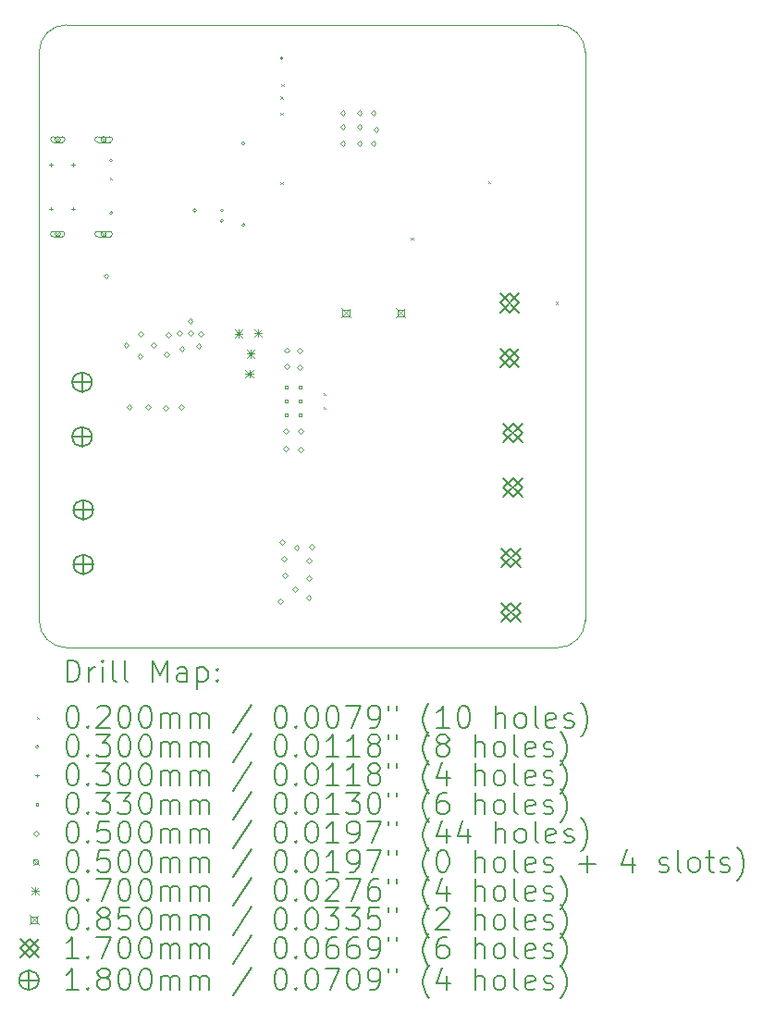
<source format=gbr>
%TF.GenerationSoftware,KiCad,Pcbnew,9.0.0*%
%TF.CreationDate,2025-03-01T12:44:55-04:00*%
%TF.ProjectId,PROYECT T,50524f59-4543-4542-9054-2e6b69636164,rev?*%
%TF.SameCoordinates,Original*%
%TF.FileFunction,Drillmap*%
%TF.FilePolarity,Positive*%
%FSLAX45Y45*%
G04 Gerber Fmt 4.5, Leading zero omitted, Abs format (unit mm)*
G04 Created by KiCad (PCBNEW 9.0.0) date 2025-03-01 12:44:55*
%MOMM*%
%LPD*%
G01*
G04 APERTURE LIST*
%ADD10C,0.050000*%
%ADD11C,0.200000*%
%ADD12C,0.100000*%
%ADD13C,0.170000*%
%ADD14C,0.180000*%
G04 APERTURE END LIST*
D10*
X24445600Y-6555600D02*
X24445600Y-11755600D01*
X24445600Y-11755600D02*
G75*
G02*
X24195600Y-12005600I-250000J0D01*
G01*
X19695600Y-6305600D02*
X24195600Y-6305600D01*
X24195600Y-12005600D02*
X19695600Y-12005600D01*
X19695600Y-12005600D02*
G75*
G02*
X19445600Y-11755600I0J250000D01*
G01*
X24195600Y-6305600D02*
G75*
G02*
X24445600Y-6555600I0J-250000D01*
G01*
X19445600Y-11755600D02*
X19445600Y-6555600D01*
X19445600Y-6555600D02*
G75*
G02*
X19695600Y-6305600I250000J0D01*
G01*
D11*
D12*
X20094350Y-7702600D02*
X20114350Y-7722600D01*
X20114350Y-7702600D02*
X20094350Y-7722600D01*
X21656600Y-6961600D02*
X21676600Y-6981600D01*
X21676600Y-6961600D02*
X21656600Y-6981600D01*
X21656600Y-7109600D02*
X21676600Y-7129600D01*
X21676600Y-7109600D02*
X21656600Y-7129600D01*
X21656600Y-7744600D02*
X21676600Y-7764600D01*
X21676600Y-7744600D02*
X21656600Y-7764600D01*
X21663600Y-6847600D02*
X21683600Y-6867600D01*
X21683600Y-6847600D02*
X21663600Y-6867600D01*
X22049600Y-9675100D02*
X22069600Y-9695100D01*
X22069600Y-9675100D02*
X22049600Y-9695100D01*
X22049600Y-9802100D02*
X22069600Y-9822100D01*
X22069600Y-9802100D02*
X22049600Y-9822100D01*
X22849100Y-8250600D02*
X22869100Y-8270600D01*
X22869100Y-8250600D02*
X22849100Y-8270600D01*
X23557100Y-7738100D02*
X23577100Y-7758100D01*
X23577100Y-7738100D02*
X23557100Y-7758100D01*
X24174600Y-8842600D02*
X24194600Y-8862600D01*
X24194600Y-8842600D02*
X24174600Y-8862600D01*
X20119350Y-7547600D02*
G75*
G02*
X20089350Y-7547600I-15000J0D01*
G01*
X20089350Y-7547600D02*
G75*
G02*
X20119350Y-7547600I15000J0D01*
G01*
X20119350Y-8027600D02*
G75*
G02*
X20089350Y-8027600I-15000J0D01*
G01*
X20089350Y-8027600D02*
G75*
G02*
X20119350Y-8027600I15000J0D01*
G01*
X20885150Y-8004050D02*
G75*
G02*
X20855150Y-8004050I-15000J0D01*
G01*
X20855150Y-8004050D02*
G75*
G02*
X20885150Y-8004050I15000J0D01*
G01*
X21132600Y-8099050D02*
G75*
G02*
X21102600Y-8099050I-15000J0D01*
G01*
X21102600Y-8099050D02*
G75*
G02*
X21132600Y-8099050I15000J0D01*
G01*
X21135150Y-8004050D02*
G75*
G02*
X21105150Y-8004050I-15000J0D01*
G01*
X21105150Y-8004050D02*
G75*
G02*
X21135150Y-8004050I15000J0D01*
G01*
X21328600Y-7389600D02*
G75*
G02*
X21298600Y-7389600I-15000J0D01*
G01*
X21298600Y-7389600D02*
G75*
G02*
X21328600Y-7389600I15000J0D01*
G01*
X21331600Y-8137600D02*
G75*
G02*
X21301600Y-8137600I-15000J0D01*
G01*
X21301600Y-8137600D02*
G75*
G02*
X21331600Y-8137600I15000J0D01*
G01*
X21681600Y-6611600D02*
G75*
G02*
X21651600Y-6611600I-15000J0D01*
G01*
X21651600Y-6611600D02*
G75*
G02*
X21681600Y-6611600I15000J0D01*
G01*
X19554350Y-7572600D02*
X19554350Y-7602600D01*
X19539350Y-7587600D02*
X19569350Y-7587600D01*
X19554350Y-7972600D02*
X19554350Y-8002600D01*
X19539350Y-7987600D02*
X19569350Y-7987600D01*
X19754350Y-7572600D02*
X19754350Y-7602600D01*
X19739350Y-7587600D02*
X19769350Y-7587600D01*
X19754350Y-7972600D02*
X19754350Y-8002600D01*
X19739350Y-7987600D02*
X19769350Y-7987600D01*
X21718767Y-9630267D02*
X21718767Y-9606933D01*
X21695433Y-9606933D01*
X21695433Y-9630267D01*
X21718767Y-9630267D01*
X21718767Y-9760267D02*
X21718767Y-9736933D01*
X21695433Y-9736933D01*
X21695433Y-9760267D01*
X21718767Y-9760267D01*
X21718767Y-9890267D02*
X21718767Y-9866933D01*
X21695433Y-9866933D01*
X21695433Y-9890267D01*
X21718767Y-9890267D01*
X21848767Y-9630267D02*
X21848767Y-9606933D01*
X21825433Y-9606933D01*
X21825433Y-9630267D01*
X21848767Y-9630267D01*
X21848767Y-9760267D02*
X21848767Y-9736933D01*
X21825433Y-9736933D01*
X21825433Y-9760267D01*
X21848767Y-9760267D01*
X21848767Y-9890267D02*
X21848767Y-9866933D01*
X21825433Y-9866933D01*
X21825433Y-9890267D01*
X21848767Y-9890267D01*
X20057600Y-8630600D02*
X20082600Y-8605600D01*
X20057600Y-8580600D01*
X20032600Y-8605600D01*
X20057600Y-8630600D01*
X20243100Y-9265100D02*
X20268100Y-9240100D01*
X20243100Y-9215100D01*
X20218100Y-9240100D01*
X20243100Y-9265100D01*
X20269200Y-9829400D02*
X20294200Y-9804400D01*
X20269200Y-9779400D01*
X20244200Y-9804400D01*
X20269200Y-9829400D01*
X20370100Y-9362100D02*
X20395100Y-9337100D01*
X20370100Y-9312100D01*
X20345100Y-9337100D01*
X20370100Y-9362100D01*
X20371100Y-9162100D02*
X20396100Y-9137100D01*
X20371100Y-9112100D01*
X20346100Y-9137100D01*
X20371100Y-9162100D01*
X20442100Y-9831100D02*
X20467100Y-9806100D01*
X20442100Y-9781100D01*
X20417100Y-9806100D01*
X20442100Y-9831100D01*
X20493100Y-9260100D02*
X20518100Y-9235100D01*
X20493100Y-9210100D01*
X20468100Y-9235100D01*
X20493100Y-9260100D01*
X20605100Y-9836100D02*
X20630100Y-9811100D01*
X20605100Y-9786100D01*
X20580100Y-9811100D01*
X20605100Y-9836100D01*
X20615100Y-9345100D02*
X20640100Y-9320100D01*
X20615100Y-9295100D01*
X20590100Y-9320100D01*
X20615100Y-9345100D01*
X20630100Y-9167100D02*
X20655100Y-9142100D01*
X20630100Y-9117100D01*
X20605100Y-9142100D01*
X20630100Y-9167100D01*
X20733600Y-9148600D02*
X20758600Y-9123600D01*
X20733600Y-9098600D01*
X20708600Y-9123600D01*
X20733600Y-9148600D01*
X20747100Y-9829400D02*
X20772100Y-9804400D01*
X20747100Y-9779400D01*
X20722100Y-9804400D01*
X20747100Y-9829400D01*
X20751800Y-9296000D02*
X20776800Y-9271000D01*
X20751800Y-9246000D01*
X20726800Y-9271000D01*
X20751800Y-9296000D01*
X20828000Y-9042000D02*
X20853000Y-9017000D01*
X20828000Y-8992000D01*
X20803000Y-9017000D01*
X20828000Y-9042000D01*
X20835100Y-9154100D02*
X20860100Y-9129100D01*
X20835100Y-9104100D01*
X20810100Y-9129100D01*
X20835100Y-9154100D01*
X20904200Y-9270600D02*
X20929200Y-9245600D01*
X20904200Y-9220600D01*
X20879200Y-9245600D01*
X20904200Y-9270600D01*
X20925600Y-9156600D02*
X20950600Y-9131600D01*
X20925600Y-9106600D01*
X20900600Y-9131600D01*
X20925600Y-9156600D01*
X21650600Y-11604600D02*
X21675600Y-11579600D01*
X21650600Y-11554600D01*
X21625600Y-11579600D01*
X21650600Y-11604600D01*
X21668600Y-11065600D02*
X21693600Y-11040600D01*
X21668600Y-11015600D01*
X21643600Y-11040600D01*
X21668600Y-11065600D01*
X21687600Y-11219600D02*
X21712600Y-11194600D01*
X21687600Y-11169600D01*
X21662600Y-11194600D01*
X21687600Y-11219600D01*
X21692600Y-11368600D02*
X21717600Y-11343600D01*
X21692600Y-11318600D01*
X21667600Y-11343600D01*
X21692600Y-11368600D01*
X21702600Y-10048600D02*
X21727600Y-10023600D01*
X21702600Y-9998600D01*
X21677600Y-10023600D01*
X21702600Y-10048600D01*
X21702600Y-10209600D02*
X21727600Y-10184600D01*
X21702600Y-10159600D01*
X21677600Y-10184600D01*
X21702600Y-10209600D01*
X21710600Y-9458600D02*
X21735600Y-9433600D01*
X21710600Y-9408600D01*
X21685600Y-9433600D01*
X21710600Y-9458600D01*
X21714100Y-9308100D02*
X21739100Y-9283100D01*
X21714100Y-9258100D01*
X21689100Y-9283100D01*
X21714100Y-9308100D01*
X21785600Y-11498600D02*
X21810600Y-11473600D01*
X21785600Y-11448600D01*
X21760600Y-11473600D01*
X21785600Y-11498600D01*
X21801600Y-11115600D02*
X21826600Y-11090600D01*
X21801600Y-11065600D01*
X21776600Y-11090600D01*
X21801600Y-11115600D01*
X21833600Y-9313600D02*
X21858600Y-9288600D01*
X21833600Y-9263600D01*
X21808600Y-9288600D01*
X21833600Y-9313600D01*
X21833600Y-9461600D02*
X21858600Y-9436600D01*
X21833600Y-9411600D01*
X21808600Y-9436600D01*
X21833600Y-9461600D01*
X21836600Y-10048600D02*
X21861600Y-10023600D01*
X21836600Y-9998600D01*
X21811600Y-10023600D01*
X21836600Y-10048600D01*
X21836600Y-10214600D02*
X21861600Y-10189600D01*
X21836600Y-10164600D01*
X21811600Y-10189600D01*
X21836600Y-10214600D01*
X21911600Y-11574600D02*
X21936600Y-11549600D01*
X21911600Y-11524600D01*
X21886600Y-11549600D01*
X21911600Y-11574600D01*
X21913600Y-11236600D02*
X21938600Y-11211600D01*
X21913600Y-11186600D01*
X21888600Y-11211600D01*
X21913600Y-11236600D01*
X21913600Y-11393600D02*
X21938600Y-11368600D01*
X21913600Y-11343600D01*
X21888600Y-11368600D01*
X21913600Y-11393600D01*
X21938600Y-11103600D02*
X21963600Y-11078600D01*
X21938600Y-11053600D01*
X21913600Y-11078600D01*
X21938600Y-11103600D01*
X22225000Y-7137000D02*
X22250000Y-7112000D01*
X22225000Y-7087000D01*
X22200000Y-7112000D01*
X22225000Y-7137000D01*
X22225000Y-7264000D02*
X22250000Y-7239000D01*
X22225000Y-7214000D01*
X22200000Y-7239000D01*
X22225000Y-7264000D01*
X22225000Y-7416400D02*
X22250000Y-7391400D01*
X22225000Y-7366400D01*
X22200000Y-7391400D01*
X22225000Y-7416400D01*
X22377400Y-7137000D02*
X22402400Y-7112000D01*
X22377400Y-7087000D01*
X22352400Y-7112000D01*
X22377400Y-7137000D01*
X22377400Y-7264000D02*
X22402400Y-7239000D01*
X22377400Y-7214000D01*
X22352400Y-7239000D01*
X22377400Y-7264000D01*
X22377400Y-7416400D02*
X22402400Y-7391400D01*
X22377400Y-7366400D01*
X22352400Y-7391400D01*
X22377400Y-7416400D01*
X22504400Y-7137000D02*
X22529400Y-7112000D01*
X22504400Y-7087000D01*
X22479400Y-7112000D01*
X22504400Y-7137000D01*
X22504400Y-7416400D02*
X22529400Y-7391400D01*
X22504400Y-7366400D01*
X22479400Y-7391400D01*
X22504400Y-7416400D01*
X22529800Y-7289400D02*
X22554800Y-7264400D01*
X22529800Y-7239400D01*
X22504800Y-7264400D01*
X22529800Y-7289400D01*
X19591350Y-7329600D02*
X19641350Y-7379600D01*
X19641350Y-7329600D02*
X19591350Y-7379600D01*
X19641350Y-7354600D02*
G75*
G02*
X19591350Y-7354600I-25000J0D01*
G01*
X19591350Y-7354600D02*
G75*
G02*
X19641350Y-7354600I25000J0D01*
G01*
X19656350Y-7329600D02*
X19576350Y-7329600D01*
X19576350Y-7379600D02*
G75*
G02*
X19576350Y-7329600I0J25000D01*
G01*
X19576350Y-7379600D02*
X19656350Y-7379600D01*
X19656350Y-7379600D02*
G75*
G03*
X19656350Y-7329600I0J25000D01*
G01*
X19591350Y-8195600D02*
X19641350Y-8245600D01*
X19641350Y-8195600D02*
X19591350Y-8245600D01*
X19641350Y-8220600D02*
G75*
G02*
X19591350Y-8220600I-25000J0D01*
G01*
X19591350Y-8220600D02*
G75*
G02*
X19641350Y-8220600I25000J0D01*
G01*
X19656350Y-8195600D02*
X19576350Y-8195600D01*
X19576350Y-8245600D02*
G75*
G02*
X19576350Y-8195600I0J25000D01*
G01*
X19576350Y-8245600D02*
X19656350Y-8245600D01*
X19656350Y-8245600D02*
G75*
G03*
X19656350Y-8195600I0J25000D01*
G01*
X20011350Y-7329600D02*
X20061350Y-7379600D01*
X20061350Y-7329600D02*
X20011350Y-7379600D01*
X20061350Y-7354600D02*
G75*
G02*
X20011350Y-7354600I-25000J0D01*
G01*
X20011350Y-7354600D02*
G75*
G02*
X20061350Y-7354600I25000J0D01*
G01*
X20091350Y-7329600D02*
X19981350Y-7329600D01*
X19981350Y-7379600D02*
G75*
G02*
X19981350Y-7329600I0J25000D01*
G01*
X19981350Y-7379600D02*
X20091350Y-7379600D01*
X20091350Y-7379600D02*
G75*
G03*
X20091350Y-7329600I0J25000D01*
G01*
X20011350Y-8195600D02*
X20061350Y-8245600D01*
X20061350Y-8195600D02*
X20011350Y-8245600D01*
X20061350Y-8220600D02*
G75*
G02*
X20011350Y-8220600I-25000J0D01*
G01*
X20011350Y-8220600D02*
G75*
G02*
X20061350Y-8220600I25000J0D01*
G01*
X20091350Y-8195600D02*
X19981350Y-8195600D01*
X19981350Y-8245600D02*
G75*
G02*
X19981350Y-8195600I0J25000D01*
G01*
X19981350Y-8245600D02*
X20091350Y-8245600D01*
X20091350Y-8245600D02*
G75*
G03*
X20091350Y-8195600I0J25000D01*
G01*
X21236600Y-9095600D02*
X21306600Y-9165600D01*
X21306600Y-9095600D02*
X21236600Y-9165600D01*
X21271600Y-9095600D02*
X21271600Y-9165600D01*
X21236600Y-9130600D02*
X21306600Y-9130600D01*
X21335600Y-9464600D02*
X21405600Y-9534600D01*
X21405600Y-9464600D02*
X21335600Y-9534600D01*
X21370600Y-9464600D02*
X21370600Y-9534600D01*
X21335600Y-9499600D02*
X21405600Y-9499600D01*
X21346600Y-9281600D02*
X21416600Y-9351600D01*
X21416600Y-9281600D02*
X21346600Y-9351600D01*
X21381600Y-9281600D02*
X21381600Y-9351600D01*
X21346600Y-9316600D02*
X21416600Y-9316600D01*
X21414600Y-9093600D02*
X21484600Y-9163600D01*
X21484600Y-9093600D02*
X21414600Y-9163600D01*
X21449600Y-9093600D02*
X21449600Y-9163600D01*
X21414600Y-9128600D02*
X21484600Y-9128600D01*
X22211900Y-8898300D02*
X22296900Y-8983300D01*
X22296900Y-8898300D02*
X22211900Y-8983300D01*
X22284452Y-8970852D02*
X22284452Y-8910748D01*
X22224348Y-8910748D01*
X22224348Y-8970852D01*
X22284452Y-8970852D01*
X22711900Y-8898300D02*
X22796900Y-8983300D01*
X22796900Y-8898300D02*
X22711900Y-8983300D01*
X22784452Y-8970852D02*
X22784452Y-8910748D01*
X22724348Y-8910748D01*
X22724348Y-8970852D01*
X22784452Y-8970852D01*
D13*
X23670600Y-8766100D02*
X23840600Y-8936100D01*
X23840600Y-8766100D02*
X23670600Y-8936100D01*
X23755600Y-8936100D02*
X23840600Y-8851100D01*
X23755600Y-8766100D01*
X23670600Y-8851100D01*
X23755600Y-8936100D01*
X23670600Y-9266100D02*
X23840600Y-9436100D01*
X23840600Y-9266100D02*
X23670600Y-9436100D01*
X23755600Y-9436100D02*
X23840600Y-9351100D01*
X23755600Y-9266100D01*
X23670600Y-9351100D01*
X23755600Y-9436100D01*
X23680600Y-11097600D02*
X23850600Y-11267600D01*
X23850600Y-11097600D02*
X23680600Y-11267600D01*
X23765600Y-11267600D02*
X23850600Y-11182600D01*
X23765600Y-11097600D01*
X23680600Y-11182600D01*
X23765600Y-11267600D01*
X23680600Y-11597600D02*
X23850600Y-11767600D01*
X23850600Y-11597600D02*
X23680600Y-11767600D01*
X23765600Y-11767600D02*
X23850600Y-11682600D01*
X23765600Y-11597600D01*
X23680600Y-11682600D01*
X23765600Y-11767600D01*
X23697600Y-9955600D02*
X23867600Y-10125600D01*
X23867600Y-9955600D02*
X23697600Y-10125600D01*
X23782600Y-10125600D02*
X23867600Y-10040600D01*
X23782600Y-9955600D01*
X23697600Y-10040600D01*
X23782600Y-10125600D01*
X23697600Y-10455600D02*
X23867600Y-10625600D01*
X23867600Y-10455600D02*
X23697600Y-10625600D01*
X23782600Y-10625600D02*
X23867600Y-10540600D01*
X23782600Y-10455600D01*
X23697600Y-10540600D01*
X23782600Y-10625600D01*
D14*
X19839100Y-9486100D02*
X19839100Y-9666100D01*
X19749100Y-9576100D02*
X19929100Y-9576100D01*
X19929100Y-9576100D02*
G75*
G02*
X19749100Y-9576100I-90000J0D01*
G01*
X19749100Y-9576100D02*
G75*
G02*
X19929100Y-9576100I90000J0D01*
G01*
X19839100Y-9986100D02*
X19839100Y-10166100D01*
X19749100Y-10076100D02*
X19929100Y-10076100D01*
X19929100Y-10076100D02*
G75*
G02*
X19749100Y-10076100I-90000J0D01*
G01*
X19749100Y-10076100D02*
G75*
G02*
X19929100Y-10076100I90000J0D01*
G01*
X19850600Y-10654600D02*
X19850600Y-10834600D01*
X19760600Y-10744600D02*
X19940600Y-10744600D01*
X19940600Y-10744600D02*
G75*
G02*
X19760600Y-10744600I-90000J0D01*
G01*
X19760600Y-10744600D02*
G75*
G02*
X19940600Y-10744600I90000J0D01*
G01*
X19850600Y-11154600D02*
X19850600Y-11334600D01*
X19760600Y-11244600D02*
X19940600Y-11244600D01*
X19940600Y-11244600D02*
G75*
G02*
X19760600Y-11244600I-90000J0D01*
G01*
X19760600Y-11244600D02*
G75*
G02*
X19940600Y-11244600I90000J0D01*
G01*
D11*
X19703877Y-12319584D02*
X19703877Y-12119584D01*
X19703877Y-12119584D02*
X19751496Y-12119584D01*
X19751496Y-12119584D02*
X19780067Y-12129108D01*
X19780067Y-12129108D02*
X19799115Y-12148155D01*
X19799115Y-12148155D02*
X19808639Y-12167203D01*
X19808639Y-12167203D02*
X19818163Y-12205298D01*
X19818163Y-12205298D02*
X19818163Y-12233869D01*
X19818163Y-12233869D02*
X19808639Y-12271965D01*
X19808639Y-12271965D02*
X19799115Y-12291012D01*
X19799115Y-12291012D02*
X19780067Y-12310060D01*
X19780067Y-12310060D02*
X19751496Y-12319584D01*
X19751496Y-12319584D02*
X19703877Y-12319584D01*
X19903877Y-12319584D02*
X19903877Y-12186250D01*
X19903877Y-12224346D02*
X19913401Y-12205298D01*
X19913401Y-12205298D02*
X19922924Y-12195774D01*
X19922924Y-12195774D02*
X19941972Y-12186250D01*
X19941972Y-12186250D02*
X19961020Y-12186250D01*
X20027686Y-12319584D02*
X20027686Y-12186250D01*
X20027686Y-12119584D02*
X20018163Y-12129108D01*
X20018163Y-12129108D02*
X20027686Y-12138631D01*
X20027686Y-12138631D02*
X20037210Y-12129108D01*
X20037210Y-12129108D02*
X20027686Y-12119584D01*
X20027686Y-12119584D02*
X20027686Y-12138631D01*
X20151496Y-12319584D02*
X20132448Y-12310060D01*
X20132448Y-12310060D02*
X20122924Y-12291012D01*
X20122924Y-12291012D02*
X20122924Y-12119584D01*
X20256258Y-12319584D02*
X20237210Y-12310060D01*
X20237210Y-12310060D02*
X20227686Y-12291012D01*
X20227686Y-12291012D02*
X20227686Y-12119584D01*
X20484829Y-12319584D02*
X20484829Y-12119584D01*
X20484829Y-12119584D02*
X20551496Y-12262441D01*
X20551496Y-12262441D02*
X20618163Y-12119584D01*
X20618163Y-12119584D02*
X20618163Y-12319584D01*
X20799115Y-12319584D02*
X20799115Y-12214822D01*
X20799115Y-12214822D02*
X20789591Y-12195774D01*
X20789591Y-12195774D02*
X20770544Y-12186250D01*
X20770544Y-12186250D02*
X20732448Y-12186250D01*
X20732448Y-12186250D02*
X20713401Y-12195774D01*
X20799115Y-12310060D02*
X20780067Y-12319584D01*
X20780067Y-12319584D02*
X20732448Y-12319584D01*
X20732448Y-12319584D02*
X20713401Y-12310060D01*
X20713401Y-12310060D02*
X20703877Y-12291012D01*
X20703877Y-12291012D02*
X20703877Y-12271965D01*
X20703877Y-12271965D02*
X20713401Y-12252917D01*
X20713401Y-12252917D02*
X20732448Y-12243393D01*
X20732448Y-12243393D02*
X20780067Y-12243393D01*
X20780067Y-12243393D02*
X20799115Y-12233869D01*
X20894353Y-12186250D02*
X20894353Y-12386250D01*
X20894353Y-12195774D02*
X20913401Y-12186250D01*
X20913401Y-12186250D02*
X20951496Y-12186250D01*
X20951496Y-12186250D02*
X20970544Y-12195774D01*
X20970544Y-12195774D02*
X20980067Y-12205298D01*
X20980067Y-12205298D02*
X20989591Y-12224346D01*
X20989591Y-12224346D02*
X20989591Y-12281488D01*
X20989591Y-12281488D02*
X20980067Y-12300536D01*
X20980067Y-12300536D02*
X20970544Y-12310060D01*
X20970544Y-12310060D02*
X20951496Y-12319584D01*
X20951496Y-12319584D02*
X20913401Y-12319584D01*
X20913401Y-12319584D02*
X20894353Y-12310060D01*
X21075305Y-12300536D02*
X21084829Y-12310060D01*
X21084829Y-12310060D02*
X21075305Y-12319584D01*
X21075305Y-12319584D02*
X21065782Y-12310060D01*
X21065782Y-12310060D02*
X21075305Y-12300536D01*
X21075305Y-12300536D02*
X21075305Y-12319584D01*
X21075305Y-12195774D02*
X21084829Y-12205298D01*
X21084829Y-12205298D02*
X21075305Y-12214822D01*
X21075305Y-12214822D02*
X21065782Y-12205298D01*
X21065782Y-12205298D02*
X21075305Y-12195774D01*
X21075305Y-12195774D02*
X21075305Y-12214822D01*
D12*
X19423100Y-12638100D02*
X19443100Y-12658100D01*
X19443100Y-12638100D02*
X19423100Y-12658100D01*
D11*
X19741972Y-12539584D02*
X19761020Y-12539584D01*
X19761020Y-12539584D02*
X19780067Y-12549108D01*
X19780067Y-12549108D02*
X19789591Y-12558631D01*
X19789591Y-12558631D02*
X19799115Y-12577679D01*
X19799115Y-12577679D02*
X19808639Y-12615774D01*
X19808639Y-12615774D02*
X19808639Y-12663393D01*
X19808639Y-12663393D02*
X19799115Y-12701488D01*
X19799115Y-12701488D02*
X19789591Y-12720536D01*
X19789591Y-12720536D02*
X19780067Y-12730060D01*
X19780067Y-12730060D02*
X19761020Y-12739584D01*
X19761020Y-12739584D02*
X19741972Y-12739584D01*
X19741972Y-12739584D02*
X19722924Y-12730060D01*
X19722924Y-12730060D02*
X19713401Y-12720536D01*
X19713401Y-12720536D02*
X19703877Y-12701488D01*
X19703877Y-12701488D02*
X19694353Y-12663393D01*
X19694353Y-12663393D02*
X19694353Y-12615774D01*
X19694353Y-12615774D02*
X19703877Y-12577679D01*
X19703877Y-12577679D02*
X19713401Y-12558631D01*
X19713401Y-12558631D02*
X19722924Y-12549108D01*
X19722924Y-12549108D02*
X19741972Y-12539584D01*
X19894353Y-12720536D02*
X19903877Y-12730060D01*
X19903877Y-12730060D02*
X19894353Y-12739584D01*
X19894353Y-12739584D02*
X19884829Y-12730060D01*
X19884829Y-12730060D02*
X19894353Y-12720536D01*
X19894353Y-12720536D02*
X19894353Y-12739584D01*
X19980067Y-12558631D02*
X19989591Y-12549108D01*
X19989591Y-12549108D02*
X20008639Y-12539584D01*
X20008639Y-12539584D02*
X20056258Y-12539584D01*
X20056258Y-12539584D02*
X20075305Y-12549108D01*
X20075305Y-12549108D02*
X20084829Y-12558631D01*
X20084829Y-12558631D02*
X20094353Y-12577679D01*
X20094353Y-12577679D02*
X20094353Y-12596727D01*
X20094353Y-12596727D02*
X20084829Y-12625298D01*
X20084829Y-12625298D02*
X19970544Y-12739584D01*
X19970544Y-12739584D02*
X20094353Y-12739584D01*
X20218163Y-12539584D02*
X20237210Y-12539584D01*
X20237210Y-12539584D02*
X20256258Y-12549108D01*
X20256258Y-12549108D02*
X20265782Y-12558631D01*
X20265782Y-12558631D02*
X20275305Y-12577679D01*
X20275305Y-12577679D02*
X20284829Y-12615774D01*
X20284829Y-12615774D02*
X20284829Y-12663393D01*
X20284829Y-12663393D02*
X20275305Y-12701488D01*
X20275305Y-12701488D02*
X20265782Y-12720536D01*
X20265782Y-12720536D02*
X20256258Y-12730060D01*
X20256258Y-12730060D02*
X20237210Y-12739584D01*
X20237210Y-12739584D02*
X20218163Y-12739584D01*
X20218163Y-12739584D02*
X20199115Y-12730060D01*
X20199115Y-12730060D02*
X20189591Y-12720536D01*
X20189591Y-12720536D02*
X20180067Y-12701488D01*
X20180067Y-12701488D02*
X20170544Y-12663393D01*
X20170544Y-12663393D02*
X20170544Y-12615774D01*
X20170544Y-12615774D02*
X20180067Y-12577679D01*
X20180067Y-12577679D02*
X20189591Y-12558631D01*
X20189591Y-12558631D02*
X20199115Y-12549108D01*
X20199115Y-12549108D02*
X20218163Y-12539584D01*
X20408639Y-12539584D02*
X20427686Y-12539584D01*
X20427686Y-12539584D02*
X20446734Y-12549108D01*
X20446734Y-12549108D02*
X20456258Y-12558631D01*
X20456258Y-12558631D02*
X20465782Y-12577679D01*
X20465782Y-12577679D02*
X20475305Y-12615774D01*
X20475305Y-12615774D02*
X20475305Y-12663393D01*
X20475305Y-12663393D02*
X20465782Y-12701488D01*
X20465782Y-12701488D02*
X20456258Y-12720536D01*
X20456258Y-12720536D02*
X20446734Y-12730060D01*
X20446734Y-12730060D02*
X20427686Y-12739584D01*
X20427686Y-12739584D02*
X20408639Y-12739584D01*
X20408639Y-12739584D02*
X20389591Y-12730060D01*
X20389591Y-12730060D02*
X20380067Y-12720536D01*
X20380067Y-12720536D02*
X20370544Y-12701488D01*
X20370544Y-12701488D02*
X20361020Y-12663393D01*
X20361020Y-12663393D02*
X20361020Y-12615774D01*
X20361020Y-12615774D02*
X20370544Y-12577679D01*
X20370544Y-12577679D02*
X20380067Y-12558631D01*
X20380067Y-12558631D02*
X20389591Y-12549108D01*
X20389591Y-12549108D02*
X20408639Y-12539584D01*
X20561020Y-12739584D02*
X20561020Y-12606250D01*
X20561020Y-12625298D02*
X20570544Y-12615774D01*
X20570544Y-12615774D02*
X20589591Y-12606250D01*
X20589591Y-12606250D02*
X20618163Y-12606250D01*
X20618163Y-12606250D02*
X20637210Y-12615774D01*
X20637210Y-12615774D02*
X20646734Y-12634822D01*
X20646734Y-12634822D02*
X20646734Y-12739584D01*
X20646734Y-12634822D02*
X20656258Y-12615774D01*
X20656258Y-12615774D02*
X20675305Y-12606250D01*
X20675305Y-12606250D02*
X20703877Y-12606250D01*
X20703877Y-12606250D02*
X20722925Y-12615774D01*
X20722925Y-12615774D02*
X20732448Y-12634822D01*
X20732448Y-12634822D02*
X20732448Y-12739584D01*
X20827686Y-12739584D02*
X20827686Y-12606250D01*
X20827686Y-12625298D02*
X20837210Y-12615774D01*
X20837210Y-12615774D02*
X20856258Y-12606250D01*
X20856258Y-12606250D02*
X20884829Y-12606250D01*
X20884829Y-12606250D02*
X20903877Y-12615774D01*
X20903877Y-12615774D02*
X20913401Y-12634822D01*
X20913401Y-12634822D02*
X20913401Y-12739584D01*
X20913401Y-12634822D02*
X20922925Y-12615774D01*
X20922925Y-12615774D02*
X20941972Y-12606250D01*
X20941972Y-12606250D02*
X20970544Y-12606250D01*
X20970544Y-12606250D02*
X20989591Y-12615774D01*
X20989591Y-12615774D02*
X20999115Y-12634822D01*
X20999115Y-12634822D02*
X20999115Y-12739584D01*
X21389591Y-12530060D02*
X21218163Y-12787203D01*
X21646734Y-12539584D02*
X21665782Y-12539584D01*
X21665782Y-12539584D02*
X21684829Y-12549108D01*
X21684829Y-12549108D02*
X21694353Y-12558631D01*
X21694353Y-12558631D02*
X21703877Y-12577679D01*
X21703877Y-12577679D02*
X21713401Y-12615774D01*
X21713401Y-12615774D02*
X21713401Y-12663393D01*
X21713401Y-12663393D02*
X21703877Y-12701488D01*
X21703877Y-12701488D02*
X21694353Y-12720536D01*
X21694353Y-12720536D02*
X21684829Y-12730060D01*
X21684829Y-12730060D02*
X21665782Y-12739584D01*
X21665782Y-12739584D02*
X21646734Y-12739584D01*
X21646734Y-12739584D02*
X21627687Y-12730060D01*
X21627687Y-12730060D02*
X21618163Y-12720536D01*
X21618163Y-12720536D02*
X21608639Y-12701488D01*
X21608639Y-12701488D02*
X21599115Y-12663393D01*
X21599115Y-12663393D02*
X21599115Y-12615774D01*
X21599115Y-12615774D02*
X21608639Y-12577679D01*
X21608639Y-12577679D02*
X21618163Y-12558631D01*
X21618163Y-12558631D02*
X21627687Y-12549108D01*
X21627687Y-12549108D02*
X21646734Y-12539584D01*
X21799115Y-12720536D02*
X21808639Y-12730060D01*
X21808639Y-12730060D02*
X21799115Y-12739584D01*
X21799115Y-12739584D02*
X21789591Y-12730060D01*
X21789591Y-12730060D02*
X21799115Y-12720536D01*
X21799115Y-12720536D02*
X21799115Y-12739584D01*
X21932448Y-12539584D02*
X21951496Y-12539584D01*
X21951496Y-12539584D02*
X21970544Y-12549108D01*
X21970544Y-12549108D02*
X21980068Y-12558631D01*
X21980068Y-12558631D02*
X21989591Y-12577679D01*
X21989591Y-12577679D02*
X21999115Y-12615774D01*
X21999115Y-12615774D02*
X21999115Y-12663393D01*
X21999115Y-12663393D02*
X21989591Y-12701488D01*
X21989591Y-12701488D02*
X21980068Y-12720536D01*
X21980068Y-12720536D02*
X21970544Y-12730060D01*
X21970544Y-12730060D02*
X21951496Y-12739584D01*
X21951496Y-12739584D02*
X21932448Y-12739584D01*
X21932448Y-12739584D02*
X21913401Y-12730060D01*
X21913401Y-12730060D02*
X21903877Y-12720536D01*
X21903877Y-12720536D02*
X21894353Y-12701488D01*
X21894353Y-12701488D02*
X21884829Y-12663393D01*
X21884829Y-12663393D02*
X21884829Y-12615774D01*
X21884829Y-12615774D02*
X21894353Y-12577679D01*
X21894353Y-12577679D02*
X21903877Y-12558631D01*
X21903877Y-12558631D02*
X21913401Y-12549108D01*
X21913401Y-12549108D02*
X21932448Y-12539584D01*
X22122925Y-12539584D02*
X22141972Y-12539584D01*
X22141972Y-12539584D02*
X22161020Y-12549108D01*
X22161020Y-12549108D02*
X22170544Y-12558631D01*
X22170544Y-12558631D02*
X22180068Y-12577679D01*
X22180068Y-12577679D02*
X22189591Y-12615774D01*
X22189591Y-12615774D02*
X22189591Y-12663393D01*
X22189591Y-12663393D02*
X22180068Y-12701488D01*
X22180068Y-12701488D02*
X22170544Y-12720536D01*
X22170544Y-12720536D02*
X22161020Y-12730060D01*
X22161020Y-12730060D02*
X22141972Y-12739584D01*
X22141972Y-12739584D02*
X22122925Y-12739584D01*
X22122925Y-12739584D02*
X22103877Y-12730060D01*
X22103877Y-12730060D02*
X22094353Y-12720536D01*
X22094353Y-12720536D02*
X22084829Y-12701488D01*
X22084829Y-12701488D02*
X22075306Y-12663393D01*
X22075306Y-12663393D02*
X22075306Y-12615774D01*
X22075306Y-12615774D02*
X22084829Y-12577679D01*
X22084829Y-12577679D02*
X22094353Y-12558631D01*
X22094353Y-12558631D02*
X22103877Y-12549108D01*
X22103877Y-12549108D02*
X22122925Y-12539584D01*
X22256258Y-12539584D02*
X22389591Y-12539584D01*
X22389591Y-12539584D02*
X22303877Y-12739584D01*
X22475306Y-12739584D02*
X22513401Y-12739584D01*
X22513401Y-12739584D02*
X22532448Y-12730060D01*
X22532448Y-12730060D02*
X22541972Y-12720536D01*
X22541972Y-12720536D02*
X22561020Y-12691965D01*
X22561020Y-12691965D02*
X22570544Y-12653869D01*
X22570544Y-12653869D02*
X22570544Y-12577679D01*
X22570544Y-12577679D02*
X22561020Y-12558631D01*
X22561020Y-12558631D02*
X22551496Y-12549108D01*
X22551496Y-12549108D02*
X22532448Y-12539584D01*
X22532448Y-12539584D02*
X22494353Y-12539584D01*
X22494353Y-12539584D02*
X22475306Y-12549108D01*
X22475306Y-12549108D02*
X22465782Y-12558631D01*
X22465782Y-12558631D02*
X22456258Y-12577679D01*
X22456258Y-12577679D02*
X22456258Y-12625298D01*
X22456258Y-12625298D02*
X22465782Y-12644346D01*
X22465782Y-12644346D02*
X22475306Y-12653869D01*
X22475306Y-12653869D02*
X22494353Y-12663393D01*
X22494353Y-12663393D02*
X22532448Y-12663393D01*
X22532448Y-12663393D02*
X22551496Y-12653869D01*
X22551496Y-12653869D02*
X22561020Y-12644346D01*
X22561020Y-12644346D02*
X22570544Y-12625298D01*
X22646734Y-12539584D02*
X22646734Y-12577679D01*
X22722925Y-12539584D02*
X22722925Y-12577679D01*
X23018163Y-12815774D02*
X23008639Y-12806250D01*
X23008639Y-12806250D02*
X22989591Y-12777679D01*
X22989591Y-12777679D02*
X22980068Y-12758631D01*
X22980068Y-12758631D02*
X22970544Y-12730060D01*
X22970544Y-12730060D02*
X22961020Y-12682441D01*
X22961020Y-12682441D02*
X22961020Y-12644346D01*
X22961020Y-12644346D02*
X22970544Y-12596727D01*
X22970544Y-12596727D02*
X22980068Y-12568155D01*
X22980068Y-12568155D02*
X22989591Y-12549108D01*
X22989591Y-12549108D02*
X23008639Y-12520536D01*
X23008639Y-12520536D02*
X23018163Y-12511012D01*
X23199115Y-12739584D02*
X23084829Y-12739584D01*
X23141972Y-12739584D02*
X23141972Y-12539584D01*
X23141972Y-12539584D02*
X23122925Y-12568155D01*
X23122925Y-12568155D02*
X23103877Y-12587203D01*
X23103877Y-12587203D02*
X23084829Y-12596727D01*
X23322925Y-12539584D02*
X23341972Y-12539584D01*
X23341972Y-12539584D02*
X23361020Y-12549108D01*
X23361020Y-12549108D02*
X23370544Y-12558631D01*
X23370544Y-12558631D02*
X23380068Y-12577679D01*
X23380068Y-12577679D02*
X23389591Y-12615774D01*
X23389591Y-12615774D02*
X23389591Y-12663393D01*
X23389591Y-12663393D02*
X23380068Y-12701488D01*
X23380068Y-12701488D02*
X23370544Y-12720536D01*
X23370544Y-12720536D02*
X23361020Y-12730060D01*
X23361020Y-12730060D02*
X23341972Y-12739584D01*
X23341972Y-12739584D02*
X23322925Y-12739584D01*
X23322925Y-12739584D02*
X23303877Y-12730060D01*
X23303877Y-12730060D02*
X23294353Y-12720536D01*
X23294353Y-12720536D02*
X23284829Y-12701488D01*
X23284829Y-12701488D02*
X23275306Y-12663393D01*
X23275306Y-12663393D02*
X23275306Y-12615774D01*
X23275306Y-12615774D02*
X23284829Y-12577679D01*
X23284829Y-12577679D02*
X23294353Y-12558631D01*
X23294353Y-12558631D02*
X23303877Y-12549108D01*
X23303877Y-12549108D02*
X23322925Y-12539584D01*
X23627687Y-12739584D02*
X23627687Y-12539584D01*
X23713401Y-12739584D02*
X23713401Y-12634822D01*
X23713401Y-12634822D02*
X23703877Y-12615774D01*
X23703877Y-12615774D02*
X23684830Y-12606250D01*
X23684830Y-12606250D02*
X23656258Y-12606250D01*
X23656258Y-12606250D02*
X23637210Y-12615774D01*
X23637210Y-12615774D02*
X23627687Y-12625298D01*
X23837210Y-12739584D02*
X23818163Y-12730060D01*
X23818163Y-12730060D02*
X23808639Y-12720536D01*
X23808639Y-12720536D02*
X23799115Y-12701488D01*
X23799115Y-12701488D02*
X23799115Y-12644346D01*
X23799115Y-12644346D02*
X23808639Y-12625298D01*
X23808639Y-12625298D02*
X23818163Y-12615774D01*
X23818163Y-12615774D02*
X23837210Y-12606250D01*
X23837210Y-12606250D02*
X23865782Y-12606250D01*
X23865782Y-12606250D02*
X23884830Y-12615774D01*
X23884830Y-12615774D02*
X23894353Y-12625298D01*
X23894353Y-12625298D02*
X23903877Y-12644346D01*
X23903877Y-12644346D02*
X23903877Y-12701488D01*
X23903877Y-12701488D02*
X23894353Y-12720536D01*
X23894353Y-12720536D02*
X23884830Y-12730060D01*
X23884830Y-12730060D02*
X23865782Y-12739584D01*
X23865782Y-12739584D02*
X23837210Y-12739584D01*
X24018163Y-12739584D02*
X23999115Y-12730060D01*
X23999115Y-12730060D02*
X23989591Y-12711012D01*
X23989591Y-12711012D02*
X23989591Y-12539584D01*
X24170544Y-12730060D02*
X24151496Y-12739584D01*
X24151496Y-12739584D02*
X24113401Y-12739584D01*
X24113401Y-12739584D02*
X24094353Y-12730060D01*
X24094353Y-12730060D02*
X24084830Y-12711012D01*
X24084830Y-12711012D02*
X24084830Y-12634822D01*
X24084830Y-12634822D02*
X24094353Y-12615774D01*
X24094353Y-12615774D02*
X24113401Y-12606250D01*
X24113401Y-12606250D02*
X24151496Y-12606250D01*
X24151496Y-12606250D02*
X24170544Y-12615774D01*
X24170544Y-12615774D02*
X24180068Y-12634822D01*
X24180068Y-12634822D02*
X24180068Y-12653869D01*
X24180068Y-12653869D02*
X24084830Y-12672917D01*
X24256258Y-12730060D02*
X24275306Y-12739584D01*
X24275306Y-12739584D02*
X24313401Y-12739584D01*
X24313401Y-12739584D02*
X24332449Y-12730060D01*
X24332449Y-12730060D02*
X24341972Y-12711012D01*
X24341972Y-12711012D02*
X24341972Y-12701488D01*
X24341972Y-12701488D02*
X24332449Y-12682441D01*
X24332449Y-12682441D02*
X24313401Y-12672917D01*
X24313401Y-12672917D02*
X24284830Y-12672917D01*
X24284830Y-12672917D02*
X24265782Y-12663393D01*
X24265782Y-12663393D02*
X24256258Y-12644346D01*
X24256258Y-12644346D02*
X24256258Y-12634822D01*
X24256258Y-12634822D02*
X24265782Y-12615774D01*
X24265782Y-12615774D02*
X24284830Y-12606250D01*
X24284830Y-12606250D02*
X24313401Y-12606250D01*
X24313401Y-12606250D02*
X24332449Y-12615774D01*
X24408639Y-12815774D02*
X24418163Y-12806250D01*
X24418163Y-12806250D02*
X24437211Y-12777679D01*
X24437211Y-12777679D02*
X24446734Y-12758631D01*
X24446734Y-12758631D02*
X24456258Y-12730060D01*
X24456258Y-12730060D02*
X24465782Y-12682441D01*
X24465782Y-12682441D02*
X24465782Y-12644346D01*
X24465782Y-12644346D02*
X24456258Y-12596727D01*
X24456258Y-12596727D02*
X24446734Y-12568155D01*
X24446734Y-12568155D02*
X24437211Y-12549108D01*
X24437211Y-12549108D02*
X24418163Y-12520536D01*
X24418163Y-12520536D02*
X24408639Y-12511012D01*
D12*
X19443100Y-12912100D02*
G75*
G02*
X19413100Y-12912100I-15000J0D01*
G01*
X19413100Y-12912100D02*
G75*
G02*
X19443100Y-12912100I15000J0D01*
G01*
D11*
X19741972Y-12803584D02*
X19761020Y-12803584D01*
X19761020Y-12803584D02*
X19780067Y-12813108D01*
X19780067Y-12813108D02*
X19789591Y-12822631D01*
X19789591Y-12822631D02*
X19799115Y-12841679D01*
X19799115Y-12841679D02*
X19808639Y-12879774D01*
X19808639Y-12879774D02*
X19808639Y-12927393D01*
X19808639Y-12927393D02*
X19799115Y-12965488D01*
X19799115Y-12965488D02*
X19789591Y-12984536D01*
X19789591Y-12984536D02*
X19780067Y-12994060D01*
X19780067Y-12994060D02*
X19761020Y-13003584D01*
X19761020Y-13003584D02*
X19741972Y-13003584D01*
X19741972Y-13003584D02*
X19722924Y-12994060D01*
X19722924Y-12994060D02*
X19713401Y-12984536D01*
X19713401Y-12984536D02*
X19703877Y-12965488D01*
X19703877Y-12965488D02*
X19694353Y-12927393D01*
X19694353Y-12927393D02*
X19694353Y-12879774D01*
X19694353Y-12879774D02*
X19703877Y-12841679D01*
X19703877Y-12841679D02*
X19713401Y-12822631D01*
X19713401Y-12822631D02*
X19722924Y-12813108D01*
X19722924Y-12813108D02*
X19741972Y-12803584D01*
X19894353Y-12984536D02*
X19903877Y-12994060D01*
X19903877Y-12994060D02*
X19894353Y-13003584D01*
X19894353Y-13003584D02*
X19884829Y-12994060D01*
X19884829Y-12994060D02*
X19894353Y-12984536D01*
X19894353Y-12984536D02*
X19894353Y-13003584D01*
X19970544Y-12803584D02*
X20094353Y-12803584D01*
X20094353Y-12803584D02*
X20027686Y-12879774D01*
X20027686Y-12879774D02*
X20056258Y-12879774D01*
X20056258Y-12879774D02*
X20075305Y-12889298D01*
X20075305Y-12889298D02*
X20084829Y-12898822D01*
X20084829Y-12898822D02*
X20094353Y-12917869D01*
X20094353Y-12917869D02*
X20094353Y-12965488D01*
X20094353Y-12965488D02*
X20084829Y-12984536D01*
X20084829Y-12984536D02*
X20075305Y-12994060D01*
X20075305Y-12994060D02*
X20056258Y-13003584D01*
X20056258Y-13003584D02*
X19999115Y-13003584D01*
X19999115Y-13003584D02*
X19980067Y-12994060D01*
X19980067Y-12994060D02*
X19970544Y-12984536D01*
X20218163Y-12803584D02*
X20237210Y-12803584D01*
X20237210Y-12803584D02*
X20256258Y-12813108D01*
X20256258Y-12813108D02*
X20265782Y-12822631D01*
X20265782Y-12822631D02*
X20275305Y-12841679D01*
X20275305Y-12841679D02*
X20284829Y-12879774D01*
X20284829Y-12879774D02*
X20284829Y-12927393D01*
X20284829Y-12927393D02*
X20275305Y-12965488D01*
X20275305Y-12965488D02*
X20265782Y-12984536D01*
X20265782Y-12984536D02*
X20256258Y-12994060D01*
X20256258Y-12994060D02*
X20237210Y-13003584D01*
X20237210Y-13003584D02*
X20218163Y-13003584D01*
X20218163Y-13003584D02*
X20199115Y-12994060D01*
X20199115Y-12994060D02*
X20189591Y-12984536D01*
X20189591Y-12984536D02*
X20180067Y-12965488D01*
X20180067Y-12965488D02*
X20170544Y-12927393D01*
X20170544Y-12927393D02*
X20170544Y-12879774D01*
X20170544Y-12879774D02*
X20180067Y-12841679D01*
X20180067Y-12841679D02*
X20189591Y-12822631D01*
X20189591Y-12822631D02*
X20199115Y-12813108D01*
X20199115Y-12813108D02*
X20218163Y-12803584D01*
X20408639Y-12803584D02*
X20427686Y-12803584D01*
X20427686Y-12803584D02*
X20446734Y-12813108D01*
X20446734Y-12813108D02*
X20456258Y-12822631D01*
X20456258Y-12822631D02*
X20465782Y-12841679D01*
X20465782Y-12841679D02*
X20475305Y-12879774D01*
X20475305Y-12879774D02*
X20475305Y-12927393D01*
X20475305Y-12927393D02*
X20465782Y-12965488D01*
X20465782Y-12965488D02*
X20456258Y-12984536D01*
X20456258Y-12984536D02*
X20446734Y-12994060D01*
X20446734Y-12994060D02*
X20427686Y-13003584D01*
X20427686Y-13003584D02*
X20408639Y-13003584D01*
X20408639Y-13003584D02*
X20389591Y-12994060D01*
X20389591Y-12994060D02*
X20380067Y-12984536D01*
X20380067Y-12984536D02*
X20370544Y-12965488D01*
X20370544Y-12965488D02*
X20361020Y-12927393D01*
X20361020Y-12927393D02*
X20361020Y-12879774D01*
X20361020Y-12879774D02*
X20370544Y-12841679D01*
X20370544Y-12841679D02*
X20380067Y-12822631D01*
X20380067Y-12822631D02*
X20389591Y-12813108D01*
X20389591Y-12813108D02*
X20408639Y-12803584D01*
X20561020Y-13003584D02*
X20561020Y-12870250D01*
X20561020Y-12889298D02*
X20570544Y-12879774D01*
X20570544Y-12879774D02*
X20589591Y-12870250D01*
X20589591Y-12870250D02*
X20618163Y-12870250D01*
X20618163Y-12870250D02*
X20637210Y-12879774D01*
X20637210Y-12879774D02*
X20646734Y-12898822D01*
X20646734Y-12898822D02*
X20646734Y-13003584D01*
X20646734Y-12898822D02*
X20656258Y-12879774D01*
X20656258Y-12879774D02*
X20675305Y-12870250D01*
X20675305Y-12870250D02*
X20703877Y-12870250D01*
X20703877Y-12870250D02*
X20722925Y-12879774D01*
X20722925Y-12879774D02*
X20732448Y-12898822D01*
X20732448Y-12898822D02*
X20732448Y-13003584D01*
X20827686Y-13003584D02*
X20827686Y-12870250D01*
X20827686Y-12889298D02*
X20837210Y-12879774D01*
X20837210Y-12879774D02*
X20856258Y-12870250D01*
X20856258Y-12870250D02*
X20884829Y-12870250D01*
X20884829Y-12870250D02*
X20903877Y-12879774D01*
X20903877Y-12879774D02*
X20913401Y-12898822D01*
X20913401Y-12898822D02*
X20913401Y-13003584D01*
X20913401Y-12898822D02*
X20922925Y-12879774D01*
X20922925Y-12879774D02*
X20941972Y-12870250D01*
X20941972Y-12870250D02*
X20970544Y-12870250D01*
X20970544Y-12870250D02*
X20989591Y-12879774D01*
X20989591Y-12879774D02*
X20999115Y-12898822D01*
X20999115Y-12898822D02*
X20999115Y-13003584D01*
X21389591Y-12794060D02*
X21218163Y-13051203D01*
X21646734Y-12803584D02*
X21665782Y-12803584D01*
X21665782Y-12803584D02*
X21684829Y-12813108D01*
X21684829Y-12813108D02*
X21694353Y-12822631D01*
X21694353Y-12822631D02*
X21703877Y-12841679D01*
X21703877Y-12841679D02*
X21713401Y-12879774D01*
X21713401Y-12879774D02*
X21713401Y-12927393D01*
X21713401Y-12927393D02*
X21703877Y-12965488D01*
X21703877Y-12965488D02*
X21694353Y-12984536D01*
X21694353Y-12984536D02*
X21684829Y-12994060D01*
X21684829Y-12994060D02*
X21665782Y-13003584D01*
X21665782Y-13003584D02*
X21646734Y-13003584D01*
X21646734Y-13003584D02*
X21627687Y-12994060D01*
X21627687Y-12994060D02*
X21618163Y-12984536D01*
X21618163Y-12984536D02*
X21608639Y-12965488D01*
X21608639Y-12965488D02*
X21599115Y-12927393D01*
X21599115Y-12927393D02*
X21599115Y-12879774D01*
X21599115Y-12879774D02*
X21608639Y-12841679D01*
X21608639Y-12841679D02*
X21618163Y-12822631D01*
X21618163Y-12822631D02*
X21627687Y-12813108D01*
X21627687Y-12813108D02*
X21646734Y-12803584D01*
X21799115Y-12984536D02*
X21808639Y-12994060D01*
X21808639Y-12994060D02*
X21799115Y-13003584D01*
X21799115Y-13003584D02*
X21789591Y-12994060D01*
X21789591Y-12994060D02*
X21799115Y-12984536D01*
X21799115Y-12984536D02*
X21799115Y-13003584D01*
X21932448Y-12803584D02*
X21951496Y-12803584D01*
X21951496Y-12803584D02*
X21970544Y-12813108D01*
X21970544Y-12813108D02*
X21980068Y-12822631D01*
X21980068Y-12822631D02*
X21989591Y-12841679D01*
X21989591Y-12841679D02*
X21999115Y-12879774D01*
X21999115Y-12879774D02*
X21999115Y-12927393D01*
X21999115Y-12927393D02*
X21989591Y-12965488D01*
X21989591Y-12965488D02*
X21980068Y-12984536D01*
X21980068Y-12984536D02*
X21970544Y-12994060D01*
X21970544Y-12994060D02*
X21951496Y-13003584D01*
X21951496Y-13003584D02*
X21932448Y-13003584D01*
X21932448Y-13003584D02*
X21913401Y-12994060D01*
X21913401Y-12994060D02*
X21903877Y-12984536D01*
X21903877Y-12984536D02*
X21894353Y-12965488D01*
X21894353Y-12965488D02*
X21884829Y-12927393D01*
X21884829Y-12927393D02*
X21884829Y-12879774D01*
X21884829Y-12879774D02*
X21894353Y-12841679D01*
X21894353Y-12841679D02*
X21903877Y-12822631D01*
X21903877Y-12822631D02*
X21913401Y-12813108D01*
X21913401Y-12813108D02*
X21932448Y-12803584D01*
X22189591Y-13003584D02*
X22075306Y-13003584D01*
X22132448Y-13003584D02*
X22132448Y-12803584D01*
X22132448Y-12803584D02*
X22113401Y-12832155D01*
X22113401Y-12832155D02*
X22094353Y-12851203D01*
X22094353Y-12851203D02*
X22075306Y-12860727D01*
X22380067Y-13003584D02*
X22265782Y-13003584D01*
X22322925Y-13003584D02*
X22322925Y-12803584D01*
X22322925Y-12803584D02*
X22303877Y-12832155D01*
X22303877Y-12832155D02*
X22284829Y-12851203D01*
X22284829Y-12851203D02*
X22265782Y-12860727D01*
X22494353Y-12889298D02*
X22475306Y-12879774D01*
X22475306Y-12879774D02*
X22465782Y-12870250D01*
X22465782Y-12870250D02*
X22456258Y-12851203D01*
X22456258Y-12851203D02*
X22456258Y-12841679D01*
X22456258Y-12841679D02*
X22465782Y-12822631D01*
X22465782Y-12822631D02*
X22475306Y-12813108D01*
X22475306Y-12813108D02*
X22494353Y-12803584D01*
X22494353Y-12803584D02*
X22532448Y-12803584D01*
X22532448Y-12803584D02*
X22551496Y-12813108D01*
X22551496Y-12813108D02*
X22561020Y-12822631D01*
X22561020Y-12822631D02*
X22570544Y-12841679D01*
X22570544Y-12841679D02*
X22570544Y-12851203D01*
X22570544Y-12851203D02*
X22561020Y-12870250D01*
X22561020Y-12870250D02*
X22551496Y-12879774D01*
X22551496Y-12879774D02*
X22532448Y-12889298D01*
X22532448Y-12889298D02*
X22494353Y-12889298D01*
X22494353Y-12889298D02*
X22475306Y-12898822D01*
X22475306Y-12898822D02*
X22465782Y-12908346D01*
X22465782Y-12908346D02*
X22456258Y-12927393D01*
X22456258Y-12927393D02*
X22456258Y-12965488D01*
X22456258Y-12965488D02*
X22465782Y-12984536D01*
X22465782Y-12984536D02*
X22475306Y-12994060D01*
X22475306Y-12994060D02*
X22494353Y-13003584D01*
X22494353Y-13003584D02*
X22532448Y-13003584D01*
X22532448Y-13003584D02*
X22551496Y-12994060D01*
X22551496Y-12994060D02*
X22561020Y-12984536D01*
X22561020Y-12984536D02*
X22570544Y-12965488D01*
X22570544Y-12965488D02*
X22570544Y-12927393D01*
X22570544Y-12927393D02*
X22561020Y-12908346D01*
X22561020Y-12908346D02*
X22551496Y-12898822D01*
X22551496Y-12898822D02*
X22532448Y-12889298D01*
X22646734Y-12803584D02*
X22646734Y-12841679D01*
X22722925Y-12803584D02*
X22722925Y-12841679D01*
X23018163Y-13079774D02*
X23008639Y-13070250D01*
X23008639Y-13070250D02*
X22989591Y-13041679D01*
X22989591Y-13041679D02*
X22980068Y-13022631D01*
X22980068Y-13022631D02*
X22970544Y-12994060D01*
X22970544Y-12994060D02*
X22961020Y-12946441D01*
X22961020Y-12946441D02*
X22961020Y-12908346D01*
X22961020Y-12908346D02*
X22970544Y-12860727D01*
X22970544Y-12860727D02*
X22980068Y-12832155D01*
X22980068Y-12832155D02*
X22989591Y-12813108D01*
X22989591Y-12813108D02*
X23008639Y-12784536D01*
X23008639Y-12784536D02*
X23018163Y-12775012D01*
X23122925Y-12889298D02*
X23103877Y-12879774D01*
X23103877Y-12879774D02*
X23094353Y-12870250D01*
X23094353Y-12870250D02*
X23084829Y-12851203D01*
X23084829Y-12851203D02*
X23084829Y-12841679D01*
X23084829Y-12841679D02*
X23094353Y-12822631D01*
X23094353Y-12822631D02*
X23103877Y-12813108D01*
X23103877Y-12813108D02*
X23122925Y-12803584D01*
X23122925Y-12803584D02*
X23161020Y-12803584D01*
X23161020Y-12803584D02*
X23180068Y-12813108D01*
X23180068Y-12813108D02*
X23189591Y-12822631D01*
X23189591Y-12822631D02*
X23199115Y-12841679D01*
X23199115Y-12841679D02*
X23199115Y-12851203D01*
X23199115Y-12851203D02*
X23189591Y-12870250D01*
X23189591Y-12870250D02*
X23180068Y-12879774D01*
X23180068Y-12879774D02*
X23161020Y-12889298D01*
X23161020Y-12889298D02*
X23122925Y-12889298D01*
X23122925Y-12889298D02*
X23103877Y-12898822D01*
X23103877Y-12898822D02*
X23094353Y-12908346D01*
X23094353Y-12908346D02*
X23084829Y-12927393D01*
X23084829Y-12927393D02*
X23084829Y-12965488D01*
X23084829Y-12965488D02*
X23094353Y-12984536D01*
X23094353Y-12984536D02*
X23103877Y-12994060D01*
X23103877Y-12994060D02*
X23122925Y-13003584D01*
X23122925Y-13003584D02*
X23161020Y-13003584D01*
X23161020Y-13003584D02*
X23180068Y-12994060D01*
X23180068Y-12994060D02*
X23189591Y-12984536D01*
X23189591Y-12984536D02*
X23199115Y-12965488D01*
X23199115Y-12965488D02*
X23199115Y-12927393D01*
X23199115Y-12927393D02*
X23189591Y-12908346D01*
X23189591Y-12908346D02*
X23180068Y-12898822D01*
X23180068Y-12898822D02*
X23161020Y-12889298D01*
X23437210Y-13003584D02*
X23437210Y-12803584D01*
X23522925Y-13003584D02*
X23522925Y-12898822D01*
X23522925Y-12898822D02*
X23513401Y-12879774D01*
X23513401Y-12879774D02*
X23494353Y-12870250D01*
X23494353Y-12870250D02*
X23465782Y-12870250D01*
X23465782Y-12870250D02*
X23446734Y-12879774D01*
X23446734Y-12879774D02*
X23437210Y-12889298D01*
X23646734Y-13003584D02*
X23627687Y-12994060D01*
X23627687Y-12994060D02*
X23618163Y-12984536D01*
X23618163Y-12984536D02*
X23608639Y-12965488D01*
X23608639Y-12965488D02*
X23608639Y-12908346D01*
X23608639Y-12908346D02*
X23618163Y-12889298D01*
X23618163Y-12889298D02*
X23627687Y-12879774D01*
X23627687Y-12879774D02*
X23646734Y-12870250D01*
X23646734Y-12870250D02*
X23675306Y-12870250D01*
X23675306Y-12870250D02*
X23694353Y-12879774D01*
X23694353Y-12879774D02*
X23703877Y-12889298D01*
X23703877Y-12889298D02*
X23713401Y-12908346D01*
X23713401Y-12908346D02*
X23713401Y-12965488D01*
X23713401Y-12965488D02*
X23703877Y-12984536D01*
X23703877Y-12984536D02*
X23694353Y-12994060D01*
X23694353Y-12994060D02*
X23675306Y-13003584D01*
X23675306Y-13003584D02*
X23646734Y-13003584D01*
X23827687Y-13003584D02*
X23808639Y-12994060D01*
X23808639Y-12994060D02*
X23799115Y-12975012D01*
X23799115Y-12975012D02*
X23799115Y-12803584D01*
X23980068Y-12994060D02*
X23961020Y-13003584D01*
X23961020Y-13003584D02*
X23922925Y-13003584D01*
X23922925Y-13003584D02*
X23903877Y-12994060D01*
X23903877Y-12994060D02*
X23894353Y-12975012D01*
X23894353Y-12975012D02*
X23894353Y-12898822D01*
X23894353Y-12898822D02*
X23903877Y-12879774D01*
X23903877Y-12879774D02*
X23922925Y-12870250D01*
X23922925Y-12870250D02*
X23961020Y-12870250D01*
X23961020Y-12870250D02*
X23980068Y-12879774D01*
X23980068Y-12879774D02*
X23989591Y-12898822D01*
X23989591Y-12898822D02*
X23989591Y-12917869D01*
X23989591Y-12917869D02*
X23894353Y-12936917D01*
X24065782Y-12994060D02*
X24084830Y-13003584D01*
X24084830Y-13003584D02*
X24122925Y-13003584D01*
X24122925Y-13003584D02*
X24141972Y-12994060D01*
X24141972Y-12994060D02*
X24151496Y-12975012D01*
X24151496Y-12975012D02*
X24151496Y-12965488D01*
X24151496Y-12965488D02*
X24141972Y-12946441D01*
X24141972Y-12946441D02*
X24122925Y-12936917D01*
X24122925Y-12936917D02*
X24094353Y-12936917D01*
X24094353Y-12936917D02*
X24075306Y-12927393D01*
X24075306Y-12927393D02*
X24065782Y-12908346D01*
X24065782Y-12908346D02*
X24065782Y-12898822D01*
X24065782Y-12898822D02*
X24075306Y-12879774D01*
X24075306Y-12879774D02*
X24094353Y-12870250D01*
X24094353Y-12870250D02*
X24122925Y-12870250D01*
X24122925Y-12870250D02*
X24141972Y-12879774D01*
X24218163Y-13079774D02*
X24227687Y-13070250D01*
X24227687Y-13070250D02*
X24246734Y-13041679D01*
X24246734Y-13041679D02*
X24256258Y-13022631D01*
X24256258Y-13022631D02*
X24265782Y-12994060D01*
X24265782Y-12994060D02*
X24275306Y-12946441D01*
X24275306Y-12946441D02*
X24275306Y-12908346D01*
X24275306Y-12908346D02*
X24265782Y-12860727D01*
X24265782Y-12860727D02*
X24256258Y-12832155D01*
X24256258Y-12832155D02*
X24246734Y-12813108D01*
X24246734Y-12813108D02*
X24227687Y-12784536D01*
X24227687Y-12784536D02*
X24218163Y-12775012D01*
D12*
X19428100Y-13161100D02*
X19428100Y-13191100D01*
X19413100Y-13176100D02*
X19443100Y-13176100D01*
D11*
X19741972Y-13067584D02*
X19761020Y-13067584D01*
X19761020Y-13067584D02*
X19780067Y-13077108D01*
X19780067Y-13077108D02*
X19789591Y-13086631D01*
X19789591Y-13086631D02*
X19799115Y-13105679D01*
X19799115Y-13105679D02*
X19808639Y-13143774D01*
X19808639Y-13143774D02*
X19808639Y-13191393D01*
X19808639Y-13191393D02*
X19799115Y-13229488D01*
X19799115Y-13229488D02*
X19789591Y-13248536D01*
X19789591Y-13248536D02*
X19780067Y-13258060D01*
X19780067Y-13258060D02*
X19761020Y-13267584D01*
X19761020Y-13267584D02*
X19741972Y-13267584D01*
X19741972Y-13267584D02*
X19722924Y-13258060D01*
X19722924Y-13258060D02*
X19713401Y-13248536D01*
X19713401Y-13248536D02*
X19703877Y-13229488D01*
X19703877Y-13229488D02*
X19694353Y-13191393D01*
X19694353Y-13191393D02*
X19694353Y-13143774D01*
X19694353Y-13143774D02*
X19703877Y-13105679D01*
X19703877Y-13105679D02*
X19713401Y-13086631D01*
X19713401Y-13086631D02*
X19722924Y-13077108D01*
X19722924Y-13077108D02*
X19741972Y-13067584D01*
X19894353Y-13248536D02*
X19903877Y-13258060D01*
X19903877Y-13258060D02*
X19894353Y-13267584D01*
X19894353Y-13267584D02*
X19884829Y-13258060D01*
X19884829Y-13258060D02*
X19894353Y-13248536D01*
X19894353Y-13248536D02*
X19894353Y-13267584D01*
X19970544Y-13067584D02*
X20094353Y-13067584D01*
X20094353Y-13067584D02*
X20027686Y-13143774D01*
X20027686Y-13143774D02*
X20056258Y-13143774D01*
X20056258Y-13143774D02*
X20075305Y-13153298D01*
X20075305Y-13153298D02*
X20084829Y-13162822D01*
X20084829Y-13162822D02*
X20094353Y-13181869D01*
X20094353Y-13181869D02*
X20094353Y-13229488D01*
X20094353Y-13229488D02*
X20084829Y-13248536D01*
X20084829Y-13248536D02*
X20075305Y-13258060D01*
X20075305Y-13258060D02*
X20056258Y-13267584D01*
X20056258Y-13267584D02*
X19999115Y-13267584D01*
X19999115Y-13267584D02*
X19980067Y-13258060D01*
X19980067Y-13258060D02*
X19970544Y-13248536D01*
X20218163Y-13067584D02*
X20237210Y-13067584D01*
X20237210Y-13067584D02*
X20256258Y-13077108D01*
X20256258Y-13077108D02*
X20265782Y-13086631D01*
X20265782Y-13086631D02*
X20275305Y-13105679D01*
X20275305Y-13105679D02*
X20284829Y-13143774D01*
X20284829Y-13143774D02*
X20284829Y-13191393D01*
X20284829Y-13191393D02*
X20275305Y-13229488D01*
X20275305Y-13229488D02*
X20265782Y-13248536D01*
X20265782Y-13248536D02*
X20256258Y-13258060D01*
X20256258Y-13258060D02*
X20237210Y-13267584D01*
X20237210Y-13267584D02*
X20218163Y-13267584D01*
X20218163Y-13267584D02*
X20199115Y-13258060D01*
X20199115Y-13258060D02*
X20189591Y-13248536D01*
X20189591Y-13248536D02*
X20180067Y-13229488D01*
X20180067Y-13229488D02*
X20170544Y-13191393D01*
X20170544Y-13191393D02*
X20170544Y-13143774D01*
X20170544Y-13143774D02*
X20180067Y-13105679D01*
X20180067Y-13105679D02*
X20189591Y-13086631D01*
X20189591Y-13086631D02*
X20199115Y-13077108D01*
X20199115Y-13077108D02*
X20218163Y-13067584D01*
X20408639Y-13067584D02*
X20427686Y-13067584D01*
X20427686Y-13067584D02*
X20446734Y-13077108D01*
X20446734Y-13077108D02*
X20456258Y-13086631D01*
X20456258Y-13086631D02*
X20465782Y-13105679D01*
X20465782Y-13105679D02*
X20475305Y-13143774D01*
X20475305Y-13143774D02*
X20475305Y-13191393D01*
X20475305Y-13191393D02*
X20465782Y-13229488D01*
X20465782Y-13229488D02*
X20456258Y-13248536D01*
X20456258Y-13248536D02*
X20446734Y-13258060D01*
X20446734Y-13258060D02*
X20427686Y-13267584D01*
X20427686Y-13267584D02*
X20408639Y-13267584D01*
X20408639Y-13267584D02*
X20389591Y-13258060D01*
X20389591Y-13258060D02*
X20380067Y-13248536D01*
X20380067Y-13248536D02*
X20370544Y-13229488D01*
X20370544Y-13229488D02*
X20361020Y-13191393D01*
X20361020Y-13191393D02*
X20361020Y-13143774D01*
X20361020Y-13143774D02*
X20370544Y-13105679D01*
X20370544Y-13105679D02*
X20380067Y-13086631D01*
X20380067Y-13086631D02*
X20389591Y-13077108D01*
X20389591Y-13077108D02*
X20408639Y-13067584D01*
X20561020Y-13267584D02*
X20561020Y-13134250D01*
X20561020Y-13153298D02*
X20570544Y-13143774D01*
X20570544Y-13143774D02*
X20589591Y-13134250D01*
X20589591Y-13134250D02*
X20618163Y-13134250D01*
X20618163Y-13134250D02*
X20637210Y-13143774D01*
X20637210Y-13143774D02*
X20646734Y-13162822D01*
X20646734Y-13162822D02*
X20646734Y-13267584D01*
X20646734Y-13162822D02*
X20656258Y-13143774D01*
X20656258Y-13143774D02*
X20675305Y-13134250D01*
X20675305Y-13134250D02*
X20703877Y-13134250D01*
X20703877Y-13134250D02*
X20722925Y-13143774D01*
X20722925Y-13143774D02*
X20732448Y-13162822D01*
X20732448Y-13162822D02*
X20732448Y-13267584D01*
X20827686Y-13267584D02*
X20827686Y-13134250D01*
X20827686Y-13153298D02*
X20837210Y-13143774D01*
X20837210Y-13143774D02*
X20856258Y-13134250D01*
X20856258Y-13134250D02*
X20884829Y-13134250D01*
X20884829Y-13134250D02*
X20903877Y-13143774D01*
X20903877Y-13143774D02*
X20913401Y-13162822D01*
X20913401Y-13162822D02*
X20913401Y-13267584D01*
X20913401Y-13162822D02*
X20922925Y-13143774D01*
X20922925Y-13143774D02*
X20941972Y-13134250D01*
X20941972Y-13134250D02*
X20970544Y-13134250D01*
X20970544Y-13134250D02*
X20989591Y-13143774D01*
X20989591Y-13143774D02*
X20999115Y-13162822D01*
X20999115Y-13162822D02*
X20999115Y-13267584D01*
X21389591Y-13058060D02*
X21218163Y-13315203D01*
X21646734Y-13067584D02*
X21665782Y-13067584D01*
X21665782Y-13067584D02*
X21684829Y-13077108D01*
X21684829Y-13077108D02*
X21694353Y-13086631D01*
X21694353Y-13086631D02*
X21703877Y-13105679D01*
X21703877Y-13105679D02*
X21713401Y-13143774D01*
X21713401Y-13143774D02*
X21713401Y-13191393D01*
X21713401Y-13191393D02*
X21703877Y-13229488D01*
X21703877Y-13229488D02*
X21694353Y-13248536D01*
X21694353Y-13248536D02*
X21684829Y-13258060D01*
X21684829Y-13258060D02*
X21665782Y-13267584D01*
X21665782Y-13267584D02*
X21646734Y-13267584D01*
X21646734Y-13267584D02*
X21627687Y-13258060D01*
X21627687Y-13258060D02*
X21618163Y-13248536D01*
X21618163Y-13248536D02*
X21608639Y-13229488D01*
X21608639Y-13229488D02*
X21599115Y-13191393D01*
X21599115Y-13191393D02*
X21599115Y-13143774D01*
X21599115Y-13143774D02*
X21608639Y-13105679D01*
X21608639Y-13105679D02*
X21618163Y-13086631D01*
X21618163Y-13086631D02*
X21627687Y-13077108D01*
X21627687Y-13077108D02*
X21646734Y-13067584D01*
X21799115Y-13248536D02*
X21808639Y-13258060D01*
X21808639Y-13258060D02*
X21799115Y-13267584D01*
X21799115Y-13267584D02*
X21789591Y-13258060D01*
X21789591Y-13258060D02*
X21799115Y-13248536D01*
X21799115Y-13248536D02*
X21799115Y-13267584D01*
X21932448Y-13067584D02*
X21951496Y-13067584D01*
X21951496Y-13067584D02*
X21970544Y-13077108D01*
X21970544Y-13077108D02*
X21980068Y-13086631D01*
X21980068Y-13086631D02*
X21989591Y-13105679D01*
X21989591Y-13105679D02*
X21999115Y-13143774D01*
X21999115Y-13143774D02*
X21999115Y-13191393D01*
X21999115Y-13191393D02*
X21989591Y-13229488D01*
X21989591Y-13229488D02*
X21980068Y-13248536D01*
X21980068Y-13248536D02*
X21970544Y-13258060D01*
X21970544Y-13258060D02*
X21951496Y-13267584D01*
X21951496Y-13267584D02*
X21932448Y-13267584D01*
X21932448Y-13267584D02*
X21913401Y-13258060D01*
X21913401Y-13258060D02*
X21903877Y-13248536D01*
X21903877Y-13248536D02*
X21894353Y-13229488D01*
X21894353Y-13229488D02*
X21884829Y-13191393D01*
X21884829Y-13191393D02*
X21884829Y-13143774D01*
X21884829Y-13143774D02*
X21894353Y-13105679D01*
X21894353Y-13105679D02*
X21903877Y-13086631D01*
X21903877Y-13086631D02*
X21913401Y-13077108D01*
X21913401Y-13077108D02*
X21932448Y-13067584D01*
X22189591Y-13267584D02*
X22075306Y-13267584D01*
X22132448Y-13267584D02*
X22132448Y-13067584D01*
X22132448Y-13067584D02*
X22113401Y-13096155D01*
X22113401Y-13096155D02*
X22094353Y-13115203D01*
X22094353Y-13115203D02*
X22075306Y-13124727D01*
X22380067Y-13267584D02*
X22265782Y-13267584D01*
X22322925Y-13267584D02*
X22322925Y-13067584D01*
X22322925Y-13067584D02*
X22303877Y-13096155D01*
X22303877Y-13096155D02*
X22284829Y-13115203D01*
X22284829Y-13115203D02*
X22265782Y-13124727D01*
X22494353Y-13153298D02*
X22475306Y-13143774D01*
X22475306Y-13143774D02*
X22465782Y-13134250D01*
X22465782Y-13134250D02*
X22456258Y-13115203D01*
X22456258Y-13115203D02*
X22456258Y-13105679D01*
X22456258Y-13105679D02*
X22465782Y-13086631D01*
X22465782Y-13086631D02*
X22475306Y-13077108D01*
X22475306Y-13077108D02*
X22494353Y-13067584D01*
X22494353Y-13067584D02*
X22532448Y-13067584D01*
X22532448Y-13067584D02*
X22551496Y-13077108D01*
X22551496Y-13077108D02*
X22561020Y-13086631D01*
X22561020Y-13086631D02*
X22570544Y-13105679D01*
X22570544Y-13105679D02*
X22570544Y-13115203D01*
X22570544Y-13115203D02*
X22561020Y-13134250D01*
X22561020Y-13134250D02*
X22551496Y-13143774D01*
X22551496Y-13143774D02*
X22532448Y-13153298D01*
X22532448Y-13153298D02*
X22494353Y-13153298D01*
X22494353Y-13153298D02*
X22475306Y-13162822D01*
X22475306Y-13162822D02*
X22465782Y-13172346D01*
X22465782Y-13172346D02*
X22456258Y-13191393D01*
X22456258Y-13191393D02*
X22456258Y-13229488D01*
X22456258Y-13229488D02*
X22465782Y-13248536D01*
X22465782Y-13248536D02*
X22475306Y-13258060D01*
X22475306Y-13258060D02*
X22494353Y-13267584D01*
X22494353Y-13267584D02*
X22532448Y-13267584D01*
X22532448Y-13267584D02*
X22551496Y-13258060D01*
X22551496Y-13258060D02*
X22561020Y-13248536D01*
X22561020Y-13248536D02*
X22570544Y-13229488D01*
X22570544Y-13229488D02*
X22570544Y-13191393D01*
X22570544Y-13191393D02*
X22561020Y-13172346D01*
X22561020Y-13172346D02*
X22551496Y-13162822D01*
X22551496Y-13162822D02*
X22532448Y-13153298D01*
X22646734Y-13067584D02*
X22646734Y-13105679D01*
X22722925Y-13067584D02*
X22722925Y-13105679D01*
X23018163Y-13343774D02*
X23008639Y-13334250D01*
X23008639Y-13334250D02*
X22989591Y-13305679D01*
X22989591Y-13305679D02*
X22980068Y-13286631D01*
X22980068Y-13286631D02*
X22970544Y-13258060D01*
X22970544Y-13258060D02*
X22961020Y-13210441D01*
X22961020Y-13210441D02*
X22961020Y-13172346D01*
X22961020Y-13172346D02*
X22970544Y-13124727D01*
X22970544Y-13124727D02*
X22980068Y-13096155D01*
X22980068Y-13096155D02*
X22989591Y-13077108D01*
X22989591Y-13077108D02*
X23008639Y-13048536D01*
X23008639Y-13048536D02*
X23018163Y-13039012D01*
X23180068Y-13134250D02*
X23180068Y-13267584D01*
X23132448Y-13058060D02*
X23084829Y-13200917D01*
X23084829Y-13200917D02*
X23208639Y-13200917D01*
X23437210Y-13267584D02*
X23437210Y-13067584D01*
X23522925Y-13267584D02*
X23522925Y-13162822D01*
X23522925Y-13162822D02*
X23513401Y-13143774D01*
X23513401Y-13143774D02*
X23494353Y-13134250D01*
X23494353Y-13134250D02*
X23465782Y-13134250D01*
X23465782Y-13134250D02*
X23446734Y-13143774D01*
X23446734Y-13143774D02*
X23437210Y-13153298D01*
X23646734Y-13267584D02*
X23627687Y-13258060D01*
X23627687Y-13258060D02*
X23618163Y-13248536D01*
X23618163Y-13248536D02*
X23608639Y-13229488D01*
X23608639Y-13229488D02*
X23608639Y-13172346D01*
X23608639Y-13172346D02*
X23618163Y-13153298D01*
X23618163Y-13153298D02*
X23627687Y-13143774D01*
X23627687Y-13143774D02*
X23646734Y-13134250D01*
X23646734Y-13134250D02*
X23675306Y-13134250D01*
X23675306Y-13134250D02*
X23694353Y-13143774D01*
X23694353Y-13143774D02*
X23703877Y-13153298D01*
X23703877Y-13153298D02*
X23713401Y-13172346D01*
X23713401Y-13172346D02*
X23713401Y-13229488D01*
X23713401Y-13229488D02*
X23703877Y-13248536D01*
X23703877Y-13248536D02*
X23694353Y-13258060D01*
X23694353Y-13258060D02*
X23675306Y-13267584D01*
X23675306Y-13267584D02*
X23646734Y-13267584D01*
X23827687Y-13267584D02*
X23808639Y-13258060D01*
X23808639Y-13258060D02*
X23799115Y-13239012D01*
X23799115Y-13239012D02*
X23799115Y-13067584D01*
X23980068Y-13258060D02*
X23961020Y-13267584D01*
X23961020Y-13267584D02*
X23922925Y-13267584D01*
X23922925Y-13267584D02*
X23903877Y-13258060D01*
X23903877Y-13258060D02*
X23894353Y-13239012D01*
X23894353Y-13239012D02*
X23894353Y-13162822D01*
X23894353Y-13162822D02*
X23903877Y-13143774D01*
X23903877Y-13143774D02*
X23922925Y-13134250D01*
X23922925Y-13134250D02*
X23961020Y-13134250D01*
X23961020Y-13134250D02*
X23980068Y-13143774D01*
X23980068Y-13143774D02*
X23989591Y-13162822D01*
X23989591Y-13162822D02*
X23989591Y-13181869D01*
X23989591Y-13181869D02*
X23894353Y-13200917D01*
X24065782Y-13258060D02*
X24084830Y-13267584D01*
X24084830Y-13267584D02*
X24122925Y-13267584D01*
X24122925Y-13267584D02*
X24141972Y-13258060D01*
X24141972Y-13258060D02*
X24151496Y-13239012D01*
X24151496Y-13239012D02*
X24151496Y-13229488D01*
X24151496Y-13229488D02*
X24141972Y-13210441D01*
X24141972Y-13210441D02*
X24122925Y-13200917D01*
X24122925Y-13200917D02*
X24094353Y-13200917D01*
X24094353Y-13200917D02*
X24075306Y-13191393D01*
X24075306Y-13191393D02*
X24065782Y-13172346D01*
X24065782Y-13172346D02*
X24065782Y-13162822D01*
X24065782Y-13162822D02*
X24075306Y-13143774D01*
X24075306Y-13143774D02*
X24094353Y-13134250D01*
X24094353Y-13134250D02*
X24122925Y-13134250D01*
X24122925Y-13134250D02*
X24141972Y-13143774D01*
X24218163Y-13343774D02*
X24227687Y-13334250D01*
X24227687Y-13334250D02*
X24246734Y-13305679D01*
X24246734Y-13305679D02*
X24256258Y-13286631D01*
X24256258Y-13286631D02*
X24265782Y-13258060D01*
X24265782Y-13258060D02*
X24275306Y-13210441D01*
X24275306Y-13210441D02*
X24275306Y-13172346D01*
X24275306Y-13172346D02*
X24265782Y-13124727D01*
X24265782Y-13124727D02*
X24256258Y-13096155D01*
X24256258Y-13096155D02*
X24246734Y-13077108D01*
X24246734Y-13077108D02*
X24227687Y-13048536D01*
X24227687Y-13048536D02*
X24218163Y-13039012D01*
D12*
X19438267Y-13451767D02*
X19438267Y-13428433D01*
X19414933Y-13428433D01*
X19414933Y-13451767D01*
X19438267Y-13451767D01*
D11*
X19741972Y-13331584D02*
X19761020Y-13331584D01*
X19761020Y-13331584D02*
X19780067Y-13341108D01*
X19780067Y-13341108D02*
X19789591Y-13350631D01*
X19789591Y-13350631D02*
X19799115Y-13369679D01*
X19799115Y-13369679D02*
X19808639Y-13407774D01*
X19808639Y-13407774D02*
X19808639Y-13455393D01*
X19808639Y-13455393D02*
X19799115Y-13493488D01*
X19799115Y-13493488D02*
X19789591Y-13512536D01*
X19789591Y-13512536D02*
X19780067Y-13522060D01*
X19780067Y-13522060D02*
X19761020Y-13531584D01*
X19761020Y-13531584D02*
X19741972Y-13531584D01*
X19741972Y-13531584D02*
X19722924Y-13522060D01*
X19722924Y-13522060D02*
X19713401Y-13512536D01*
X19713401Y-13512536D02*
X19703877Y-13493488D01*
X19703877Y-13493488D02*
X19694353Y-13455393D01*
X19694353Y-13455393D02*
X19694353Y-13407774D01*
X19694353Y-13407774D02*
X19703877Y-13369679D01*
X19703877Y-13369679D02*
X19713401Y-13350631D01*
X19713401Y-13350631D02*
X19722924Y-13341108D01*
X19722924Y-13341108D02*
X19741972Y-13331584D01*
X19894353Y-13512536D02*
X19903877Y-13522060D01*
X19903877Y-13522060D02*
X19894353Y-13531584D01*
X19894353Y-13531584D02*
X19884829Y-13522060D01*
X19884829Y-13522060D02*
X19894353Y-13512536D01*
X19894353Y-13512536D02*
X19894353Y-13531584D01*
X19970544Y-13331584D02*
X20094353Y-13331584D01*
X20094353Y-13331584D02*
X20027686Y-13407774D01*
X20027686Y-13407774D02*
X20056258Y-13407774D01*
X20056258Y-13407774D02*
X20075305Y-13417298D01*
X20075305Y-13417298D02*
X20084829Y-13426822D01*
X20084829Y-13426822D02*
X20094353Y-13445869D01*
X20094353Y-13445869D02*
X20094353Y-13493488D01*
X20094353Y-13493488D02*
X20084829Y-13512536D01*
X20084829Y-13512536D02*
X20075305Y-13522060D01*
X20075305Y-13522060D02*
X20056258Y-13531584D01*
X20056258Y-13531584D02*
X19999115Y-13531584D01*
X19999115Y-13531584D02*
X19980067Y-13522060D01*
X19980067Y-13522060D02*
X19970544Y-13512536D01*
X20161020Y-13331584D02*
X20284829Y-13331584D01*
X20284829Y-13331584D02*
X20218163Y-13407774D01*
X20218163Y-13407774D02*
X20246734Y-13407774D01*
X20246734Y-13407774D02*
X20265782Y-13417298D01*
X20265782Y-13417298D02*
X20275305Y-13426822D01*
X20275305Y-13426822D02*
X20284829Y-13445869D01*
X20284829Y-13445869D02*
X20284829Y-13493488D01*
X20284829Y-13493488D02*
X20275305Y-13512536D01*
X20275305Y-13512536D02*
X20265782Y-13522060D01*
X20265782Y-13522060D02*
X20246734Y-13531584D01*
X20246734Y-13531584D02*
X20189591Y-13531584D01*
X20189591Y-13531584D02*
X20170544Y-13522060D01*
X20170544Y-13522060D02*
X20161020Y-13512536D01*
X20408639Y-13331584D02*
X20427686Y-13331584D01*
X20427686Y-13331584D02*
X20446734Y-13341108D01*
X20446734Y-13341108D02*
X20456258Y-13350631D01*
X20456258Y-13350631D02*
X20465782Y-13369679D01*
X20465782Y-13369679D02*
X20475305Y-13407774D01*
X20475305Y-13407774D02*
X20475305Y-13455393D01*
X20475305Y-13455393D02*
X20465782Y-13493488D01*
X20465782Y-13493488D02*
X20456258Y-13512536D01*
X20456258Y-13512536D02*
X20446734Y-13522060D01*
X20446734Y-13522060D02*
X20427686Y-13531584D01*
X20427686Y-13531584D02*
X20408639Y-13531584D01*
X20408639Y-13531584D02*
X20389591Y-13522060D01*
X20389591Y-13522060D02*
X20380067Y-13512536D01*
X20380067Y-13512536D02*
X20370544Y-13493488D01*
X20370544Y-13493488D02*
X20361020Y-13455393D01*
X20361020Y-13455393D02*
X20361020Y-13407774D01*
X20361020Y-13407774D02*
X20370544Y-13369679D01*
X20370544Y-13369679D02*
X20380067Y-13350631D01*
X20380067Y-13350631D02*
X20389591Y-13341108D01*
X20389591Y-13341108D02*
X20408639Y-13331584D01*
X20561020Y-13531584D02*
X20561020Y-13398250D01*
X20561020Y-13417298D02*
X20570544Y-13407774D01*
X20570544Y-13407774D02*
X20589591Y-13398250D01*
X20589591Y-13398250D02*
X20618163Y-13398250D01*
X20618163Y-13398250D02*
X20637210Y-13407774D01*
X20637210Y-13407774D02*
X20646734Y-13426822D01*
X20646734Y-13426822D02*
X20646734Y-13531584D01*
X20646734Y-13426822D02*
X20656258Y-13407774D01*
X20656258Y-13407774D02*
X20675305Y-13398250D01*
X20675305Y-13398250D02*
X20703877Y-13398250D01*
X20703877Y-13398250D02*
X20722925Y-13407774D01*
X20722925Y-13407774D02*
X20732448Y-13426822D01*
X20732448Y-13426822D02*
X20732448Y-13531584D01*
X20827686Y-13531584D02*
X20827686Y-13398250D01*
X20827686Y-13417298D02*
X20837210Y-13407774D01*
X20837210Y-13407774D02*
X20856258Y-13398250D01*
X20856258Y-13398250D02*
X20884829Y-13398250D01*
X20884829Y-13398250D02*
X20903877Y-13407774D01*
X20903877Y-13407774D02*
X20913401Y-13426822D01*
X20913401Y-13426822D02*
X20913401Y-13531584D01*
X20913401Y-13426822D02*
X20922925Y-13407774D01*
X20922925Y-13407774D02*
X20941972Y-13398250D01*
X20941972Y-13398250D02*
X20970544Y-13398250D01*
X20970544Y-13398250D02*
X20989591Y-13407774D01*
X20989591Y-13407774D02*
X20999115Y-13426822D01*
X20999115Y-13426822D02*
X20999115Y-13531584D01*
X21389591Y-13322060D02*
X21218163Y-13579203D01*
X21646734Y-13331584D02*
X21665782Y-13331584D01*
X21665782Y-13331584D02*
X21684829Y-13341108D01*
X21684829Y-13341108D02*
X21694353Y-13350631D01*
X21694353Y-13350631D02*
X21703877Y-13369679D01*
X21703877Y-13369679D02*
X21713401Y-13407774D01*
X21713401Y-13407774D02*
X21713401Y-13455393D01*
X21713401Y-13455393D02*
X21703877Y-13493488D01*
X21703877Y-13493488D02*
X21694353Y-13512536D01*
X21694353Y-13512536D02*
X21684829Y-13522060D01*
X21684829Y-13522060D02*
X21665782Y-13531584D01*
X21665782Y-13531584D02*
X21646734Y-13531584D01*
X21646734Y-13531584D02*
X21627687Y-13522060D01*
X21627687Y-13522060D02*
X21618163Y-13512536D01*
X21618163Y-13512536D02*
X21608639Y-13493488D01*
X21608639Y-13493488D02*
X21599115Y-13455393D01*
X21599115Y-13455393D02*
X21599115Y-13407774D01*
X21599115Y-13407774D02*
X21608639Y-13369679D01*
X21608639Y-13369679D02*
X21618163Y-13350631D01*
X21618163Y-13350631D02*
X21627687Y-13341108D01*
X21627687Y-13341108D02*
X21646734Y-13331584D01*
X21799115Y-13512536D02*
X21808639Y-13522060D01*
X21808639Y-13522060D02*
X21799115Y-13531584D01*
X21799115Y-13531584D02*
X21789591Y-13522060D01*
X21789591Y-13522060D02*
X21799115Y-13512536D01*
X21799115Y-13512536D02*
X21799115Y-13531584D01*
X21932448Y-13331584D02*
X21951496Y-13331584D01*
X21951496Y-13331584D02*
X21970544Y-13341108D01*
X21970544Y-13341108D02*
X21980068Y-13350631D01*
X21980068Y-13350631D02*
X21989591Y-13369679D01*
X21989591Y-13369679D02*
X21999115Y-13407774D01*
X21999115Y-13407774D02*
X21999115Y-13455393D01*
X21999115Y-13455393D02*
X21989591Y-13493488D01*
X21989591Y-13493488D02*
X21980068Y-13512536D01*
X21980068Y-13512536D02*
X21970544Y-13522060D01*
X21970544Y-13522060D02*
X21951496Y-13531584D01*
X21951496Y-13531584D02*
X21932448Y-13531584D01*
X21932448Y-13531584D02*
X21913401Y-13522060D01*
X21913401Y-13522060D02*
X21903877Y-13512536D01*
X21903877Y-13512536D02*
X21894353Y-13493488D01*
X21894353Y-13493488D02*
X21884829Y-13455393D01*
X21884829Y-13455393D02*
X21884829Y-13407774D01*
X21884829Y-13407774D02*
X21894353Y-13369679D01*
X21894353Y-13369679D02*
X21903877Y-13350631D01*
X21903877Y-13350631D02*
X21913401Y-13341108D01*
X21913401Y-13341108D02*
X21932448Y-13331584D01*
X22189591Y-13531584D02*
X22075306Y-13531584D01*
X22132448Y-13531584D02*
X22132448Y-13331584D01*
X22132448Y-13331584D02*
X22113401Y-13360155D01*
X22113401Y-13360155D02*
X22094353Y-13379203D01*
X22094353Y-13379203D02*
X22075306Y-13388727D01*
X22256258Y-13331584D02*
X22380067Y-13331584D01*
X22380067Y-13331584D02*
X22313401Y-13407774D01*
X22313401Y-13407774D02*
X22341972Y-13407774D01*
X22341972Y-13407774D02*
X22361020Y-13417298D01*
X22361020Y-13417298D02*
X22370544Y-13426822D01*
X22370544Y-13426822D02*
X22380067Y-13445869D01*
X22380067Y-13445869D02*
X22380067Y-13493488D01*
X22380067Y-13493488D02*
X22370544Y-13512536D01*
X22370544Y-13512536D02*
X22361020Y-13522060D01*
X22361020Y-13522060D02*
X22341972Y-13531584D01*
X22341972Y-13531584D02*
X22284829Y-13531584D01*
X22284829Y-13531584D02*
X22265782Y-13522060D01*
X22265782Y-13522060D02*
X22256258Y-13512536D01*
X22503877Y-13331584D02*
X22522925Y-13331584D01*
X22522925Y-13331584D02*
X22541972Y-13341108D01*
X22541972Y-13341108D02*
X22551496Y-13350631D01*
X22551496Y-13350631D02*
X22561020Y-13369679D01*
X22561020Y-13369679D02*
X22570544Y-13407774D01*
X22570544Y-13407774D02*
X22570544Y-13455393D01*
X22570544Y-13455393D02*
X22561020Y-13493488D01*
X22561020Y-13493488D02*
X22551496Y-13512536D01*
X22551496Y-13512536D02*
X22541972Y-13522060D01*
X22541972Y-13522060D02*
X22522925Y-13531584D01*
X22522925Y-13531584D02*
X22503877Y-13531584D01*
X22503877Y-13531584D02*
X22484829Y-13522060D01*
X22484829Y-13522060D02*
X22475306Y-13512536D01*
X22475306Y-13512536D02*
X22465782Y-13493488D01*
X22465782Y-13493488D02*
X22456258Y-13455393D01*
X22456258Y-13455393D02*
X22456258Y-13407774D01*
X22456258Y-13407774D02*
X22465782Y-13369679D01*
X22465782Y-13369679D02*
X22475306Y-13350631D01*
X22475306Y-13350631D02*
X22484829Y-13341108D01*
X22484829Y-13341108D02*
X22503877Y-13331584D01*
X22646734Y-13331584D02*
X22646734Y-13369679D01*
X22722925Y-13331584D02*
X22722925Y-13369679D01*
X23018163Y-13607774D02*
X23008639Y-13598250D01*
X23008639Y-13598250D02*
X22989591Y-13569679D01*
X22989591Y-13569679D02*
X22980068Y-13550631D01*
X22980068Y-13550631D02*
X22970544Y-13522060D01*
X22970544Y-13522060D02*
X22961020Y-13474441D01*
X22961020Y-13474441D02*
X22961020Y-13436346D01*
X22961020Y-13436346D02*
X22970544Y-13388727D01*
X22970544Y-13388727D02*
X22980068Y-13360155D01*
X22980068Y-13360155D02*
X22989591Y-13341108D01*
X22989591Y-13341108D02*
X23008639Y-13312536D01*
X23008639Y-13312536D02*
X23018163Y-13303012D01*
X23180068Y-13331584D02*
X23141972Y-13331584D01*
X23141972Y-13331584D02*
X23122925Y-13341108D01*
X23122925Y-13341108D02*
X23113401Y-13350631D01*
X23113401Y-13350631D02*
X23094353Y-13379203D01*
X23094353Y-13379203D02*
X23084829Y-13417298D01*
X23084829Y-13417298D02*
X23084829Y-13493488D01*
X23084829Y-13493488D02*
X23094353Y-13512536D01*
X23094353Y-13512536D02*
X23103877Y-13522060D01*
X23103877Y-13522060D02*
X23122925Y-13531584D01*
X23122925Y-13531584D02*
X23161020Y-13531584D01*
X23161020Y-13531584D02*
X23180068Y-13522060D01*
X23180068Y-13522060D02*
X23189591Y-13512536D01*
X23189591Y-13512536D02*
X23199115Y-13493488D01*
X23199115Y-13493488D02*
X23199115Y-13445869D01*
X23199115Y-13445869D02*
X23189591Y-13426822D01*
X23189591Y-13426822D02*
X23180068Y-13417298D01*
X23180068Y-13417298D02*
X23161020Y-13407774D01*
X23161020Y-13407774D02*
X23122925Y-13407774D01*
X23122925Y-13407774D02*
X23103877Y-13417298D01*
X23103877Y-13417298D02*
X23094353Y-13426822D01*
X23094353Y-13426822D02*
X23084829Y-13445869D01*
X23437210Y-13531584D02*
X23437210Y-13331584D01*
X23522925Y-13531584D02*
X23522925Y-13426822D01*
X23522925Y-13426822D02*
X23513401Y-13407774D01*
X23513401Y-13407774D02*
X23494353Y-13398250D01*
X23494353Y-13398250D02*
X23465782Y-13398250D01*
X23465782Y-13398250D02*
X23446734Y-13407774D01*
X23446734Y-13407774D02*
X23437210Y-13417298D01*
X23646734Y-13531584D02*
X23627687Y-13522060D01*
X23627687Y-13522060D02*
X23618163Y-13512536D01*
X23618163Y-13512536D02*
X23608639Y-13493488D01*
X23608639Y-13493488D02*
X23608639Y-13436346D01*
X23608639Y-13436346D02*
X23618163Y-13417298D01*
X23618163Y-13417298D02*
X23627687Y-13407774D01*
X23627687Y-13407774D02*
X23646734Y-13398250D01*
X23646734Y-13398250D02*
X23675306Y-13398250D01*
X23675306Y-13398250D02*
X23694353Y-13407774D01*
X23694353Y-13407774D02*
X23703877Y-13417298D01*
X23703877Y-13417298D02*
X23713401Y-13436346D01*
X23713401Y-13436346D02*
X23713401Y-13493488D01*
X23713401Y-13493488D02*
X23703877Y-13512536D01*
X23703877Y-13512536D02*
X23694353Y-13522060D01*
X23694353Y-13522060D02*
X23675306Y-13531584D01*
X23675306Y-13531584D02*
X23646734Y-13531584D01*
X23827687Y-13531584D02*
X23808639Y-13522060D01*
X23808639Y-13522060D02*
X23799115Y-13503012D01*
X23799115Y-13503012D02*
X23799115Y-13331584D01*
X23980068Y-13522060D02*
X23961020Y-13531584D01*
X23961020Y-13531584D02*
X23922925Y-13531584D01*
X23922925Y-13531584D02*
X23903877Y-13522060D01*
X23903877Y-13522060D02*
X23894353Y-13503012D01*
X23894353Y-13503012D02*
X23894353Y-13426822D01*
X23894353Y-13426822D02*
X23903877Y-13407774D01*
X23903877Y-13407774D02*
X23922925Y-13398250D01*
X23922925Y-13398250D02*
X23961020Y-13398250D01*
X23961020Y-13398250D02*
X23980068Y-13407774D01*
X23980068Y-13407774D02*
X23989591Y-13426822D01*
X23989591Y-13426822D02*
X23989591Y-13445869D01*
X23989591Y-13445869D02*
X23894353Y-13464917D01*
X24065782Y-13522060D02*
X24084830Y-13531584D01*
X24084830Y-13531584D02*
X24122925Y-13531584D01*
X24122925Y-13531584D02*
X24141972Y-13522060D01*
X24141972Y-13522060D02*
X24151496Y-13503012D01*
X24151496Y-13503012D02*
X24151496Y-13493488D01*
X24151496Y-13493488D02*
X24141972Y-13474441D01*
X24141972Y-13474441D02*
X24122925Y-13464917D01*
X24122925Y-13464917D02*
X24094353Y-13464917D01*
X24094353Y-13464917D02*
X24075306Y-13455393D01*
X24075306Y-13455393D02*
X24065782Y-13436346D01*
X24065782Y-13436346D02*
X24065782Y-13426822D01*
X24065782Y-13426822D02*
X24075306Y-13407774D01*
X24075306Y-13407774D02*
X24094353Y-13398250D01*
X24094353Y-13398250D02*
X24122925Y-13398250D01*
X24122925Y-13398250D02*
X24141972Y-13407774D01*
X24218163Y-13607774D02*
X24227687Y-13598250D01*
X24227687Y-13598250D02*
X24246734Y-13569679D01*
X24246734Y-13569679D02*
X24256258Y-13550631D01*
X24256258Y-13550631D02*
X24265782Y-13522060D01*
X24265782Y-13522060D02*
X24275306Y-13474441D01*
X24275306Y-13474441D02*
X24275306Y-13436346D01*
X24275306Y-13436346D02*
X24265782Y-13388727D01*
X24265782Y-13388727D02*
X24256258Y-13360155D01*
X24256258Y-13360155D02*
X24246734Y-13341108D01*
X24246734Y-13341108D02*
X24227687Y-13312536D01*
X24227687Y-13312536D02*
X24218163Y-13303012D01*
D12*
X19418100Y-13729100D02*
X19443100Y-13704100D01*
X19418100Y-13679100D01*
X19393100Y-13704100D01*
X19418100Y-13729100D01*
D11*
X19741972Y-13595584D02*
X19761020Y-13595584D01*
X19761020Y-13595584D02*
X19780067Y-13605108D01*
X19780067Y-13605108D02*
X19789591Y-13614631D01*
X19789591Y-13614631D02*
X19799115Y-13633679D01*
X19799115Y-13633679D02*
X19808639Y-13671774D01*
X19808639Y-13671774D02*
X19808639Y-13719393D01*
X19808639Y-13719393D02*
X19799115Y-13757488D01*
X19799115Y-13757488D02*
X19789591Y-13776536D01*
X19789591Y-13776536D02*
X19780067Y-13786060D01*
X19780067Y-13786060D02*
X19761020Y-13795584D01*
X19761020Y-13795584D02*
X19741972Y-13795584D01*
X19741972Y-13795584D02*
X19722924Y-13786060D01*
X19722924Y-13786060D02*
X19713401Y-13776536D01*
X19713401Y-13776536D02*
X19703877Y-13757488D01*
X19703877Y-13757488D02*
X19694353Y-13719393D01*
X19694353Y-13719393D02*
X19694353Y-13671774D01*
X19694353Y-13671774D02*
X19703877Y-13633679D01*
X19703877Y-13633679D02*
X19713401Y-13614631D01*
X19713401Y-13614631D02*
X19722924Y-13605108D01*
X19722924Y-13605108D02*
X19741972Y-13595584D01*
X19894353Y-13776536D02*
X19903877Y-13786060D01*
X19903877Y-13786060D02*
X19894353Y-13795584D01*
X19894353Y-13795584D02*
X19884829Y-13786060D01*
X19884829Y-13786060D02*
X19894353Y-13776536D01*
X19894353Y-13776536D02*
X19894353Y-13795584D01*
X20084829Y-13595584D02*
X19989591Y-13595584D01*
X19989591Y-13595584D02*
X19980067Y-13690822D01*
X19980067Y-13690822D02*
X19989591Y-13681298D01*
X19989591Y-13681298D02*
X20008639Y-13671774D01*
X20008639Y-13671774D02*
X20056258Y-13671774D01*
X20056258Y-13671774D02*
X20075305Y-13681298D01*
X20075305Y-13681298D02*
X20084829Y-13690822D01*
X20084829Y-13690822D02*
X20094353Y-13709869D01*
X20094353Y-13709869D02*
X20094353Y-13757488D01*
X20094353Y-13757488D02*
X20084829Y-13776536D01*
X20084829Y-13776536D02*
X20075305Y-13786060D01*
X20075305Y-13786060D02*
X20056258Y-13795584D01*
X20056258Y-13795584D02*
X20008639Y-13795584D01*
X20008639Y-13795584D02*
X19989591Y-13786060D01*
X19989591Y-13786060D02*
X19980067Y-13776536D01*
X20218163Y-13595584D02*
X20237210Y-13595584D01*
X20237210Y-13595584D02*
X20256258Y-13605108D01*
X20256258Y-13605108D02*
X20265782Y-13614631D01*
X20265782Y-13614631D02*
X20275305Y-13633679D01*
X20275305Y-13633679D02*
X20284829Y-13671774D01*
X20284829Y-13671774D02*
X20284829Y-13719393D01*
X20284829Y-13719393D02*
X20275305Y-13757488D01*
X20275305Y-13757488D02*
X20265782Y-13776536D01*
X20265782Y-13776536D02*
X20256258Y-13786060D01*
X20256258Y-13786060D02*
X20237210Y-13795584D01*
X20237210Y-13795584D02*
X20218163Y-13795584D01*
X20218163Y-13795584D02*
X20199115Y-13786060D01*
X20199115Y-13786060D02*
X20189591Y-13776536D01*
X20189591Y-13776536D02*
X20180067Y-13757488D01*
X20180067Y-13757488D02*
X20170544Y-13719393D01*
X20170544Y-13719393D02*
X20170544Y-13671774D01*
X20170544Y-13671774D02*
X20180067Y-13633679D01*
X20180067Y-13633679D02*
X20189591Y-13614631D01*
X20189591Y-13614631D02*
X20199115Y-13605108D01*
X20199115Y-13605108D02*
X20218163Y-13595584D01*
X20408639Y-13595584D02*
X20427686Y-13595584D01*
X20427686Y-13595584D02*
X20446734Y-13605108D01*
X20446734Y-13605108D02*
X20456258Y-13614631D01*
X20456258Y-13614631D02*
X20465782Y-13633679D01*
X20465782Y-13633679D02*
X20475305Y-13671774D01*
X20475305Y-13671774D02*
X20475305Y-13719393D01*
X20475305Y-13719393D02*
X20465782Y-13757488D01*
X20465782Y-13757488D02*
X20456258Y-13776536D01*
X20456258Y-13776536D02*
X20446734Y-13786060D01*
X20446734Y-13786060D02*
X20427686Y-13795584D01*
X20427686Y-13795584D02*
X20408639Y-13795584D01*
X20408639Y-13795584D02*
X20389591Y-13786060D01*
X20389591Y-13786060D02*
X20380067Y-13776536D01*
X20380067Y-13776536D02*
X20370544Y-13757488D01*
X20370544Y-13757488D02*
X20361020Y-13719393D01*
X20361020Y-13719393D02*
X20361020Y-13671774D01*
X20361020Y-13671774D02*
X20370544Y-13633679D01*
X20370544Y-13633679D02*
X20380067Y-13614631D01*
X20380067Y-13614631D02*
X20389591Y-13605108D01*
X20389591Y-13605108D02*
X20408639Y-13595584D01*
X20561020Y-13795584D02*
X20561020Y-13662250D01*
X20561020Y-13681298D02*
X20570544Y-13671774D01*
X20570544Y-13671774D02*
X20589591Y-13662250D01*
X20589591Y-13662250D02*
X20618163Y-13662250D01*
X20618163Y-13662250D02*
X20637210Y-13671774D01*
X20637210Y-13671774D02*
X20646734Y-13690822D01*
X20646734Y-13690822D02*
X20646734Y-13795584D01*
X20646734Y-13690822D02*
X20656258Y-13671774D01*
X20656258Y-13671774D02*
X20675305Y-13662250D01*
X20675305Y-13662250D02*
X20703877Y-13662250D01*
X20703877Y-13662250D02*
X20722925Y-13671774D01*
X20722925Y-13671774D02*
X20732448Y-13690822D01*
X20732448Y-13690822D02*
X20732448Y-13795584D01*
X20827686Y-13795584D02*
X20827686Y-13662250D01*
X20827686Y-13681298D02*
X20837210Y-13671774D01*
X20837210Y-13671774D02*
X20856258Y-13662250D01*
X20856258Y-13662250D02*
X20884829Y-13662250D01*
X20884829Y-13662250D02*
X20903877Y-13671774D01*
X20903877Y-13671774D02*
X20913401Y-13690822D01*
X20913401Y-13690822D02*
X20913401Y-13795584D01*
X20913401Y-13690822D02*
X20922925Y-13671774D01*
X20922925Y-13671774D02*
X20941972Y-13662250D01*
X20941972Y-13662250D02*
X20970544Y-13662250D01*
X20970544Y-13662250D02*
X20989591Y-13671774D01*
X20989591Y-13671774D02*
X20999115Y-13690822D01*
X20999115Y-13690822D02*
X20999115Y-13795584D01*
X21389591Y-13586060D02*
X21218163Y-13843203D01*
X21646734Y-13595584D02*
X21665782Y-13595584D01*
X21665782Y-13595584D02*
X21684829Y-13605108D01*
X21684829Y-13605108D02*
X21694353Y-13614631D01*
X21694353Y-13614631D02*
X21703877Y-13633679D01*
X21703877Y-13633679D02*
X21713401Y-13671774D01*
X21713401Y-13671774D02*
X21713401Y-13719393D01*
X21713401Y-13719393D02*
X21703877Y-13757488D01*
X21703877Y-13757488D02*
X21694353Y-13776536D01*
X21694353Y-13776536D02*
X21684829Y-13786060D01*
X21684829Y-13786060D02*
X21665782Y-13795584D01*
X21665782Y-13795584D02*
X21646734Y-13795584D01*
X21646734Y-13795584D02*
X21627687Y-13786060D01*
X21627687Y-13786060D02*
X21618163Y-13776536D01*
X21618163Y-13776536D02*
X21608639Y-13757488D01*
X21608639Y-13757488D02*
X21599115Y-13719393D01*
X21599115Y-13719393D02*
X21599115Y-13671774D01*
X21599115Y-13671774D02*
X21608639Y-13633679D01*
X21608639Y-13633679D02*
X21618163Y-13614631D01*
X21618163Y-13614631D02*
X21627687Y-13605108D01*
X21627687Y-13605108D02*
X21646734Y-13595584D01*
X21799115Y-13776536D02*
X21808639Y-13786060D01*
X21808639Y-13786060D02*
X21799115Y-13795584D01*
X21799115Y-13795584D02*
X21789591Y-13786060D01*
X21789591Y-13786060D02*
X21799115Y-13776536D01*
X21799115Y-13776536D02*
X21799115Y-13795584D01*
X21932448Y-13595584D02*
X21951496Y-13595584D01*
X21951496Y-13595584D02*
X21970544Y-13605108D01*
X21970544Y-13605108D02*
X21980068Y-13614631D01*
X21980068Y-13614631D02*
X21989591Y-13633679D01*
X21989591Y-13633679D02*
X21999115Y-13671774D01*
X21999115Y-13671774D02*
X21999115Y-13719393D01*
X21999115Y-13719393D02*
X21989591Y-13757488D01*
X21989591Y-13757488D02*
X21980068Y-13776536D01*
X21980068Y-13776536D02*
X21970544Y-13786060D01*
X21970544Y-13786060D02*
X21951496Y-13795584D01*
X21951496Y-13795584D02*
X21932448Y-13795584D01*
X21932448Y-13795584D02*
X21913401Y-13786060D01*
X21913401Y-13786060D02*
X21903877Y-13776536D01*
X21903877Y-13776536D02*
X21894353Y-13757488D01*
X21894353Y-13757488D02*
X21884829Y-13719393D01*
X21884829Y-13719393D02*
X21884829Y-13671774D01*
X21884829Y-13671774D02*
X21894353Y-13633679D01*
X21894353Y-13633679D02*
X21903877Y-13614631D01*
X21903877Y-13614631D02*
X21913401Y-13605108D01*
X21913401Y-13605108D02*
X21932448Y-13595584D01*
X22189591Y-13795584D02*
X22075306Y-13795584D01*
X22132448Y-13795584D02*
X22132448Y-13595584D01*
X22132448Y-13595584D02*
X22113401Y-13624155D01*
X22113401Y-13624155D02*
X22094353Y-13643203D01*
X22094353Y-13643203D02*
X22075306Y-13652727D01*
X22284829Y-13795584D02*
X22322925Y-13795584D01*
X22322925Y-13795584D02*
X22341972Y-13786060D01*
X22341972Y-13786060D02*
X22351496Y-13776536D01*
X22351496Y-13776536D02*
X22370544Y-13747965D01*
X22370544Y-13747965D02*
X22380067Y-13709869D01*
X22380067Y-13709869D02*
X22380067Y-13633679D01*
X22380067Y-13633679D02*
X22370544Y-13614631D01*
X22370544Y-13614631D02*
X22361020Y-13605108D01*
X22361020Y-13605108D02*
X22341972Y-13595584D01*
X22341972Y-13595584D02*
X22303877Y-13595584D01*
X22303877Y-13595584D02*
X22284829Y-13605108D01*
X22284829Y-13605108D02*
X22275306Y-13614631D01*
X22275306Y-13614631D02*
X22265782Y-13633679D01*
X22265782Y-13633679D02*
X22265782Y-13681298D01*
X22265782Y-13681298D02*
X22275306Y-13700346D01*
X22275306Y-13700346D02*
X22284829Y-13709869D01*
X22284829Y-13709869D02*
X22303877Y-13719393D01*
X22303877Y-13719393D02*
X22341972Y-13719393D01*
X22341972Y-13719393D02*
X22361020Y-13709869D01*
X22361020Y-13709869D02*
X22370544Y-13700346D01*
X22370544Y-13700346D02*
X22380067Y-13681298D01*
X22446734Y-13595584D02*
X22580067Y-13595584D01*
X22580067Y-13595584D02*
X22494353Y-13795584D01*
X22646734Y-13595584D02*
X22646734Y-13633679D01*
X22722925Y-13595584D02*
X22722925Y-13633679D01*
X23018163Y-13871774D02*
X23008639Y-13862250D01*
X23008639Y-13862250D02*
X22989591Y-13833679D01*
X22989591Y-13833679D02*
X22980068Y-13814631D01*
X22980068Y-13814631D02*
X22970544Y-13786060D01*
X22970544Y-13786060D02*
X22961020Y-13738441D01*
X22961020Y-13738441D02*
X22961020Y-13700346D01*
X22961020Y-13700346D02*
X22970544Y-13652727D01*
X22970544Y-13652727D02*
X22980068Y-13624155D01*
X22980068Y-13624155D02*
X22989591Y-13605108D01*
X22989591Y-13605108D02*
X23008639Y-13576536D01*
X23008639Y-13576536D02*
X23018163Y-13567012D01*
X23180068Y-13662250D02*
X23180068Y-13795584D01*
X23132448Y-13586060D02*
X23084829Y-13728917D01*
X23084829Y-13728917D02*
X23208639Y-13728917D01*
X23370544Y-13662250D02*
X23370544Y-13795584D01*
X23322925Y-13586060D02*
X23275306Y-13728917D01*
X23275306Y-13728917D02*
X23399115Y-13728917D01*
X23627687Y-13795584D02*
X23627687Y-13595584D01*
X23713401Y-13795584D02*
X23713401Y-13690822D01*
X23713401Y-13690822D02*
X23703877Y-13671774D01*
X23703877Y-13671774D02*
X23684830Y-13662250D01*
X23684830Y-13662250D02*
X23656258Y-13662250D01*
X23656258Y-13662250D02*
X23637210Y-13671774D01*
X23637210Y-13671774D02*
X23627687Y-13681298D01*
X23837210Y-13795584D02*
X23818163Y-13786060D01*
X23818163Y-13786060D02*
X23808639Y-13776536D01*
X23808639Y-13776536D02*
X23799115Y-13757488D01*
X23799115Y-13757488D02*
X23799115Y-13700346D01*
X23799115Y-13700346D02*
X23808639Y-13681298D01*
X23808639Y-13681298D02*
X23818163Y-13671774D01*
X23818163Y-13671774D02*
X23837210Y-13662250D01*
X23837210Y-13662250D02*
X23865782Y-13662250D01*
X23865782Y-13662250D02*
X23884830Y-13671774D01*
X23884830Y-13671774D02*
X23894353Y-13681298D01*
X23894353Y-13681298D02*
X23903877Y-13700346D01*
X23903877Y-13700346D02*
X23903877Y-13757488D01*
X23903877Y-13757488D02*
X23894353Y-13776536D01*
X23894353Y-13776536D02*
X23884830Y-13786060D01*
X23884830Y-13786060D02*
X23865782Y-13795584D01*
X23865782Y-13795584D02*
X23837210Y-13795584D01*
X24018163Y-13795584D02*
X23999115Y-13786060D01*
X23999115Y-13786060D02*
X23989591Y-13767012D01*
X23989591Y-13767012D02*
X23989591Y-13595584D01*
X24170544Y-13786060D02*
X24151496Y-13795584D01*
X24151496Y-13795584D02*
X24113401Y-13795584D01*
X24113401Y-13795584D02*
X24094353Y-13786060D01*
X24094353Y-13786060D02*
X24084830Y-13767012D01*
X24084830Y-13767012D02*
X24084830Y-13690822D01*
X24084830Y-13690822D02*
X24094353Y-13671774D01*
X24094353Y-13671774D02*
X24113401Y-13662250D01*
X24113401Y-13662250D02*
X24151496Y-13662250D01*
X24151496Y-13662250D02*
X24170544Y-13671774D01*
X24170544Y-13671774D02*
X24180068Y-13690822D01*
X24180068Y-13690822D02*
X24180068Y-13709869D01*
X24180068Y-13709869D02*
X24084830Y-13728917D01*
X24256258Y-13786060D02*
X24275306Y-13795584D01*
X24275306Y-13795584D02*
X24313401Y-13795584D01*
X24313401Y-13795584D02*
X24332449Y-13786060D01*
X24332449Y-13786060D02*
X24341972Y-13767012D01*
X24341972Y-13767012D02*
X24341972Y-13757488D01*
X24341972Y-13757488D02*
X24332449Y-13738441D01*
X24332449Y-13738441D02*
X24313401Y-13728917D01*
X24313401Y-13728917D02*
X24284830Y-13728917D01*
X24284830Y-13728917D02*
X24265782Y-13719393D01*
X24265782Y-13719393D02*
X24256258Y-13700346D01*
X24256258Y-13700346D02*
X24256258Y-13690822D01*
X24256258Y-13690822D02*
X24265782Y-13671774D01*
X24265782Y-13671774D02*
X24284830Y-13662250D01*
X24284830Y-13662250D02*
X24313401Y-13662250D01*
X24313401Y-13662250D02*
X24332449Y-13671774D01*
X24408639Y-13871774D02*
X24418163Y-13862250D01*
X24418163Y-13862250D02*
X24437211Y-13833679D01*
X24437211Y-13833679D02*
X24446734Y-13814631D01*
X24446734Y-13814631D02*
X24456258Y-13786060D01*
X24456258Y-13786060D02*
X24465782Y-13738441D01*
X24465782Y-13738441D02*
X24465782Y-13700346D01*
X24465782Y-13700346D02*
X24456258Y-13652727D01*
X24456258Y-13652727D02*
X24446734Y-13624155D01*
X24446734Y-13624155D02*
X24437211Y-13605108D01*
X24437211Y-13605108D02*
X24418163Y-13576536D01*
X24418163Y-13576536D02*
X24408639Y-13567012D01*
D12*
X19393100Y-13943100D02*
X19443100Y-13993100D01*
X19443100Y-13943100D02*
X19393100Y-13993100D01*
X19443100Y-13968100D02*
G75*
G02*
X19393100Y-13968100I-25000J0D01*
G01*
X19393100Y-13968100D02*
G75*
G02*
X19443100Y-13968100I25000J0D01*
G01*
D11*
X19741972Y-13859584D02*
X19761020Y-13859584D01*
X19761020Y-13859584D02*
X19780067Y-13869108D01*
X19780067Y-13869108D02*
X19789591Y-13878631D01*
X19789591Y-13878631D02*
X19799115Y-13897679D01*
X19799115Y-13897679D02*
X19808639Y-13935774D01*
X19808639Y-13935774D02*
X19808639Y-13983393D01*
X19808639Y-13983393D02*
X19799115Y-14021488D01*
X19799115Y-14021488D02*
X19789591Y-14040536D01*
X19789591Y-14040536D02*
X19780067Y-14050060D01*
X19780067Y-14050060D02*
X19761020Y-14059584D01*
X19761020Y-14059584D02*
X19741972Y-14059584D01*
X19741972Y-14059584D02*
X19722924Y-14050060D01*
X19722924Y-14050060D02*
X19713401Y-14040536D01*
X19713401Y-14040536D02*
X19703877Y-14021488D01*
X19703877Y-14021488D02*
X19694353Y-13983393D01*
X19694353Y-13983393D02*
X19694353Y-13935774D01*
X19694353Y-13935774D02*
X19703877Y-13897679D01*
X19703877Y-13897679D02*
X19713401Y-13878631D01*
X19713401Y-13878631D02*
X19722924Y-13869108D01*
X19722924Y-13869108D02*
X19741972Y-13859584D01*
X19894353Y-14040536D02*
X19903877Y-14050060D01*
X19903877Y-14050060D02*
X19894353Y-14059584D01*
X19894353Y-14059584D02*
X19884829Y-14050060D01*
X19884829Y-14050060D02*
X19894353Y-14040536D01*
X19894353Y-14040536D02*
X19894353Y-14059584D01*
X20084829Y-13859584D02*
X19989591Y-13859584D01*
X19989591Y-13859584D02*
X19980067Y-13954822D01*
X19980067Y-13954822D02*
X19989591Y-13945298D01*
X19989591Y-13945298D02*
X20008639Y-13935774D01*
X20008639Y-13935774D02*
X20056258Y-13935774D01*
X20056258Y-13935774D02*
X20075305Y-13945298D01*
X20075305Y-13945298D02*
X20084829Y-13954822D01*
X20084829Y-13954822D02*
X20094353Y-13973869D01*
X20094353Y-13973869D02*
X20094353Y-14021488D01*
X20094353Y-14021488D02*
X20084829Y-14040536D01*
X20084829Y-14040536D02*
X20075305Y-14050060D01*
X20075305Y-14050060D02*
X20056258Y-14059584D01*
X20056258Y-14059584D02*
X20008639Y-14059584D01*
X20008639Y-14059584D02*
X19989591Y-14050060D01*
X19989591Y-14050060D02*
X19980067Y-14040536D01*
X20218163Y-13859584D02*
X20237210Y-13859584D01*
X20237210Y-13859584D02*
X20256258Y-13869108D01*
X20256258Y-13869108D02*
X20265782Y-13878631D01*
X20265782Y-13878631D02*
X20275305Y-13897679D01*
X20275305Y-13897679D02*
X20284829Y-13935774D01*
X20284829Y-13935774D02*
X20284829Y-13983393D01*
X20284829Y-13983393D02*
X20275305Y-14021488D01*
X20275305Y-14021488D02*
X20265782Y-14040536D01*
X20265782Y-14040536D02*
X20256258Y-14050060D01*
X20256258Y-14050060D02*
X20237210Y-14059584D01*
X20237210Y-14059584D02*
X20218163Y-14059584D01*
X20218163Y-14059584D02*
X20199115Y-14050060D01*
X20199115Y-14050060D02*
X20189591Y-14040536D01*
X20189591Y-14040536D02*
X20180067Y-14021488D01*
X20180067Y-14021488D02*
X20170544Y-13983393D01*
X20170544Y-13983393D02*
X20170544Y-13935774D01*
X20170544Y-13935774D02*
X20180067Y-13897679D01*
X20180067Y-13897679D02*
X20189591Y-13878631D01*
X20189591Y-13878631D02*
X20199115Y-13869108D01*
X20199115Y-13869108D02*
X20218163Y-13859584D01*
X20408639Y-13859584D02*
X20427686Y-13859584D01*
X20427686Y-13859584D02*
X20446734Y-13869108D01*
X20446734Y-13869108D02*
X20456258Y-13878631D01*
X20456258Y-13878631D02*
X20465782Y-13897679D01*
X20465782Y-13897679D02*
X20475305Y-13935774D01*
X20475305Y-13935774D02*
X20475305Y-13983393D01*
X20475305Y-13983393D02*
X20465782Y-14021488D01*
X20465782Y-14021488D02*
X20456258Y-14040536D01*
X20456258Y-14040536D02*
X20446734Y-14050060D01*
X20446734Y-14050060D02*
X20427686Y-14059584D01*
X20427686Y-14059584D02*
X20408639Y-14059584D01*
X20408639Y-14059584D02*
X20389591Y-14050060D01*
X20389591Y-14050060D02*
X20380067Y-14040536D01*
X20380067Y-14040536D02*
X20370544Y-14021488D01*
X20370544Y-14021488D02*
X20361020Y-13983393D01*
X20361020Y-13983393D02*
X20361020Y-13935774D01*
X20361020Y-13935774D02*
X20370544Y-13897679D01*
X20370544Y-13897679D02*
X20380067Y-13878631D01*
X20380067Y-13878631D02*
X20389591Y-13869108D01*
X20389591Y-13869108D02*
X20408639Y-13859584D01*
X20561020Y-14059584D02*
X20561020Y-13926250D01*
X20561020Y-13945298D02*
X20570544Y-13935774D01*
X20570544Y-13935774D02*
X20589591Y-13926250D01*
X20589591Y-13926250D02*
X20618163Y-13926250D01*
X20618163Y-13926250D02*
X20637210Y-13935774D01*
X20637210Y-13935774D02*
X20646734Y-13954822D01*
X20646734Y-13954822D02*
X20646734Y-14059584D01*
X20646734Y-13954822D02*
X20656258Y-13935774D01*
X20656258Y-13935774D02*
X20675305Y-13926250D01*
X20675305Y-13926250D02*
X20703877Y-13926250D01*
X20703877Y-13926250D02*
X20722925Y-13935774D01*
X20722925Y-13935774D02*
X20732448Y-13954822D01*
X20732448Y-13954822D02*
X20732448Y-14059584D01*
X20827686Y-14059584D02*
X20827686Y-13926250D01*
X20827686Y-13945298D02*
X20837210Y-13935774D01*
X20837210Y-13935774D02*
X20856258Y-13926250D01*
X20856258Y-13926250D02*
X20884829Y-13926250D01*
X20884829Y-13926250D02*
X20903877Y-13935774D01*
X20903877Y-13935774D02*
X20913401Y-13954822D01*
X20913401Y-13954822D02*
X20913401Y-14059584D01*
X20913401Y-13954822D02*
X20922925Y-13935774D01*
X20922925Y-13935774D02*
X20941972Y-13926250D01*
X20941972Y-13926250D02*
X20970544Y-13926250D01*
X20970544Y-13926250D02*
X20989591Y-13935774D01*
X20989591Y-13935774D02*
X20999115Y-13954822D01*
X20999115Y-13954822D02*
X20999115Y-14059584D01*
X21389591Y-13850060D02*
X21218163Y-14107203D01*
X21646734Y-13859584D02*
X21665782Y-13859584D01*
X21665782Y-13859584D02*
X21684829Y-13869108D01*
X21684829Y-13869108D02*
X21694353Y-13878631D01*
X21694353Y-13878631D02*
X21703877Y-13897679D01*
X21703877Y-13897679D02*
X21713401Y-13935774D01*
X21713401Y-13935774D02*
X21713401Y-13983393D01*
X21713401Y-13983393D02*
X21703877Y-14021488D01*
X21703877Y-14021488D02*
X21694353Y-14040536D01*
X21694353Y-14040536D02*
X21684829Y-14050060D01*
X21684829Y-14050060D02*
X21665782Y-14059584D01*
X21665782Y-14059584D02*
X21646734Y-14059584D01*
X21646734Y-14059584D02*
X21627687Y-14050060D01*
X21627687Y-14050060D02*
X21618163Y-14040536D01*
X21618163Y-14040536D02*
X21608639Y-14021488D01*
X21608639Y-14021488D02*
X21599115Y-13983393D01*
X21599115Y-13983393D02*
X21599115Y-13935774D01*
X21599115Y-13935774D02*
X21608639Y-13897679D01*
X21608639Y-13897679D02*
X21618163Y-13878631D01*
X21618163Y-13878631D02*
X21627687Y-13869108D01*
X21627687Y-13869108D02*
X21646734Y-13859584D01*
X21799115Y-14040536D02*
X21808639Y-14050060D01*
X21808639Y-14050060D02*
X21799115Y-14059584D01*
X21799115Y-14059584D02*
X21789591Y-14050060D01*
X21789591Y-14050060D02*
X21799115Y-14040536D01*
X21799115Y-14040536D02*
X21799115Y-14059584D01*
X21932448Y-13859584D02*
X21951496Y-13859584D01*
X21951496Y-13859584D02*
X21970544Y-13869108D01*
X21970544Y-13869108D02*
X21980068Y-13878631D01*
X21980068Y-13878631D02*
X21989591Y-13897679D01*
X21989591Y-13897679D02*
X21999115Y-13935774D01*
X21999115Y-13935774D02*
X21999115Y-13983393D01*
X21999115Y-13983393D02*
X21989591Y-14021488D01*
X21989591Y-14021488D02*
X21980068Y-14040536D01*
X21980068Y-14040536D02*
X21970544Y-14050060D01*
X21970544Y-14050060D02*
X21951496Y-14059584D01*
X21951496Y-14059584D02*
X21932448Y-14059584D01*
X21932448Y-14059584D02*
X21913401Y-14050060D01*
X21913401Y-14050060D02*
X21903877Y-14040536D01*
X21903877Y-14040536D02*
X21894353Y-14021488D01*
X21894353Y-14021488D02*
X21884829Y-13983393D01*
X21884829Y-13983393D02*
X21884829Y-13935774D01*
X21884829Y-13935774D02*
X21894353Y-13897679D01*
X21894353Y-13897679D02*
X21903877Y-13878631D01*
X21903877Y-13878631D02*
X21913401Y-13869108D01*
X21913401Y-13869108D02*
X21932448Y-13859584D01*
X22189591Y-14059584D02*
X22075306Y-14059584D01*
X22132448Y-14059584D02*
X22132448Y-13859584D01*
X22132448Y-13859584D02*
X22113401Y-13888155D01*
X22113401Y-13888155D02*
X22094353Y-13907203D01*
X22094353Y-13907203D02*
X22075306Y-13916727D01*
X22284829Y-14059584D02*
X22322925Y-14059584D01*
X22322925Y-14059584D02*
X22341972Y-14050060D01*
X22341972Y-14050060D02*
X22351496Y-14040536D01*
X22351496Y-14040536D02*
X22370544Y-14011965D01*
X22370544Y-14011965D02*
X22380067Y-13973869D01*
X22380067Y-13973869D02*
X22380067Y-13897679D01*
X22380067Y-13897679D02*
X22370544Y-13878631D01*
X22370544Y-13878631D02*
X22361020Y-13869108D01*
X22361020Y-13869108D02*
X22341972Y-13859584D01*
X22341972Y-13859584D02*
X22303877Y-13859584D01*
X22303877Y-13859584D02*
X22284829Y-13869108D01*
X22284829Y-13869108D02*
X22275306Y-13878631D01*
X22275306Y-13878631D02*
X22265782Y-13897679D01*
X22265782Y-13897679D02*
X22265782Y-13945298D01*
X22265782Y-13945298D02*
X22275306Y-13964346D01*
X22275306Y-13964346D02*
X22284829Y-13973869D01*
X22284829Y-13973869D02*
X22303877Y-13983393D01*
X22303877Y-13983393D02*
X22341972Y-13983393D01*
X22341972Y-13983393D02*
X22361020Y-13973869D01*
X22361020Y-13973869D02*
X22370544Y-13964346D01*
X22370544Y-13964346D02*
X22380067Y-13945298D01*
X22446734Y-13859584D02*
X22580067Y-13859584D01*
X22580067Y-13859584D02*
X22494353Y-14059584D01*
X22646734Y-13859584D02*
X22646734Y-13897679D01*
X22722925Y-13859584D02*
X22722925Y-13897679D01*
X23018163Y-14135774D02*
X23008639Y-14126250D01*
X23008639Y-14126250D02*
X22989591Y-14097679D01*
X22989591Y-14097679D02*
X22980068Y-14078631D01*
X22980068Y-14078631D02*
X22970544Y-14050060D01*
X22970544Y-14050060D02*
X22961020Y-14002441D01*
X22961020Y-14002441D02*
X22961020Y-13964346D01*
X22961020Y-13964346D02*
X22970544Y-13916727D01*
X22970544Y-13916727D02*
X22980068Y-13888155D01*
X22980068Y-13888155D02*
X22989591Y-13869108D01*
X22989591Y-13869108D02*
X23008639Y-13840536D01*
X23008639Y-13840536D02*
X23018163Y-13831012D01*
X23132448Y-13859584D02*
X23151496Y-13859584D01*
X23151496Y-13859584D02*
X23170544Y-13869108D01*
X23170544Y-13869108D02*
X23180068Y-13878631D01*
X23180068Y-13878631D02*
X23189591Y-13897679D01*
X23189591Y-13897679D02*
X23199115Y-13935774D01*
X23199115Y-13935774D02*
X23199115Y-13983393D01*
X23199115Y-13983393D02*
X23189591Y-14021488D01*
X23189591Y-14021488D02*
X23180068Y-14040536D01*
X23180068Y-14040536D02*
X23170544Y-14050060D01*
X23170544Y-14050060D02*
X23151496Y-14059584D01*
X23151496Y-14059584D02*
X23132448Y-14059584D01*
X23132448Y-14059584D02*
X23113401Y-14050060D01*
X23113401Y-14050060D02*
X23103877Y-14040536D01*
X23103877Y-14040536D02*
X23094353Y-14021488D01*
X23094353Y-14021488D02*
X23084829Y-13983393D01*
X23084829Y-13983393D02*
X23084829Y-13935774D01*
X23084829Y-13935774D02*
X23094353Y-13897679D01*
X23094353Y-13897679D02*
X23103877Y-13878631D01*
X23103877Y-13878631D02*
X23113401Y-13869108D01*
X23113401Y-13869108D02*
X23132448Y-13859584D01*
X23437210Y-14059584D02*
X23437210Y-13859584D01*
X23522925Y-14059584D02*
X23522925Y-13954822D01*
X23522925Y-13954822D02*
X23513401Y-13935774D01*
X23513401Y-13935774D02*
X23494353Y-13926250D01*
X23494353Y-13926250D02*
X23465782Y-13926250D01*
X23465782Y-13926250D02*
X23446734Y-13935774D01*
X23446734Y-13935774D02*
X23437210Y-13945298D01*
X23646734Y-14059584D02*
X23627687Y-14050060D01*
X23627687Y-14050060D02*
X23618163Y-14040536D01*
X23618163Y-14040536D02*
X23608639Y-14021488D01*
X23608639Y-14021488D02*
X23608639Y-13964346D01*
X23608639Y-13964346D02*
X23618163Y-13945298D01*
X23618163Y-13945298D02*
X23627687Y-13935774D01*
X23627687Y-13935774D02*
X23646734Y-13926250D01*
X23646734Y-13926250D02*
X23675306Y-13926250D01*
X23675306Y-13926250D02*
X23694353Y-13935774D01*
X23694353Y-13935774D02*
X23703877Y-13945298D01*
X23703877Y-13945298D02*
X23713401Y-13964346D01*
X23713401Y-13964346D02*
X23713401Y-14021488D01*
X23713401Y-14021488D02*
X23703877Y-14040536D01*
X23703877Y-14040536D02*
X23694353Y-14050060D01*
X23694353Y-14050060D02*
X23675306Y-14059584D01*
X23675306Y-14059584D02*
X23646734Y-14059584D01*
X23827687Y-14059584D02*
X23808639Y-14050060D01*
X23808639Y-14050060D02*
X23799115Y-14031012D01*
X23799115Y-14031012D02*
X23799115Y-13859584D01*
X23980068Y-14050060D02*
X23961020Y-14059584D01*
X23961020Y-14059584D02*
X23922925Y-14059584D01*
X23922925Y-14059584D02*
X23903877Y-14050060D01*
X23903877Y-14050060D02*
X23894353Y-14031012D01*
X23894353Y-14031012D02*
X23894353Y-13954822D01*
X23894353Y-13954822D02*
X23903877Y-13935774D01*
X23903877Y-13935774D02*
X23922925Y-13926250D01*
X23922925Y-13926250D02*
X23961020Y-13926250D01*
X23961020Y-13926250D02*
X23980068Y-13935774D01*
X23980068Y-13935774D02*
X23989591Y-13954822D01*
X23989591Y-13954822D02*
X23989591Y-13973869D01*
X23989591Y-13973869D02*
X23894353Y-13992917D01*
X24065782Y-14050060D02*
X24084830Y-14059584D01*
X24084830Y-14059584D02*
X24122925Y-14059584D01*
X24122925Y-14059584D02*
X24141972Y-14050060D01*
X24141972Y-14050060D02*
X24151496Y-14031012D01*
X24151496Y-14031012D02*
X24151496Y-14021488D01*
X24151496Y-14021488D02*
X24141972Y-14002441D01*
X24141972Y-14002441D02*
X24122925Y-13992917D01*
X24122925Y-13992917D02*
X24094353Y-13992917D01*
X24094353Y-13992917D02*
X24075306Y-13983393D01*
X24075306Y-13983393D02*
X24065782Y-13964346D01*
X24065782Y-13964346D02*
X24065782Y-13954822D01*
X24065782Y-13954822D02*
X24075306Y-13935774D01*
X24075306Y-13935774D02*
X24094353Y-13926250D01*
X24094353Y-13926250D02*
X24122925Y-13926250D01*
X24122925Y-13926250D02*
X24141972Y-13935774D01*
X24389592Y-13983393D02*
X24541973Y-13983393D01*
X24465782Y-14059584D02*
X24465782Y-13907203D01*
X24875306Y-13926250D02*
X24875306Y-14059584D01*
X24827687Y-13850060D02*
X24780068Y-13992917D01*
X24780068Y-13992917D02*
X24903877Y-13992917D01*
X25122925Y-14050060D02*
X25141973Y-14059584D01*
X25141973Y-14059584D02*
X25180068Y-14059584D01*
X25180068Y-14059584D02*
X25199115Y-14050060D01*
X25199115Y-14050060D02*
X25208639Y-14031012D01*
X25208639Y-14031012D02*
X25208639Y-14021488D01*
X25208639Y-14021488D02*
X25199115Y-14002441D01*
X25199115Y-14002441D02*
X25180068Y-13992917D01*
X25180068Y-13992917D02*
X25151496Y-13992917D01*
X25151496Y-13992917D02*
X25132449Y-13983393D01*
X25132449Y-13983393D02*
X25122925Y-13964346D01*
X25122925Y-13964346D02*
X25122925Y-13954822D01*
X25122925Y-13954822D02*
X25132449Y-13935774D01*
X25132449Y-13935774D02*
X25151496Y-13926250D01*
X25151496Y-13926250D02*
X25180068Y-13926250D01*
X25180068Y-13926250D02*
X25199115Y-13935774D01*
X25322925Y-14059584D02*
X25303877Y-14050060D01*
X25303877Y-14050060D02*
X25294354Y-14031012D01*
X25294354Y-14031012D02*
X25294354Y-13859584D01*
X25427687Y-14059584D02*
X25408639Y-14050060D01*
X25408639Y-14050060D02*
X25399115Y-14040536D01*
X25399115Y-14040536D02*
X25389592Y-14021488D01*
X25389592Y-14021488D02*
X25389592Y-13964346D01*
X25389592Y-13964346D02*
X25399115Y-13945298D01*
X25399115Y-13945298D02*
X25408639Y-13935774D01*
X25408639Y-13935774D02*
X25427687Y-13926250D01*
X25427687Y-13926250D02*
X25456258Y-13926250D01*
X25456258Y-13926250D02*
X25475306Y-13935774D01*
X25475306Y-13935774D02*
X25484830Y-13945298D01*
X25484830Y-13945298D02*
X25494354Y-13964346D01*
X25494354Y-13964346D02*
X25494354Y-14021488D01*
X25494354Y-14021488D02*
X25484830Y-14040536D01*
X25484830Y-14040536D02*
X25475306Y-14050060D01*
X25475306Y-14050060D02*
X25456258Y-14059584D01*
X25456258Y-14059584D02*
X25427687Y-14059584D01*
X25551496Y-13926250D02*
X25627687Y-13926250D01*
X25580068Y-13859584D02*
X25580068Y-14031012D01*
X25580068Y-14031012D02*
X25589592Y-14050060D01*
X25589592Y-14050060D02*
X25608639Y-14059584D01*
X25608639Y-14059584D02*
X25627687Y-14059584D01*
X25684830Y-14050060D02*
X25703877Y-14059584D01*
X25703877Y-14059584D02*
X25741973Y-14059584D01*
X25741973Y-14059584D02*
X25761020Y-14050060D01*
X25761020Y-14050060D02*
X25770544Y-14031012D01*
X25770544Y-14031012D02*
X25770544Y-14021488D01*
X25770544Y-14021488D02*
X25761020Y-14002441D01*
X25761020Y-14002441D02*
X25741973Y-13992917D01*
X25741973Y-13992917D02*
X25713401Y-13992917D01*
X25713401Y-13992917D02*
X25694354Y-13983393D01*
X25694354Y-13983393D02*
X25684830Y-13964346D01*
X25684830Y-13964346D02*
X25684830Y-13954822D01*
X25684830Y-13954822D02*
X25694354Y-13935774D01*
X25694354Y-13935774D02*
X25713401Y-13926250D01*
X25713401Y-13926250D02*
X25741973Y-13926250D01*
X25741973Y-13926250D02*
X25761020Y-13935774D01*
X25837211Y-14135774D02*
X25846735Y-14126250D01*
X25846735Y-14126250D02*
X25865782Y-14097679D01*
X25865782Y-14097679D02*
X25875306Y-14078631D01*
X25875306Y-14078631D02*
X25884830Y-14050060D01*
X25884830Y-14050060D02*
X25894354Y-14002441D01*
X25894354Y-14002441D02*
X25894354Y-13964346D01*
X25894354Y-13964346D02*
X25884830Y-13916727D01*
X25884830Y-13916727D02*
X25875306Y-13888155D01*
X25875306Y-13888155D02*
X25865782Y-13869108D01*
X25865782Y-13869108D02*
X25846735Y-13840536D01*
X25846735Y-13840536D02*
X25837211Y-13831012D01*
D12*
X19373100Y-14197100D02*
X19443100Y-14267100D01*
X19443100Y-14197100D02*
X19373100Y-14267100D01*
X19408100Y-14197100D02*
X19408100Y-14267100D01*
X19373100Y-14232100D02*
X19443100Y-14232100D01*
D11*
X19741972Y-14123584D02*
X19761020Y-14123584D01*
X19761020Y-14123584D02*
X19780067Y-14133108D01*
X19780067Y-14133108D02*
X19789591Y-14142631D01*
X19789591Y-14142631D02*
X19799115Y-14161679D01*
X19799115Y-14161679D02*
X19808639Y-14199774D01*
X19808639Y-14199774D02*
X19808639Y-14247393D01*
X19808639Y-14247393D02*
X19799115Y-14285488D01*
X19799115Y-14285488D02*
X19789591Y-14304536D01*
X19789591Y-14304536D02*
X19780067Y-14314060D01*
X19780067Y-14314060D02*
X19761020Y-14323584D01*
X19761020Y-14323584D02*
X19741972Y-14323584D01*
X19741972Y-14323584D02*
X19722924Y-14314060D01*
X19722924Y-14314060D02*
X19713401Y-14304536D01*
X19713401Y-14304536D02*
X19703877Y-14285488D01*
X19703877Y-14285488D02*
X19694353Y-14247393D01*
X19694353Y-14247393D02*
X19694353Y-14199774D01*
X19694353Y-14199774D02*
X19703877Y-14161679D01*
X19703877Y-14161679D02*
X19713401Y-14142631D01*
X19713401Y-14142631D02*
X19722924Y-14133108D01*
X19722924Y-14133108D02*
X19741972Y-14123584D01*
X19894353Y-14304536D02*
X19903877Y-14314060D01*
X19903877Y-14314060D02*
X19894353Y-14323584D01*
X19894353Y-14323584D02*
X19884829Y-14314060D01*
X19884829Y-14314060D02*
X19894353Y-14304536D01*
X19894353Y-14304536D02*
X19894353Y-14323584D01*
X19970544Y-14123584D02*
X20103877Y-14123584D01*
X20103877Y-14123584D02*
X20018163Y-14323584D01*
X20218163Y-14123584D02*
X20237210Y-14123584D01*
X20237210Y-14123584D02*
X20256258Y-14133108D01*
X20256258Y-14133108D02*
X20265782Y-14142631D01*
X20265782Y-14142631D02*
X20275305Y-14161679D01*
X20275305Y-14161679D02*
X20284829Y-14199774D01*
X20284829Y-14199774D02*
X20284829Y-14247393D01*
X20284829Y-14247393D02*
X20275305Y-14285488D01*
X20275305Y-14285488D02*
X20265782Y-14304536D01*
X20265782Y-14304536D02*
X20256258Y-14314060D01*
X20256258Y-14314060D02*
X20237210Y-14323584D01*
X20237210Y-14323584D02*
X20218163Y-14323584D01*
X20218163Y-14323584D02*
X20199115Y-14314060D01*
X20199115Y-14314060D02*
X20189591Y-14304536D01*
X20189591Y-14304536D02*
X20180067Y-14285488D01*
X20180067Y-14285488D02*
X20170544Y-14247393D01*
X20170544Y-14247393D02*
X20170544Y-14199774D01*
X20170544Y-14199774D02*
X20180067Y-14161679D01*
X20180067Y-14161679D02*
X20189591Y-14142631D01*
X20189591Y-14142631D02*
X20199115Y-14133108D01*
X20199115Y-14133108D02*
X20218163Y-14123584D01*
X20408639Y-14123584D02*
X20427686Y-14123584D01*
X20427686Y-14123584D02*
X20446734Y-14133108D01*
X20446734Y-14133108D02*
X20456258Y-14142631D01*
X20456258Y-14142631D02*
X20465782Y-14161679D01*
X20465782Y-14161679D02*
X20475305Y-14199774D01*
X20475305Y-14199774D02*
X20475305Y-14247393D01*
X20475305Y-14247393D02*
X20465782Y-14285488D01*
X20465782Y-14285488D02*
X20456258Y-14304536D01*
X20456258Y-14304536D02*
X20446734Y-14314060D01*
X20446734Y-14314060D02*
X20427686Y-14323584D01*
X20427686Y-14323584D02*
X20408639Y-14323584D01*
X20408639Y-14323584D02*
X20389591Y-14314060D01*
X20389591Y-14314060D02*
X20380067Y-14304536D01*
X20380067Y-14304536D02*
X20370544Y-14285488D01*
X20370544Y-14285488D02*
X20361020Y-14247393D01*
X20361020Y-14247393D02*
X20361020Y-14199774D01*
X20361020Y-14199774D02*
X20370544Y-14161679D01*
X20370544Y-14161679D02*
X20380067Y-14142631D01*
X20380067Y-14142631D02*
X20389591Y-14133108D01*
X20389591Y-14133108D02*
X20408639Y-14123584D01*
X20561020Y-14323584D02*
X20561020Y-14190250D01*
X20561020Y-14209298D02*
X20570544Y-14199774D01*
X20570544Y-14199774D02*
X20589591Y-14190250D01*
X20589591Y-14190250D02*
X20618163Y-14190250D01*
X20618163Y-14190250D02*
X20637210Y-14199774D01*
X20637210Y-14199774D02*
X20646734Y-14218822D01*
X20646734Y-14218822D02*
X20646734Y-14323584D01*
X20646734Y-14218822D02*
X20656258Y-14199774D01*
X20656258Y-14199774D02*
X20675305Y-14190250D01*
X20675305Y-14190250D02*
X20703877Y-14190250D01*
X20703877Y-14190250D02*
X20722925Y-14199774D01*
X20722925Y-14199774D02*
X20732448Y-14218822D01*
X20732448Y-14218822D02*
X20732448Y-14323584D01*
X20827686Y-14323584D02*
X20827686Y-14190250D01*
X20827686Y-14209298D02*
X20837210Y-14199774D01*
X20837210Y-14199774D02*
X20856258Y-14190250D01*
X20856258Y-14190250D02*
X20884829Y-14190250D01*
X20884829Y-14190250D02*
X20903877Y-14199774D01*
X20903877Y-14199774D02*
X20913401Y-14218822D01*
X20913401Y-14218822D02*
X20913401Y-14323584D01*
X20913401Y-14218822D02*
X20922925Y-14199774D01*
X20922925Y-14199774D02*
X20941972Y-14190250D01*
X20941972Y-14190250D02*
X20970544Y-14190250D01*
X20970544Y-14190250D02*
X20989591Y-14199774D01*
X20989591Y-14199774D02*
X20999115Y-14218822D01*
X20999115Y-14218822D02*
X20999115Y-14323584D01*
X21389591Y-14114060D02*
X21218163Y-14371203D01*
X21646734Y-14123584D02*
X21665782Y-14123584D01*
X21665782Y-14123584D02*
X21684829Y-14133108D01*
X21684829Y-14133108D02*
X21694353Y-14142631D01*
X21694353Y-14142631D02*
X21703877Y-14161679D01*
X21703877Y-14161679D02*
X21713401Y-14199774D01*
X21713401Y-14199774D02*
X21713401Y-14247393D01*
X21713401Y-14247393D02*
X21703877Y-14285488D01*
X21703877Y-14285488D02*
X21694353Y-14304536D01*
X21694353Y-14304536D02*
X21684829Y-14314060D01*
X21684829Y-14314060D02*
X21665782Y-14323584D01*
X21665782Y-14323584D02*
X21646734Y-14323584D01*
X21646734Y-14323584D02*
X21627687Y-14314060D01*
X21627687Y-14314060D02*
X21618163Y-14304536D01*
X21618163Y-14304536D02*
X21608639Y-14285488D01*
X21608639Y-14285488D02*
X21599115Y-14247393D01*
X21599115Y-14247393D02*
X21599115Y-14199774D01*
X21599115Y-14199774D02*
X21608639Y-14161679D01*
X21608639Y-14161679D02*
X21618163Y-14142631D01*
X21618163Y-14142631D02*
X21627687Y-14133108D01*
X21627687Y-14133108D02*
X21646734Y-14123584D01*
X21799115Y-14304536D02*
X21808639Y-14314060D01*
X21808639Y-14314060D02*
X21799115Y-14323584D01*
X21799115Y-14323584D02*
X21789591Y-14314060D01*
X21789591Y-14314060D02*
X21799115Y-14304536D01*
X21799115Y-14304536D02*
X21799115Y-14323584D01*
X21932448Y-14123584D02*
X21951496Y-14123584D01*
X21951496Y-14123584D02*
X21970544Y-14133108D01*
X21970544Y-14133108D02*
X21980068Y-14142631D01*
X21980068Y-14142631D02*
X21989591Y-14161679D01*
X21989591Y-14161679D02*
X21999115Y-14199774D01*
X21999115Y-14199774D02*
X21999115Y-14247393D01*
X21999115Y-14247393D02*
X21989591Y-14285488D01*
X21989591Y-14285488D02*
X21980068Y-14304536D01*
X21980068Y-14304536D02*
X21970544Y-14314060D01*
X21970544Y-14314060D02*
X21951496Y-14323584D01*
X21951496Y-14323584D02*
X21932448Y-14323584D01*
X21932448Y-14323584D02*
X21913401Y-14314060D01*
X21913401Y-14314060D02*
X21903877Y-14304536D01*
X21903877Y-14304536D02*
X21894353Y-14285488D01*
X21894353Y-14285488D02*
X21884829Y-14247393D01*
X21884829Y-14247393D02*
X21884829Y-14199774D01*
X21884829Y-14199774D02*
X21894353Y-14161679D01*
X21894353Y-14161679D02*
X21903877Y-14142631D01*
X21903877Y-14142631D02*
X21913401Y-14133108D01*
X21913401Y-14133108D02*
X21932448Y-14123584D01*
X22075306Y-14142631D02*
X22084829Y-14133108D01*
X22084829Y-14133108D02*
X22103877Y-14123584D01*
X22103877Y-14123584D02*
X22151496Y-14123584D01*
X22151496Y-14123584D02*
X22170544Y-14133108D01*
X22170544Y-14133108D02*
X22180068Y-14142631D01*
X22180068Y-14142631D02*
X22189591Y-14161679D01*
X22189591Y-14161679D02*
X22189591Y-14180727D01*
X22189591Y-14180727D02*
X22180068Y-14209298D01*
X22180068Y-14209298D02*
X22065782Y-14323584D01*
X22065782Y-14323584D02*
X22189591Y-14323584D01*
X22256258Y-14123584D02*
X22389591Y-14123584D01*
X22389591Y-14123584D02*
X22303877Y-14323584D01*
X22551496Y-14123584D02*
X22513401Y-14123584D01*
X22513401Y-14123584D02*
X22494353Y-14133108D01*
X22494353Y-14133108D02*
X22484829Y-14142631D01*
X22484829Y-14142631D02*
X22465782Y-14171203D01*
X22465782Y-14171203D02*
X22456258Y-14209298D01*
X22456258Y-14209298D02*
X22456258Y-14285488D01*
X22456258Y-14285488D02*
X22465782Y-14304536D01*
X22465782Y-14304536D02*
X22475306Y-14314060D01*
X22475306Y-14314060D02*
X22494353Y-14323584D01*
X22494353Y-14323584D02*
X22532448Y-14323584D01*
X22532448Y-14323584D02*
X22551496Y-14314060D01*
X22551496Y-14314060D02*
X22561020Y-14304536D01*
X22561020Y-14304536D02*
X22570544Y-14285488D01*
X22570544Y-14285488D02*
X22570544Y-14237869D01*
X22570544Y-14237869D02*
X22561020Y-14218822D01*
X22561020Y-14218822D02*
X22551496Y-14209298D01*
X22551496Y-14209298D02*
X22532448Y-14199774D01*
X22532448Y-14199774D02*
X22494353Y-14199774D01*
X22494353Y-14199774D02*
X22475306Y-14209298D01*
X22475306Y-14209298D02*
X22465782Y-14218822D01*
X22465782Y-14218822D02*
X22456258Y-14237869D01*
X22646734Y-14123584D02*
X22646734Y-14161679D01*
X22722925Y-14123584D02*
X22722925Y-14161679D01*
X23018163Y-14399774D02*
X23008639Y-14390250D01*
X23008639Y-14390250D02*
X22989591Y-14361679D01*
X22989591Y-14361679D02*
X22980068Y-14342631D01*
X22980068Y-14342631D02*
X22970544Y-14314060D01*
X22970544Y-14314060D02*
X22961020Y-14266441D01*
X22961020Y-14266441D02*
X22961020Y-14228346D01*
X22961020Y-14228346D02*
X22970544Y-14180727D01*
X22970544Y-14180727D02*
X22980068Y-14152155D01*
X22980068Y-14152155D02*
X22989591Y-14133108D01*
X22989591Y-14133108D02*
X23008639Y-14104536D01*
X23008639Y-14104536D02*
X23018163Y-14095012D01*
X23180068Y-14190250D02*
X23180068Y-14323584D01*
X23132448Y-14114060D02*
X23084829Y-14256917D01*
X23084829Y-14256917D02*
X23208639Y-14256917D01*
X23437210Y-14323584D02*
X23437210Y-14123584D01*
X23522925Y-14323584D02*
X23522925Y-14218822D01*
X23522925Y-14218822D02*
X23513401Y-14199774D01*
X23513401Y-14199774D02*
X23494353Y-14190250D01*
X23494353Y-14190250D02*
X23465782Y-14190250D01*
X23465782Y-14190250D02*
X23446734Y-14199774D01*
X23446734Y-14199774D02*
X23437210Y-14209298D01*
X23646734Y-14323584D02*
X23627687Y-14314060D01*
X23627687Y-14314060D02*
X23618163Y-14304536D01*
X23618163Y-14304536D02*
X23608639Y-14285488D01*
X23608639Y-14285488D02*
X23608639Y-14228346D01*
X23608639Y-14228346D02*
X23618163Y-14209298D01*
X23618163Y-14209298D02*
X23627687Y-14199774D01*
X23627687Y-14199774D02*
X23646734Y-14190250D01*
X23646734Y-14190250D02*
X23675306Y-14190250D01*
X23675306Y-14190250D02*
X23694353Y-14199774D01*
X23694353Y-14199774D02*
X23703877Y-14209298D01*
X23703877Y-14209298D02*
X23713401Y-14228346D01*
X23713401Y-14228346D02*
X23713401Y-14285488D01*
X23713401Y-14285488D02*
X23703877Y-14304536D01*
X23703877Y-14304536D02*
X23694353Y-14314060D01*
X23694353Y-14314060D02*
X23675306Y-14323584D01*
X23675306Y-14323584D02*
X23646734Y-14323584D01*
X23827687Y-14323584D02*
X23808639Y-14314060D01*
X23808639Y-14314060D02*
X23799115Y-14295012D01*
X23799115Y-14295012D02*
X23799115Y-14123584D01*
X23980068Y-14314060D02*
X23961020Y-14323584D01*
X23961020Y-14323584D02*
X23922925Y-14323584D01*
X23922925Y-14323584D02*
X23903877Y-14314060D01*
X23903877Y-14314060D02*
X23894353Y-14295012D01*
X23894353Y-14295012D02*
X23894353Y-14218822D01*
X23894353Y-14218822D02*
X23903877Y-14199774D01*
X23903877Y-14199774D02*
X23922925Y-14190250D01*
X23922925Y-14190250D02*
X23961020Y-14190250D01*
X23961020Y-14190250D02*
X23980068Y-14199774D01*
X23980068Y-14199774D02*
X23989591Y-14218822D01*
X23989591Y-14218822D02*
X23989591Y-14237869D01*
X23989591Y-14237869D02*
X23894353Y-14256917D01*
X24065782Y-14314060D02*
X24084830Y-14323584D01*
X24084830Y-14323584D02*
X24122925Y-14323584D01*
X24122925Y-14323584D02*
X24141972Y-14314060D01*
X24141972Y-14314060D02*
X24151496Y-14295012D01*
X24151496Y-14295012D02*
X24151496Y-14285488D01*
X24151496Y-14285488D02*
X24141972Y-14266441D01*
X24141972Y-14266441D02*
X24122925Y-14256917D01*
X24122925Y-14256917D02*
X24094353Y-14256917D01*
X24094353Y-14256917D02*
X24075306Y-14247393D01*
X24075306Y-14247393D02*
X24065782Y-14228346D01*
X24065782Y-14228346D02*
X24065782Y-14218822D01*
X24065782Y-14218822D02*
X24075306Y-14199774D01*
X24075306Y-14199774D02*
X24094353Y-14190250D01*
X24094353Y-14190250D02*
X24122925Y-14190250D01*
X24122925Y-14190250D02*
X24141972Y-14199774D01*
X24218163Y-14399774D02*
X24227687Y-14390250D01*
X24227687Y-14390250D02*
X24246734Y-14361679D01*
X24246734Y-14361679D02*
X24256258Y-14342631D01*
X24256258Y-14342631D02*
X24265782Y-14314060D01*
X24265782Y-14314060D02*
X24275306Y-14266441D01*
X24275306Y-14266441D02*
X24275306Y-14228346D01*
X24275306Y-14228346D02*
X24265782Y-14180727D01*
X24265782Y-14180727D02*
X24256258Y-14152155D01*
X24256258Y-14152155D02*
X24246734Y-14133108D01*
X24246734Y-14133108D02*
X24227687Y-14104536D01*
X24227687Y-14104536D02*
X24218163Y-14095012D01*
D12*
X19358100Y-14453600D02*
X19443100Y-14538600D01*
X19443100Y-14453600D02*
X19358100Y-14538600D01*
X19430652Y-14526152D02*
X19430652Y-14466048D01*
X19370548Y-14466048D01*
X19370548Y-14526152D01*
X19430652Y-14526152D01*
D11*
X19741972Y-14387584D02*
X19761020Y-14387584D01*
X19761020Y-14387584D02*
X19780067Y-14397108D01*
X19780067Y-14397108D02*
X19789591Y-14406631D01*
X19789591Y-14406631D02*
X19799115Y-14425679D01*
X19799115Y-14425679D02*
X19808639Y-14463774D01*
X19808639Y-14463774D02*
X19808639Y-14511393D01*
X19808639Y-14511393D02*
X19799115Y-14549488D01*
X19799115Y-14549488D02*
X19789591Y-14568536D01*
X19789591Y-14568536D02*
X19780067Y-14578060D01*
X19780067Y-14578060D02*
X19761020Y-14587584D01*
X19761020Y-14587584D02*
X19741972Y-14587584D01*
X19741972Y-14587584D02*
X19722924Y-14578060D01*
X19722924Y-14578060D02*
X19713401Y-14568536D01*
X19713401Y-14568536D02*
X19703877Y-14549488D01*
X19703877Y-14549488D02*
X19694353Y-14511393D01*
X19694353Y-14511393D02*
X19694353Y-14463774D01*
X19694353Y-14463774D02*
X19703877Y-14425679D01*
X19703877Y-14425679D02*
X19713401Y-14406631D01*
X19713401Y-14406631D02*
X19722924Y-14397108D01*
X19722924Y-14397108D02*
X19741972Y-14387584D01*
X19894353Y-14568536D02*
X19903877Y-14578060D01*
X19903877Y-14578060D02*
X19894353Y-14587584D01*
X19894353Y-14587584D02*
X19884829Y-14578060D01*
X19884829Y-14578060D02*
X19894353Y-14568536D01*
X19894353Y-14568536D02*
X19894353Y-14587584D01*
X20018163Y-14473298D02*
X19999115Y-14463774D01*
X19999115Y-14463774D02*
X19989591Y-14454250D01*
X19989591Y-14454250D02*
X19980067Y-14435203D01*
X19980067Y-14435203D02*
X19980067Y-14425679D01*
X19980067Y-14425679D02*
X19989591Y-14406631D01*
X19989591Y-14406631D02*
X19999115Y-14397108D01*
X19999115Y-14397108D02*
X20018163Y-14387584D01*
X20018163Y-14387584D02*
X20056258Y-14387584D01*
X20056258Y-14387584D02*
X20075305Y-14397108D01*
X20075305Y-14397108D02*
X20084829Y-14406631D01*
X20084829Y-14406631D02*
X20094353Y-14425679D01*
X20094353Y-14425679D02*
X20094353Y-14435203D01*
X20094353Y-14435203D02*
X20084829Y-14454250D01*
X20084829Y-14454250D02*
X20075305Y-14463774D01*
X20075305Y-14463774D02*
X20056258Y-14473298D01*
X20056258Y-14473298D02*
X20018163Y-14473298D01*
X20018163Y-14473298D02*
X19999115Y-14482822D01*
X19999115Y-14482822D02*
X19989591Y-14492346D01*
X19989591Y-14492346D02*
X19980067Y-14511393D01*
X19980067Y-14511393D02*
X19980067Y-14549488D01*
X19980067Y-14549488D02*
X19989591Y-14568536D01*
X19989591Y-14568536D02*
X19999115Y-14578060D01*
X19999115Y-14578060D02*
X20018163Y-14587584D01*
X20018163Y-14587584D02*
X20056258Y-14587584D01*
X20056258Y-14587584D02*
X20075305Y-14578060D01*
X20075305Y-14578060D02*
X20084829Y-14568536D01*
X20084829Y-14568536D02*
X20094353Y-14549488D01*
X20094353Y-14549488D02*
X20094353Y-14511393D01*
X20094353Y-14511393D02*
X20084829Y-14492346D01*
X20084829Y-14492346D02*
X20075305Y-14482822D01*
X20075305Y-14482822D02*
X20056258Y-14473298D01*
X20275305Y-14387584D02*
X20180067Y-14387584D01*
X20180067Y-14387584D02*
X20170544Y-14482822D01*
X20170544Y-14482822D02*
X20180067Y-14473298D01*
X20180067Y-14473298D02*
X20199115Y-14463774D01*
X20199115Y-14463774D02*
X20246734Y-14463774D01*
X20246734Y-14463774D02*
X20265782Y-14473298D01*
X20265782Y-14473298D02*
X20275305Y-14482822D01*
X20275305Y-14482822D02*
X20284829Y-14501869D01*
X20284829Y-14501869D02*
X20284829Y-14549488D01*
X20284829Y-14549488D02*
X20275305Y-14568536D01*
X20275305Y-14568536D02*
X20265782Y-14578060D01*
X20265782Y-14578060D02*
X20246734Y-14587584D01*
X20246734Y-14587584D02*
X20199115Y-14587584D01*
X20199115Y-14587584D02*
X20180067Y-14578060D01*
X20180067Y-14578060D02*
X20170544Y-14568536D01*
X20408639Y-14387584D02*
X20427686Y-14387584D01*
X20427686Y-14387584D02*
X20446734Y-14397108D01*
X20446734Y-14397108D02*
X20456258Y-14406631D01*
X20456258Y-14406631D02*
X20465782Y-14425679D01*
X20465782Y-14425679D02*
X20475305Y-14463774D01*
X20475305Y-14463774D02*
X20475305Y-14511393D01*
X20475305Y-14511393D02*
X20465782Y-14549488D01*
X20465782Y-14549488D02*
X20456258Y-14568536D01*
X20456258Y-14568536D02*
X20446734Y-14578060D01*
X20446734Y-14578060D02*
X20427686Y-14587584D01*
X20427686Y-14587584D02*
X20408639Y-14587584D01*
X20408639Y-14587584D02*
X20389591Y-14578060D01*
X20389591Y-14578060D02*
X20380067Y-14568536D01*
X20380067Y-14568536D02*
X20370544Y-14549488D01*
X20370544Y-14549488D02*
X20361020Y-14511393D01*
X20361020Y-14511393D02*
X20361020Y-14463774D01*
X20361020Y-14463774D02*
X20370544Y-14425679D01*
X20370544Y-14425679D02*
X20380067Y-14406631D01*
X20380067Y-14406631D02*
X20389591Y-14397108D01*
X20389591Y-14397108D02*
X20408639Y-14387584D01*
X20561020Y-14587584D02*
X20561020Y-14454250D01*
X20561020Y-14473298D02*
X20570544Y-14463774D01*
X20570544Y-14463774D02*
X20589591Y-14454250D01*
X20589591Y-14454250D02*
X20618163Y-14454250D01*
X20618163Y-14454250D02*
X20637210Y-14463774D01*
X20637210Y-14463774D02*
X20646734Y-14482822D01*
X20646734Y-14482822D02*
X20646734Y-14587584D01*
X20646734Y-14482822D02*
X20656258Y-14463774D01*
X20656258Y-14463774D02*
X20675305Y-14454250D01*
X20675305Y-14454250D02*
X20703877Y-14454250D01*
X20703877Y-14454250D02*
X20722925Y-14463774D01*
X20722925Y-14463774D02*
X20732448Y-14482822D01*
X20732448Y-14482822D02*
X20732448Y-14587584D01*
X20827686Y-14587584D02*
X20827686Y-14454250D01*
X20827686Y-14473298D02*
X20837210Y-14463774D01*
X20837210Y-14463774D02*
X20856258Y-14454250D01*
X20856258Y-14454250D02*
X20884829Y-14454250D01*
X20884829Y-14454250D02*
X20903877Y-14463774D01*
X20903877Y-14463774D02*
X20913401Y-14482822D01*
X20913401Y-14482822D02*
X20913401Y-14587584D01*
X20913401Y-14482822D02*
X20922925Y-14463774D01*
X20922925Y-14463774D02*
X20941972Y-14454250D01*
X20941972Y-14454250D02*
X20970544Y-14454250D01*
X20970544Y-14454250D02*
X20989591Y-14463774D01*
X20989591Y-14463774D02*
X20999115Y-14482822D01*
X20999115Y-14482822D02*
X20999115Y-14587584D01*
X21389591Y-14378060D02*
X21218163Y-14635203D01*
X21646734Y-14387584D02*
X21665782Y-14387584D01*
X21665782Y-14387584D02*
X21684829Y-14397108D01*
X21684829Y-14397108D02*
X21694353Y-14406631D01*
X21694353Y-14406631D02*
X21703877Y-14425679D01*
X21703877Y-14425679D02*
X21713401Y-14463774D01*
X21713401Y-14463774D02*
X21713401Y-14511393D01*
X21713401Y-14511393D02*
X21703877Y-14549488D01*
X21703877Y-14549488D02*
X21694353Y-14568536D01*
X21694353Y-14568536D02*
X21684829Y-14578060D01*
X21684829Y-14578060D02*
X21665782Y-14587584D01*
X21665782Y-14587584D02*
X21646734Y-14587584D01*
X21646734Y-14587584D02*
X21627687Y-14578060D01*
X21627687Y-14578060D02*
X21618163Y-14568536D01*
X21618163Y-14568536D02*
X21608639Y-14549488D01*
X21608639Y-14549488D02*
X21599115Y-14511393D01*
X21599115Y-14511393D02*
X21599115Y-14463774D01*
X21599115Y-14463774D02*
X21608639Y-14425679D01*
X21608639Y-14425679D02*
X21618163Y-14406631D01*
X21618163Y-14406631D02*
X21627687Y-14397108D01*
X21627687Y-14397108D02*
X21646734Y-14387584D01*
X21799115Y-14568536D02*
X21808639Y-14578060D01*
X21808639Y-14578060D02*
X21799115Y-14587584D01*
X21799115Y-14587584D02*
X21789591Y-14578060D01*
X21789591Y-14578060D02*
X21799115Y-14568536D01*
X21799115Y-14568536D02*
X21799115Y-14587584D01*
X21932448Y-14387584D02*
X21951496Y-14387584D01*
X21951496Y-14387584D02*
X21970544Y-14397108D01*
X21970544Y-14397108D02*
X21980068Y-14406631D01*
X21980068Y-14406631D02*
X21989591Y-14425679D01*
X21989591Y-14425679D02*
X21999115Y-14463774D01*
X21999115Y-14463774D02*
X21999115Y-14511393D01*
X21999115Y-14511393D02*
X21989591Y-14549488D01*
X21989591Y-14549488D02*
X21980068Y-14568536D01*
X21980068Y-14568536D02*
X21970544Y-14578060D01*
X21970544Y-14578060D02*
X21951496Y-14587584D01*
X21951496Y-14587584D02*
X21932448Y-14587584D01*
X21932448Y-14587584D02*
X21913401Y-14578060D01*
X21913401Y-14578060D02*
X21903877Y-14568536D01*
X21903877Y-14568536D02*
X21894353Y-14549488D01*
X21894353Y-14549488D02*
X21884829Y-14511393D01*
X21884829Y-14511393D02*
X21884829Y-14463774D01*
X21884829Y-14463774D02*
X21894353Y-14425679D01*
X21894353Y-14425679D02*
X21903877Y-14406631D01*
X21903877Y-14406631D02*
X21913401Y-14397108D01*
X21913401Y-14397108D02*
X21932448Y-14387584D01*
X22065782Y-14387584D02*
X22189591Y-14387584D01*
X22189591Y-14387584D02*
X22122925Y-14463774D01*
X22122925Y-14463774D02*
X22151496Y-14463774D01*
X22151496Y-14463774D02*
X22170544Y-14473298D01*
X22170544Y-14473298D02*
X22180068Y-14482822D01*
X22180068Y-14482822D02*
X22189591Y-14501869D01*
X22189591Y-14501869D02*
X22189591Y-14549488D01*
X22189591Y-14549488D02*
X22180068Y-14568536D01*
X22180068Y-14568536D02*
X22170544Y-14578060D01*
X22170544Y-14578060D02*
X22151496Y-14587584D01*
X22151496Y-14587584D02*
X22094353Y-14587584D01*
X22094353Y-14587584D02*
X22075306Y-14578060D01*
X22075306Y-14578060D02*
X22065782Y-14568536D01*
X22256258Y-14387584D02*
X22380067Y-14387584D01*
X22380067Y-14387584D02*
X22313401Y-14463774D01*
X22313401Y-14463774D02*
X22341972Y-14463774D01*
X22341972Y-14463774D02*
X22361020Y-14473298D01*
X22361020Y-14473298D02*
X22370544Y-14482822D01*
X22370544Y-14482822D02*
X22380067Y-14501869D01*
X22380067Y-14501869D02*
X22380067Y-14549488D01*
X22380067Y-14549488D02*
X22370544Y-14568536D01*
X22370544Y-14568536D02*
X22361020Y-14578060D01*
X22361020Y-14578060D02*
X22341972Y-14587584D01*
X22341972Y-14587584D02*
X22284829Y-14587584D01*
X22284829Y-14587584D02*
X22265782Y-14578060D01*
X22265782Y-14578060D02*
X22256258Y-14568536D01*
X22561020Y-14387584D02*
X22465782Y-14387584D01*
X22465782Y-14387584D02*
X22456258Y-14482822D01*
X22456258Y-14482822D02*
X22465782Y-14473298D01*
X22465782Y-14473298D02*
X22484829Y-14463774D01*
X22484829Y-14463774D02*
X22532448Y-14463774D01*
X22532448Y-14463774D02*
X22551496Y-14473298D01*
X22551496Y-14473298D02*
X22561020Y-14482822D01*
X22561020Y-14482822D02*
X22570544Y-14501869D01*
X22570544Y-14501869D02*
X22570544Y-14549488D01*
X22570544Y-14549488D02*
X22561020Y-14568536D01*
X22561020Y-14568536D02*
X22551496Y-14578060D01*
X22551496Y-14578060D02*
X22532448Y-14587584D01*
X22532448Y-14587584D02*
X22484829Y-14587584D01*
X22484829Y-14587584D02*
X22465782Y-14578060D01*
X22465782Y-14578060D02*
X22456258Y-14568536D01*
X22646734Y-14387584D02*
X22646734Y-14425679D01*
X22722925Y-14387584D02*
X22722925Y-14425679D01*
X23018163Y-14663774D02*
X23008639Y-14654250D01*
X23008639Y-14654250D02*
X22989591Y-14625679D01*
X22989591Y-14625679D02*
X22980068Y-14606631D01*
X22980068Y-14606631D02*
X22970544Y-14578060D01*
X22970544Y-14578060D02*
X22961020Y-14530441D01*
X22961020Y-14530441D02*
X22961020Y-14492346D01*
X22961020Y-14492346D02*
X22970544Y-14444727D01*
X22970544Y-14444727D02*
X22980068Y-14416155D01*
X22980068Y-14416155D02*
X22989591Y-14397108D01*
X22989591Y-14397108D02*
X23008639Y-14368536D01*
X23008639Y-14368536D02*
X23018163Y-14359012D01*
X23084829Y-14406631D02*
X23094353Y-14397108D01*
X23094353Y-14397108D02*
X23113401Y-14387584D01*
X23113401Y-14387584D02*
X23161020Y-14387584D01*
X23161020Y-14387584D02*
X23180068Y-14397108D01*
X23180068Y-14397108D02*
X23189591Y-14406631D01*
X23189591Y-14406631D02*
X23199115Y-14425679D01*
X23199115Y-14425679D02*
X23199115Y-14444727D01*
X23199115Y-14444727D02*
X23189591Y-14473298D01*
X23189591Y-14473298D02*
X23075306Y-14587584D01*
X23075306Y-14587584D02*
X23199115Y-14587584D01*
X23437210Y-14587584D02*
X23437210Y-14387584D01*
X23522925Y-14587584D02*
X23522925Y-14482822D01*
X23522925Y-14482822D02*
X23513401Y-14463774D01*
X23513401Y-14463774D02*
X23494353Y-14454250D01*
X23494353Y-14454250D02*
X23465782Y-14454250D01*
X23465782Y-14454250D02*
X23446734Y-14463774D01*
X23446734Y-14463774D02*
X23437210Y-14473298D01*
X23646734Y-14587584D02*
X23627687Y-14578060D01*
X23627687Y-14578060D02*
X23618163Y-14568536D01*
X23618163Y-14568536D02*
X23608639Y-14549488D01*
X23608639Y-14549488D02*
X23608639Y-14492346D01*
X23608639Y-14492346D02*
X23618163Y-14473298D01*
X23618163Y-14473298D02*
X23627687Y-14463774D01*
X23627687Y-14463774D02*
X23646734Y-14454250D01*
X23646734Y-14454250D02*
X23675306Y-14454250D01*
X23675306Y-14454250D02*
X23694353Y-14463774D01*
X23694353Y-14463774D02*
X23703877Y-14473298D01*
X23703877Y-14473298D02*
X23713401Y-14492346D01*
X23713401Y-14492346D02*
X23713401Y-14549488D01*
X23713401Y-14549488D02*
X23703877Y-14568536D01*
X23703877Y-14568536D02*
X23694353Y-14578060D01*
X23694353Y-14578060D02*
X23675306Y-14587584D01*
X23675306Y-14587584D02*
X23646734Y-14587584D01*
X23827687Y-14587584D02*
X23808639Y-14578060D01*
X23808639Y-14578060D02*
X23799115Y-14559012D01*
X23799115Y-14559012D02*
X23799115Y-14387584D01*
X23980068Y-14578060D02*
X23961020Y-14587584D01*
X23961020Y-14587584D02*
X23922925Y-14587584D01*
X23922925Y-14587584D02*
X23903877Y-14578060D01*
X23903877Y-14578060D02*
X23894353Y-14559012D01*
X23894353Y-14559012D02*
X23894353Y-14482822D01*
X23894353Y-14482822D02*
X23903877Y-14463774D01*
X23903877Y-14463774D02*
X23922925Y-14454250D01*
X23922925Y-14454250D02*
X23961020Y-14454250D01*
X23961020Y-14454250D02*
X23980068Y-14463774D01*
X23980068Y-14463774D02*
X23989591Y-14482822D01*
X23989591Y-14482822D02*
X23989591Y-14501869D01*
X23989591Y-14501869D02*
X23894353Y-14520917D01*
X24065782Y-14578060D02*
X24084830Y-14587584D01*
X24084830Y-14587584D02*
X24122925Y-14587584D01*
X24122925Y-14587584D02*
X24141972Y-14578060D01*
X24141972Y-14578060D02*
X24151496Y-14559012D01*
X24151496Y-14559012D02*
X24151496Y-14549488D01*
X24151496Y-14549488D02*
X24141972Y-14530441D01*
X24141972Y-14530441D02*
X24122925Y-14520917D01*
X24122925Y-14520917D02*
X24094353Y-14520917D01*
X24094353Y-14520917D02*
X24075306Y-14511393D01*
X24075306Y-14511393D02*
X24065782Y-14492346D01*
X24065782Y-14492346D02*
X24065782Y-14482822D01*
X24065782Y-14482822D02*
X24075306Y-14463774D01*
X24075306Y-14463774D02*
X24094353Y-14454250D01*
X24094353Y-14454250D02*
X24122925Y-14454250D01*
X24122925Y-14454250D02*
X24141972Y-14463774D01*
X24218163Y-14663774D02*
X24227687Y-14654250D01*
X24227687Y-14654250D02*
X24246734Y-14625679D01*
X24246734Y-14625679D02*
X24256258Y-14606631D01*
X24256258Y-14606631D02*
X24265782Y-14578060D01*
X24265782Y-14578060D02*
X24275306Y-14530441D01*
X24275306Y-14530441D02*
X24275306Y-14492346D01*
X24275306Y-14492346D02*
X24265782Y-14444727D01*
X24265782Y-14444727D02*
X24256258Y-14416155D01*
X24256258Y-14416155D02*
X24246734Y-14397108D01*
X24246734Y-14397108D02*
X24227687Y-14368536D01*
X24227687Y-14368536D02*
X24218163Y-14359012D01*
D13*
X19273100Y-14675100D02*
X19443100Y-14845100D01*
X19443100Y-14675100D02*
X19273100Y-14845100D01*
X19358100Y-14845100D02*
X19443100Y-14760100D01*
X19358100Y-14675100D01*
X19273100Y-14760100D01*
X19358100Y-14845100D01*
D11*
X19808639Y-14851584D02*
X19694353Y-14851584D01*
X19751496Y-14851584D02*
X19751496Y-14651584D01*
X19751496Y-14651584D02*
X19732448Y-14680155D01*
X19732448Y-14680155D02*
X19713401Y-14699203D01*
X19713401Y-14699203D02*
X19694353Y-14708727D01*
X19894353Y-14832536D02*
X19903877Y-14842060D01*
X19903877Y-14842060D02*
X19894353Y-14851584D01*
X19894353Y-14851584D02*
X19884829Y-14842060D01*
X19884829Y-14842060D02*
X19894353Y-14832536D01*
X19894353Y-14832536D02*
X19894353Y-14851584D01*
X19970544Y-14651584D02*
X20103877Y-14651584D01*
X20103877Y-14651584D02*
X20018163Y-14851584D01*
X20218163Y-14651584D02*
X20237210Y-14651584D01*
X20237210Y-14651584D02*
X20256258Y-14661108D01*
X20256258Y-14661108D02*
X20265782Y-14670631D01*
X20265782Y-14670631D02*
X20275305Y-14689679D01*
X20275305Y-14689679D02*
X20284829Y-14727774D01*
X20284829Y-14727774D02*
X20284829Y-14775393D01*
X20284829Y-14775393D02*
X20275305Y-14813488D01*
X20275305Y-14813488D02*
X20265782Y-14832536D01*
X20265782Y-14832536D02*
X20256258Y-14842060D01*
X20256258Y-14842060D02*
X20237210Y-14851584D01*
X20237210Y-14851584D02*
X20218163Y-14851584D01*
X20218163Y-14851584D02*
X20199115Y-14842060D01*
X20199115Y-14842060D02*
X20189591Y-14832536D01*
X20189591Y-14832536D02*
X20180067Y-14813488D01*
X20180067Y-14813488D02*
X20170544Y-14775393D01*
X20170544Y-14775393D02*
X20170544Y-14727774D01*
X20170544Y-14727774D02*
X20180067Y-14689679D01*
X20180067Y-14689679D02*
X20189591Y-14670631D01*
X20189591Y-14670631D02*
X20199115Y-14661108D01*
X20199115Y-14661108D02*
X20218163Y-14651584D01*
X20408639Y-14651584D02*
X20427686Y-14651584D01*
X20427686Y-14651584D02*
X20446734Y-14661108D01*
X20446734Y-14661108D02*
X20456258Y-14670631D01*
X20456258Y-14670631D02*
X20465782Y-14689679D01*
X20465782Y-14689679D02*
X20475305Y-14727774D01*
X20475305Y-14727774D02*
X20475305Y-14775393D01*
X20475305Y-14775393D02*
X20465782Y-14813488D01*
X20465782Y-14813488D02*
X20456258Y-14832536D01*
X20456258Y-14832536D02*
X20446734Y-14842060D01*
X20446734Y-14842060D02*
X20427686Y-14851584D01*
X20427686Y-14851584D02*
X20408639Y-14851584D01*
X20408639Y-14851584D02*
X20389591Y-14842060D01*
X20389591Y-14842060D02*
X20380067Y-14832536D01*
X20380067Y-14832536D02*
X20370544Y-14813488D01*
X20370544Y-14813488D02*
X20361020Y-14775393D01*
X20361020Y-14775393D02*
X20361020Y-14727774D01*
X20361020Y-14727774D02*
X20370544Y-14689679D01*
X20370544Y-14689679D02*
X20380067Y-14670631D01*
X20380067Y-14670631D02*
X20389591Y-14661108D01*
X20389591Y-14661108D02*
X20408639Y-14651584D01*
X20561020Y-14851584D02*
X20561020Y-14718250D01*
X20561020Y-14737298D02*
X20570544Y-14727774D01*
X20570544Y-14727774D02*
X20589591Y-14718250D01*
X20589591Y-14718250D02*
X20618163Y-14718250D01*
X20618163Y-14718250D02*
X20637210Y-14727774D01*
X20637210Y-14727774D02*
X20646734Y-14746822D01*
X20646734Y-14746822D02*
X20646734Y-14851584D01*
X20646734Y-14746822D02*
X20656258Y-14727774D01*
X20656258Y-14727774D02*
X20675305Y-14718250D01*
X20675305Y-14718250D02*
X20703877Y-14718250D01*
X20703877Y-14718250D02*
X20722925Y-14727774D01*
X20722925Y-14727774D02*
X20732448Y-14746822D01*
X20732448Y-14746822D02*
X20732448Y-14851584D01*
X20827686Y-14851584D02*
X20827686Y-14718250D01*
X20827686Y-14737298D02*
X20837210Y-14727774D01*
X20837210Y-14727774D02*
X20856258Y-14718250D01*
X20856258Y-14718250D02*
X20884829Y-14718250D01*
X20884829Y-14718250D02*
X20903877Y-14727774D01*
X20903877Y-14727774D02*
X20913401Y-14746822D01*
X20913401Y-14746822D02*
X20913401Y-14851584D01*
X20913401Y-14746822D02*
X20922925Y-14727774D01*
X20922925Y-14727774D02*
X20941972Y-14718250D01*
X20941972Y-14718250D02*
X20970544Y-14718250D01*
X20970544Y-14718250D02*
X20989591Y-14727774D01*
X20989591Y-14727774D02*
X20999115Y-14746822D01*
X20999115Y-14746822D02*
X20999115Y-14851584D01*
X21389591Y-14642060D02*
X21218163Y-14899203D01*
X21646734Y-14651584D02*
X21665782Y-14651584D01*
X21665782Y-14651584D02*
X21684829Y-14661108D01*
X21684829Y-14661108D02*
X21694353Y-14670631D01*
X21694353Y-14670631D02*
X21703877Y-14689679D01*
X21703877Y-14689679D02*
X21713401Y-14727774D01*
X21713401Y-14727774D02*
X21713401Y-14775393D01*
X21713401Y-14775393D02*
X21703877Y-14813488D01*
X21703877Y-14813488D02*
X21694353Y-14832536D01*
X21694353Y-14832536D02*
X21684829Y-14842060D01*
X21684829Y-14842060D02*
X21665782Y-14851584D01*
X21665782Y-14851584D02*
X21646734Y-14851584D01*
X21646734Y-14851584D02*
X21627687Y-14842060D01*
X21627687Y-14842060D02*
X21618163Y-14832536D01*
X21618163Y-14832536D02*
X21608639Y-14813488D01*
X21608639Y-14813488D02*
X21599115Y-14775393D01*
X21599115Y-14775393D02*
X21599115Y-14727774D01*
X21599115Y-14727774D02*
X21608639Y-14689679D01*
X21608639Y-14689679D02*
X21618163Y-14670631D01*
X21618163Y-14670631D02*
X21627687Y-14661108D01*
X21627687Y-14661108D02*
X21646734Y-14651584D01*
X21799115Y-14832536D02*
X21808639Y-14842060D01*
X21808639Y-14842060D02*
X21799115Y-14851584D01*
X21799115Y-14851584D02*
X21789591Y-14842060D01*
X21789591Y-14842060D02*
X21799115Y-14832536D01*
X21799115Y-14832536D02*
X21799115Y-14851584D01*
X21932448Y-14651584D02*
X21951496Y-14651584D01*
X21951496Y-14651584D02*
X21970544Y-14661108D01*
X21970544Y-14661108D02*
X21980068Y-14670631D01*
X21980068Y-14670631D02*
X21989591Y-14689679D01*
X21989591Y-14689679D02*
X21999115Y-14727774D01*
X21999115Y-14727774D02*
X21999115Y-14775393D01*
X21999115Y-14775393D02*
X21989591Y-14813488D01*
X21989591Y-14813488D02*
X21980068Y-14832536D01*
X21980068Y-14832536D02*
X21970544Y-14842060D01*
X21970544Y-14842060D02*
X21951496Y-14851584D01*
X21951496Y-14851584D02*
X21932448Y-14851584D01*
X21932448Y-14851584D02*
X21913401Y-14842060D01*
X21913401Y-14842060D02*
X21903877Y-14832536D01*
X21903877Y-14832536D02*
X21894353Y-14813488D01*
X21894353Y-14813488D02*
X21884829Y-14775393D01*
X21884829Y-14775393D02*
X21884829Y-14727774D01*
X21884829Y-14727774D02*
X21894353Y-14689679D01*
X21894353Y-14689679D02*
X21903877Y-14670631D01*
X21903877Y-14670631D02*
X21913401Y-14661108D01*
X21913401Y-14661108D02*
X21932448Y-14651584D01*
X22170544Y-14651584D02*
X22132448Y-14651584D01*
X22132448Y-14651584D02*
X22113401Y-14661108D01*
X22113401Y-14661108D02*
X22103877Y-14670631D01*
X22103877Y-14670631D02*
X22084829Y-14699203D01*
X22084829Y-14699203D02*
X22075306Y-14737298D01*
X22075306Y-14737298D02*
X22075306Y-14813488D01*
X22075306Y-14813488D02*
X22084829Y-14832536D01*
X22084829Y-14832536D02*
X22094353Y-14842060D01*
X22094353Y-14842060D02*
X22113401Y-14851584D01*
X22113401Y-14851584D02*
X22151496Y-14851584D01*
X22151496Y-14851584D02*
X22170544Y-14842060D01*
X22170544Y-14842060D02*
X22180068Y-14832536D01*
X22180068Y-14832536D02*
X22189591Y-14813488D01*
X22189591Y-14813488D02*
X22189591Y-14765869D01*
X22189591Y-14765869D02*
X22180068Y-14746822D01*
X22180068Y-14746822D02*
X22170544Y-14737298D01*
X22170544Y-14737298D02*
X22151496Y-14727774D01*
X22151496Y-14727774D02*
X22113401Y-14727774D01*
X22113401Y-14727774D02*
X22094353Y-14737298D01*
X22094353Y-14737298D02*
X22084829Y-14746822D01*
X22084829Y-14746822D02*
X22075306Y-14765869D01*
X22361020Y-14651584D02*
X22322925Y-14651584D01*
X22322925Y-14651584D02*
X22303877Y-14661108D01*
X22303877Y-14661108D02*
X22294353Y-14670631D01*
X22294353Y-14670631D02*
X22275306Y-14699203D01*
X22275306Y-14699203D02*
X22265782Y-14737298D01*
X22265782Y-14737298D02*
X22265782Y-14813488D01*
X22265782Y-14813488D02*
X22275306Y-14832536D01*
X22275306Y-14832536D02*
X22284829Y-14842060D01*
X22284829Y-14842060D02*
X22303877Y-14851584D01*
X22303877Y-14851584D02*
X22341972Y-14851584D01*
X22341972Y-14851584D02*
X22361020Y-14842060D01*
X22361020Y-14842060D02*
X22370544Y-14832536D01*
X22370544Y-14832536D02*
X22380067Y-14813488D01*
X22380067Y-14813488D02*
X22380067Y-14765869D01*
X22380067Y-14765869D02*
X22370544Y-14746822D01*
X22370544Y-14746822D02*
X22361020Y-14737298D01*
X22361020Y-14737298D02*
X22341972Y-14727774D01*
X22341972Y-14727774D02*
X22303877Y-14727774D01*
X22303877Y-14727774D02*
X22284829Y-14737298D01*
X22284829Y-14737298D02*
X22275306Y-14746822D01*
X22275306Y-14746822D02*
X22265782Y-14765869D01*
X22475306Y-14851584D02*
X22513401Y-14851584D01*
X22513401Y-14851584D02*
X22532448Y-14842060D01*
X22532448Y-14842060D02*
X22541972Y-14832536D01*
X22541972Y-14832536D02*
X22561020Y-14803965D01*
X22561020Y-14803965D02*
X22570544Y-14765869D01*
X22570544Y-14765869D02*
X22570544Y-14689679D01*
X22570544Y-14689679D02*
X22561020Y-14670631D01*
X22561020Y-14670631D02*
X22551496Y-14661108D01*
X22551496Y-14661108D02*
X22532448Y-14651584D01*
X22532448Y-14651584D02*
X22494353Y-14651584D01*
X22494353Y-14651584D02*
X22475306Y-14661108D01*
X22475306Y-14661108D02*
X22465782Y-14670631D01*
X22465782Y-14670631D02*
X22456258Y-14689679D01*
X22456258Y-14689679D02*
X22456258Y-14737298D01*
X22456258Y-14737298D02*
X22465782Y-14756346D01*
X22465782Y-14756346D02*
X22475306Y-14765869D01*
X22475306Y-14765869D02*
X22494353Y-14775393D01*
X22494353Y-14775393D02*
X22532448Y-14775393D01*
X22532448Y-14775393D02*
X22551496Y-14765869D01*
X22551496Y-14765869D02*
X22561020Y-14756346D01*
X22561020Y-14756346D02*
X22570544Y-14737298D01*
X22646734Y-14651584D02*
X22646734Y-14689679D01*
X22722925Y-14651584D02*
X22722925Y-14689679D01*
X23018163Y-14927774D02*
X23008639Y-14918250D01*
X23008639Y-14918250D02*
X22989591Y-14889679D01*
X22989591Y-14889679D02*
X22980068Y-14870631D01*
X22980068Y-14870631D02*
X22970544Y-14842060D01*
X22970544Y-14842060D02*
X22961020Y-14794441D01*
X22961020Y-14794441D02*
X22961020Y-14756346D01*
X22961020Y-14756346D02*
X22970544Y-14708727D01*
X22970544Y-14708727D02*
X22980068Y-14680155D01*
X22980068Y-14680155D02*
X22989591Y-14661108D01*
X22989591Y-14661108D02*
X23008639Y-14632536D01*
X23008639Y-14632536D02*
X23018163Y-14623012D01*
X23180068Y-14651584D02*
X23141972Y-14651584D01*
X23141972Y-14651584D02*
X23122925Y-14661108D01*
X23122925Y-14661108D02*
X23113401Y-14670631D01*
X23113401Y-14670631D02*
X23094353Y-14699203D01*
X23094353Y-14699203D02*
X23084829Y-14737298D01*
X23084829Y-14737298D02*
X23084829Y-14813488D01*
X23084829Y-14813488D02*
X23094353Y-14832536D01*
X23094353Y-14832536D02*
X23103877Y-14842060D01*
X23103877Y-14842060D02*
X23122925Y-14851584D01*
X23122925Y-14851584D02*
X23161020Y-14851584D01*
X23161020Y-14851584D02*
X23180068Y-14842060D01*
X23180068Y-14842060D02*
X23189591Y-14832536D01*
X23189591Y-14832536D02*
X23199115Y-14813488D01*
X23199115Y-14813488D02*
X23199115Y-14765869D01*
X23199115Y-14765869D02*
X23189591Y-14746822D01*
X23189591Y-14746822D02*
X23180068Y-14737298D01*
X23180068Y-14737298D02*
X23161020Y-14727774D01*
X23161020Y-14727774D02*
X23122925Y-14727774D01*
X23122925Y-14727774D02*
X23103877Y-14737298D01*
X23103877Y-14737298D02*
X23094353Y-14746822D01*
X23094353Y-14746822D02*
X23084829Y-14765869D01*
X23437210Y-14851584D02*
X23437210Y-14651584D01*
X23522925Y-14851584D02*
X23522925Y-14746822D01*
X23522925Y-14746822D02*
X23513401Y-14727774D01*
X23513401Y-14727774D02*
X23494353Y-14718250D01*
X23494353Y-14718250D02*
X23465782Y-14718250D01*
X23465782Y-14718250D02*
X23446734Y-14727774D01*
X23446734Y-14727774D02*
X23437210Y-14737298D01*
X23646734Y-14851584D02*
X23627687Y-14842060D01*
X23627687Y-14842060D02*
X23618163Y-14832536D01*
X23618163Y-14832536D02*
X23608639Y-14813488D01*
X23608639Y-14813488D02*
X23608639Y-14756346D01*
X23608639Y-14756346D02*
X23618163Y-14737298D01*
X23618163Y-14737298D02*
X23627687Y-14727774D01*
X23627687Y-14727774D02*
X23646734Y-14718250D01*
X23646734Y-14718250D02*
X23675306Y-14718250D01*
X23675306Y-14718250D02*
X23694353Y-14727774D01*
X23694353Y-14727774D02*
X23703877Y-14737298D01*
X23703877Y-14737298D02*
X23713401Y-14756346D01*
X23713401Y-14756346D02*
X23713401Y-14813488D01*
X23713401Y-14813488D02*
X23703877Y-14832536D01*
X23703877Y-14832536D02*
X23694353Y-14842060D01*
X23694353Y-14842060D02*
X23675306Y-14851584D01*
X23675306Y-14851584D02*
X23646734Y-14851584D01*
X23827687Y-14851584D02*
X23808639Y-14842060D01*
X23808639Y-14842060D02*
X23799115Y-14823012D01*
X23799115Y-14823012D02*
X23799115Y-14651584D01*
X23980068Y-14842060D02*
X23961020Y-14851584D01*
X23961020Y-14851584D02*
X23922925Y-14851584D01*
X23922925Y-14851584D02*
X23903877Y-14842060D01*
X23903877Y-14842060D02*
X23894353Y-14823012D01*
X23894353Y-14823012D02*
X23894353Y-14746822D01*
X23894353Y-14746822D02*
X23903877Y-14727774D01*
X23903877Y-14727774D02*
X23922925Y-14718250D01*
X23922925Y-14718250D02*
X23961020Y-14718250D01*
X23961020Y-14718250D02*
X23980068Y-14727774D01*
X23980068Y-14727774D02*
X23989591Y-14746822D01*
X23989591Y-14746822D02*
X23989591Y-14765869D01*
X23989591Y-14765869D02*
X23894353Y-14784917D01*
X24065782Y-14842060D02*
X24084830Y-14851584D01*
X24084830Y-14851584D02*
X24122925Y-14851584D01*
X24122925Y-14851584D02*
X24141972Y-14842060D01*
X24141972Y-14842060D02*
X24151496Y-14823012D01*
X24151496Y-14823012D02*
X24151496Y-14813488D01*
X24151496Y-14813488D02*
X24141972Y-14794441D01*
X24141972Y-14794441D02*
X24122925Y-14784917D01*
X24122925Y-14784917D02*
X24094353Y-14784917D01*
X24094353Y-14784917D02*
X24075306Y-14775393D01*
X24075306Y-14775393D02*
X24065782Y-14756346D01*
X24065782Y-14756346D02*
X24065782Y-14746822D01*
X24065782Y-14746822D02*
X24075306Y-14727774D01*
X24075306Y-14727774D02*
X24094353Y-14718250D01*
X24094353Y-14718250D02*
X24122925Y-14718250D01*
X24122925Y-14718250D02*
X24141972Y-14727774D01*
X24218163Y-14927774D02*
X24227687Y-14918250D01*
X24227687Y-14918250D02*
X24246734Y-14889679D01*
X24246734Y-14889679D02*
X24256258Y-14870631D01*
X24256258Y-14870631D02*
X24265782Y-14842060D01*
X24265782Y-14842060D02*
X24275306Y-14794441D01*
X24275306Y-14794441D02*
X24275306Y-14756346D01*
X24275306Y-14756346D02*
X24265782Y-14708727D01*
X24265782Y-14708727D02*
X24256258Y-14680155D01*
X24256258Y-14680155D02*
X24246734Y-14661108D01*
X24246734Y-14661108D02*
X24227687Y-14632536D01*
X24227687Y-14632536D02*
X24218163Y-14623012D01*
D14*
X19353100Y-14960100D02*
X19353100Y-15140100D01*
X19263100Y-15050100D02*
X19443100Y-15050100D01*
X19443100Y-15050100D02*
G75*
G02*
X19263100Y-15050100I-90000J0D01*
G01*
X19263100Y-15050100D02*
G75*
G02*
X19443100Y-15050100I90000J0D01*
G01*
D11*
X19808639Y-15141584D02*
X19694353Y-15141584D01*
X19751496Y-15141584D02*
X19751496Y-14941584D01*
X19751496Y-14941584D02*
X19732448Y-14970155D01*
X19732448Y-14970155D02*
X19713401Y-14989203D01*
X19713401Y-14989203D02*
X19694353Y-14998727D01*
X19894353Y-15122536D02*
X19903877Y-15132060D01*
X19903877Y-15132060D02*
X19894353Y-15141584D01*
X19894353Y-15141584D02*
X19884829Y-15132060D01*
X19884829Y-15132060D02*
X19894353Y-15122536D01*
X19894353Y-15122536D02*
X19894353Y-15141584D01*
X20018163Y-15027298D02*
X19999115Y-15017774D01*
X19999115Y-15017774D02*
X19989591Y-15008250D01*
X19989591Y-15008250D02*
X19980067Y-14989203D01*
X19980067Y-14989203D02*
X19980067Y-14979679D01*
X19980067Y-14979679D02*
X19989591Y-14960631D01*
X19989591Y-14960631D02*
X19999115Y-14951108D01*
X19999115Y-14951108D02*
X20018163Y-14941584D01*
X20018163Y-14941584D02*
X20056258Y-14941584D01*
X20056258Y-14941584D02*
X20075305Y-14951108D01*
X20075305Y-14951108D02*
X20084829Y-14960631D01*
X20084829Y-14960631D02*
X20094353Y-14979679D01*
X20094353Y-14979679D02*
X20094353Y-14989203D01*
X20094353Y-14989203D02*
X20084829Y-15008250D01*
X20084829Y-15008250D02*
X20075305Y-15017774D01*
X20075305Y-15017774D02*
X20056258Y-15027298D01*
X20056258Y-15027298D02*
X20018163Y-15027298D01*
X20018163Y-15027298D02*
X19999115Y-15036822D01*
X19999115Y-15036822D02*
X19989591Y-15046346D01*
X19989591Y-15046346D02*
X19980067Y-15065393D01*
X19980067Y-15065393D02*
X19980067Y-15103488D01*
X19980067Y-15103488D02*
X19989591Y-15122536D01*
X19989591Y-15122536D02*
X19999115Y-15132060D01*
X19999115Y-15132060D02*
X20018163Y-15141584D01*
X20018163Y-15141584D02*
X20056258Y-15141584D01*
X20056258Y-15141584D02*
X20075305Y-15132060D01*
X20075305Y-15132060D02*
X20084829Y-15122536D01*
X20084829Y-15122536D02*
X20094353Y-15103488D01*
X20094353Y-15103488D02*
X20094353Y-15065393D01*
X20094353Y-15065393D02*
X20084829Y-15046346D01*
X20084829Y-15046346D02*
X20075305Y-15036822D01*
X20075305Y-15036822D02*
X20056258Y-15027298D01*
X20218163Y-14941584D02*
X20237210Y-14941584D01*
X20237210Y-14941584D02*
X20256258Y-14951108D01*
X20256258Y-14951108D02*
X20265782Y-14960631D01*
X20265782Y-14960631D02*
X20275305Y-14979679D01*
X20275305Y-14979679D02*
X20284829Y-15017774D01*
X20284829Y-15017774D02*
X20284829Y-15065393D01*
X20284829Y-15065393D02*
X20275305Y-15103488D01*
X20275305Y-15103488D02*
X20265782Y-15122536D01*
X20265782Y-15122536D02*
X20256258Y-15132060D01*
X20256258Y-15132060D02*
X20237210Y-15141584D01*
X20237210Y-15141584D02*
X20218163Y-15141584D01*
X20218163Y-15141584D02*
X20199115Y-15132060D01*
X20199115Y-15132060D02*
X20189591Y-15122536D01*
X20189591Y-15122536D02*
X20180067Y-15103488D01*
X20180067Y-15103488D02*
X20170544Y-15065393D01*
X20170544Y-15065393D02*
X20170544Y-15017774D01*
X20170544Y-15017774D02*
X20180067Y-14979679D01*
X20180067Y-14979679D02*
X20189591Y-14960631D01*
X20189591Y-14960631D02*
X20199115Y-14951108D01*
X20199115Y-14951108D02*
X20218163Y-14941584D01*
X20408639Y-14941584D02*
X20427686Y-14941584D01*
X20427686Y-14941584D02*
X20446734Y-14951108D01*
X20446734Y-14951108D02*
X20456258Y-14960631D01*
X20456258Y-14960631D02*
X20465782Y-14979679D01*
X20465782Y-14979679D02*
X20475305Y-15017774D01*
X20475305Y-15017774D02*
X20475305Y-15065393D01*
X20475305Y-15065393D02*
X20465782Y-15103488D01*
X20465782Y-15103488D02*
X20456258Y-15122536D01*
X20456258Y-15122536D02*
X20446734Y-15132060D01*
X20446734Y-15132060D02*
X20427686Y-15141584D01*
X20427686Y-15141584D02*
X20408639Y-15141584D01*
X20408639Y-15141584D02*
X20389591Y-15132060D01*
X20389591Y-15132060D02*
X20380067Y-15122536D01*
X20380067Y-15122536D02*
X20370544Y-15103488D01*
X20370544Y-15103488D02*
X20361020Y-15065393D01*
X20361020Y-15065393D02*
X20361020Y-15017774D01*
X20361020Y-15017774D02*
X20370544Y-14979679D01*
X20370544Y-14979679D02*
X20380067Y-14960631D01*
X20380067Y-14960631D02*
X20389591Y-14951108D01*
X20389591Y-14951108D02*
X20408639Y-14941584D01*
X20561020Y-15141584D02*
X20561020Y-15008250D01*
X20561020Y-15027298D02*
X20570544Y-15017774D01*
X20570544Y-15017774D02*
X20589591Y-15008250D01*
X20589591Y-15008250D02*
X20618163Y-15008250D01*
X20618163Y-15008250D02*
X20637210Y-15017774D01*
X20637210Y-15017774D02*
X20646734Y-15036822D01*
X20646734Y-15036822D02*
X20646734Y-15141584D01*
X20646734Y-15036822D02*
X20656258Y-15017774D01*
X20656258Y-15017774D02*
X20675305Y-15008250D01*
X20675305Y-15008250D02*
X20703877Y-15008250D01*
X20703877Y-15008250D02*
X20722925Y-15017774D01*
X20722925Y-15017774D02*
X20732448Y-15036822D01*
X20732448Y-15036822D02*
X20732448Y-15141584D01*
X20827686Y-15141584D02*
X20827686Y-15008250D01*
X20827686Y-15027298D02*
X20837210Y-15017774D01*
X20837210Y-15017774D02*
X20856258Y-15008250D01*
X20856258Y-15008250D02*
X20884829Y-15008250D01*
X20884829Y-15008250D02*
X20903877Y-15017774D01*
X20903877Y-15017774D02*
X20913401Y-15036822D01*
X20913401Y-15036822D02*
X20913401Y-15141584D01*
X20913401Y-15036822D02*
X20922925Y-15017774D01*
X20922925Y-15017774D02*
X20941972Y-15008250D01*
X20941972Y-15008250D02*
X20970544Y-15008250D01*
X20970544Y-15008250D02*
X20989591Y-15017774D01*
X20989591Y-15017774D02*
X20999115Y-15036822D01*
X20999115Y-15036822D02*
X20999115Y-15141584D01*
X21389591Y-14932060D02*
X21218163Y-15189203D01*
X21646734Y-14941584D02*
X21665782Y-14941584D01*
X21665782Y-14941584D02*
X21684829Y-14951108D01*
X21684829Y-14951108D02*
X21694353Y-14960631D01*
X21694353Y-14960631D02*
X21703877Y-14979679D01*
X21703877Y-14979679D02*
X21713401Y-15017774D01*
X21713401Y-15017774D02*
X21713401Y-15065393D01*
X21713401Y-15065393D02*
X21703877Y-15103488D01*
X21703877Y-15103488D02*
X21694353Y-15122536D01*
X21694353Y-15122536D02*
X21684829Y-15132060D01*
X21684829Y-15132060D02*
X21665782Y-15141584D01*
X21665782Y-15141584D02*
X21646734Y-15141584D01*
X21646734Y-15141584D02*
X21627687Y-15132060D01*
X21627687Y-15132060D02*
X21618163Y-15122536D01*
X21618163Y-15122536D02*
X21608639Y-15103488D01*
X21608639Y-15103488D02*
X21599115Y-15065393D01*
X21599115Y-15065393D02*
X21599115Y-15017774D01*
X21599115Y-15017774D02*
X21608639Y-14979679D01*
X21608639Y-14979679D02*
X21618163Y-14960631D01*
X21618163Y-14960631D02*
X21627687Y-14951108D01*
X21627687Y-14951108D02*
X21646734Y-14941584D01*
X21799115Y-15122536D02*
X21808639Y-15132060D01*
X21808639Y-15132060D02*
X21799115Y-15141584D01*
X21799115Y-15141584D02*
X21789591Y-15132060D01*
X21789591Y-15132060D02*
X21799115Y-15122536D01*
X21799115Y-15122536D02*
X21799115Y-15141584D01*
X21932448Y-14941584D02*
X21951496Y-14941584D01*
X21951496Y-14941584D02*
X21970544Y-14951108D01*
X21970544Y-14951108D02*
X21980068Y-14960631D01*
X21980068Y-14960631D02*
X21989591Y-14979679D01*
X21989591Y-14979679D02*
X21999115Y-15017774D01*
X21999115Y-15017774D02*
X21999115Y-15065393D01*
X21999115Y-15065393D02*
X21989591Y-15103488D01*
X21989591Y-15103488D02*
X21980068Y-15122536D01*
X21980068Y-15122536D02*
X21970544Y-15132060D01*
X21970544Y-15132060D02*
X21951496Y-15141584D01*
X21951496Y-15141584D02*
X21932448Y-15141584D01*
X21932448Y-15141584D02*
X21913401Y-15132060D01*
X21913401Y-15132060D02*
X21903877Y-15122536D01*
X21903877Y-15122536D02*
X21894353Y-15103488D01*
X21894353Y-15103488D02*
X21884829Y-15065393D01*
X21884829Y-15065393D02*
X21884829Y-15017774D01*
X21884829Y-15017774D02*
X21894353Y-14979679D01*
X21894353Y-14979679D02*
X21903877Y-14960631D01*
X21903877Y-14960631D02*
X21913401Y-14951108D01*
X21913401Y-14951108D02*
X21932448Y-14941584D01*
X22065782Y-14941584D02*
X22199115Y-14941584D01*
X22199115Y-14941584D02*
X22113401Y-15141584D01*
X22313401Y-14941584D02*
X22332449Y-14941584D01*
X22332449Y-14941584D02*
X22351496Y-14951108D01*
X22351496Y-14951108D02*
X22361020Y-14960631D01*
X22361020Y-14960631D02*
X22370544Y-14979679D01*
X22370544Y-14979679D02*
X22380067Y-15017774D01*
X22380067Y-15017774D02*
X22380067Y-15065393D01*
X22380067Y-15065393D02*
X22370544Y-15103488D01*
X22370544Y-15103488D02*
X22361020Y-15122536D01*
X22361020Y-15122536D02*
X22351496Y-15132060D01*
X22351496Y-15132060D02*
X22332449Y-15141584D01*
X22332449Y-15141584D02*
X22313401Y-15141584D01*
X22313401Y-15141584D02*
X22294353Y-15132060D01*
X22294353Y-15132060D02*
X22284829Y-15122536D01*
X22284829Y-15122536D02*
X22275306Y-15103488D01*
X22275306Y-15103488D02*
X22265782Y-15065393D01*
X22265782Y-15065393D02*
X22265782Y-15017774D01*
X22265782Y-15017774D02*
X22275306Y-14979679D01*
X22275306Y-14979679D02*
X22284829Y-14960631D01*
X22284829Y-14960631D02*
X22294353Y-14951108D01*
X22294353Y-14951108D02*
X22313401Y-14941584D01*
X22475306Y-15141584D02*
X22513401Y-15141584D01*
X22513401Y-15141584D02*
X22532448Y-15132060D01*
X22532448Y-15132060D02*
X22541972Y-15122536D01*
X22541972Y-15122536D02*
X22561020Y-15093965D01*
X22561020Y-15093965D02*
X22570544Y-15055869D01*
X22570544Y-15055869D02*
X22570544Y-14979679D01*
X22570544Y-14979679D02*
X22561020Y-14960631D01*
X22561020Y-14960631D02*
X22551496Y-14951108D01*
X22551496Y-14951108D02*
X22532448Y-14941584D01*
X22532448Y-14941584D02*
X22494353Y-14941584D01*
X22494353Y-14941584D02*
X22475306Y-14951108D01*
X22475306Y-14951108D02*
X22465782Y-14960631D01*
X22465782Y-14960631D02*
X22456258Y-14979679D01*
X22456258Y-14979679D02*
X22456258Y-15027298D01*
X22456258Y-15027298D02*
X22465782Y-15046346D01*
X22465782Y-15046346D02*
X22475306Y-15055869D01*
X22475306Y-15055869D02*
X22494353Y-15065393D01*
X22494353Y-15065393D02*
X22532448Y-15065393D01*
X22532448Y-15065393D02*
X22551496Y-15055869D01*
X22551496Y-15055869D02*
X22561020Y-15046346D01*
X22561020Y-15046346D02*
X22570544Y-15027298D01*
X22646734Y-14941584D02*
X22646734Y-14979679D01*
X22722925Y-14941584D02*
X22722925Y-14979679D01*
X23018163Y-15217774D02*
X23008639Y-15208250D01*
X23008639Y-15208250D02*
X22989591Y-15179679D01*
X22989591Y-15179679D02*
X22980068Y-15160631D01*
X22980068Y-15160631D02*
X22970544Y-15132060D01*
X22970544Y-15132060D02*
X22961020Y-15084441D01*
X22961020Y-15084441D02*
X22961020Y-15046346D01*
X22961020Y-15046346D02*
X22970544Y-14998727D01*
X22970544Y-14998727D02*
X22980068Y-14970155D01*
X22980068Y-14970155D02*
X22989591Y-14951108D01*
X22989591Y-14951108D02*
X23008639Y-14922536D01*
X23008639Y-14922536D02*
X23018163Y-14913012D01*
X23180068Y-15008250D02*
X23180068Y-15141584D01*
X23132448Y-14932060D02*
X23084829Y-15074917D01*
X23084829Y-15074917D02*
X23208639Y-15074917D01*
X23437210Y-15141584D02*
X23437210Y-14941584D01*
X23522925Y-15141584D02*
X23522925Y-15036822D01*
X23522925Y-15036822D02*
X23513401Y-15017774D01*
X23513401Y-15017774D02*
X23494353Y-15008250D01*
X23494353Y-15008250D02*
X23465782Y-15008250D01*
X23465782Y-15008250D02*
X23446734Y-15017774D01*
X23446734Y-15017774D02*
X23437210Y-15027298D01*
X23646734Y-15141584D02*
X23627687Y-15132060D01*
X23627687Y-15132060D02*
X23618163Y-15122536D01*
X23618163Y-15122536D02*
X23608639Y-15103488D01*
X23608639Y-15103488D02*
X23608639Y-15046346D01*
X23608639Y-15046346D02*
X23618163Y-15027298D01*
X23618163Y-15027298D02*
X23627687Y-15017774D01*
X23627687Y-15017774D02*
X23646734Y-15008250D01*
X23646734Y-15008250D02*
X23675306Y-15008250D01*
X23675306Y-15008250D02*
X23694353Y-15017774D01*
X23694353Y-15017774D02*
X23703877Y-15027298D01*
X23703877Y-15027298D02*
X23713401Y-15046346D01*
X23713401Y-15046346D02*
X23713401Y-15103488D01*
X23713401Y-15103488D02*
X23703877Y-15122536D01*
X23703877Y-15122536D02*
X23694353Y-15132060D01*
X23694353Y-15132060D02*
X23675306Y-15141584D01*
X23675306Y-15141584D02*
X23646734Y-15141584D01*
X23827687Y-15141584D02*
X23808639Y-15132060D01*
X23808639Y-15132060D02*
X23799115Y-15113012D01*
X23799115Y-15113012D02*
X23799115Y-14941584D01*
X23980068Y-15132060D02*
X23961020Y-15141584D01*
X23961020Y-15141584D02*
X23922925Y-15141584D01*
X23922925Y-15141584D02*
X23903877Y-15132060D01*
X23903877Y-15132060D02*
X23894353Y-15113012D01*
X23894353Y-15113012D02*
X23894353Y-15036822D01*
X23894353Y-15036822D02*
X23903877Y-15017774D01*
X23903877Y-15017774D02*
X23922925Y-15008250D01*
X23922925Y-15008250D02*
X23961020Y-15008250D01*
X23961020Y-15008250D02*
X23980068Y-15017774D01*
X23980068Y-15017774D02*
X23989591Y-15036822D01*
X23989591Y-15036822D02*
X23989591Y-15055869D01*
X23989591Y-15055869D02*
X23894353Y-15074917D01*
X24065782Y-15132060D02*
X24084830Y-15141584D01*
X24084830Y-15141584D02*
X24122925Y-15141584D01*
X24122925Y-15141584D02*
X24141972Y-15132060D01*
X24141972Y-15132060D02*
X24151496Y-15113012D01*
X24151496Y-15113012D02*
X24151496Y-15103488D01*
X24151496Y-15103488D02*
X24141972Y-15084441D01*
X24141972Y-15084441D02*
X24122925Y-15074917D01*
X24122925Y-15074917D02*
X24094353Y-15074917D01*
X24094353Y-15074917D02*
X24075306Y-15065393D01*
X24075306Y-15065393D02*
X24065782Y-15046346D01*
X24065782Y-15046346D02*
X24065782Y-15036822D01*
X24065782Y-15036822D02*
X24075306Y-15017774D01*
X24075306Y-15017774D02*
X24094353Y-15008250D01*
X24094353Y-15008250D02*
X24122925Y-15008250D01*
X24122925Y-15008250D02*
X24141972Y-15017774D01*
X24218163Y-15217774D02*
X24227687Y-15208250D01*
X24227687Y-15208250D02*
X24246734Y-15179679D01*
X24246734Y-15179679D02*
X24256258Y-15160631D01*
X24256258Y-15160631D02*
X24265782Y-15132060D01*
X24265782Y-15132060D02*
X24275306Y-15084441D01*
X24275306Y-15084441D02*
X24275306Y-15046346D01*
X24275306Y-15046346D02*
X24265782Y-14998727D01*
X24265782Y-14998727D02*
X24256258Y-14970155D01*
X24256258Y-14970155D02*
X24246734Y-14951108D01*
X24246734Y-14951108D02*
X24227687Y-14922536D01*
X24227687Y-14922536D02*
X24218163Y-14913012D01*
M02*

</source>
